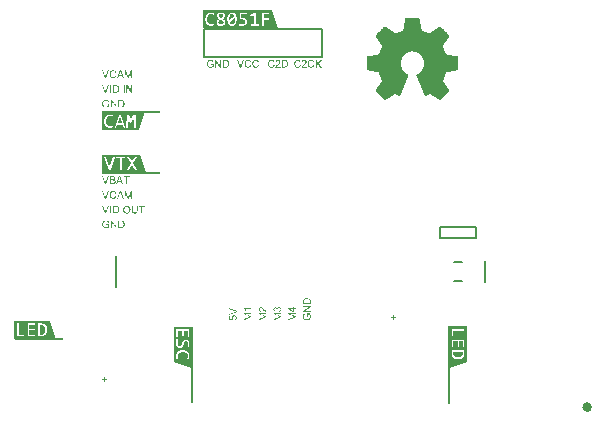
<source format=gto>
%FSLAX23Y23*%
%MOIN*%
G70*
G01*
G75*
G04 Layer_Color=65535*
%ADD10R,0.022X0.039*%
%ADD11R,0.031X0.035*%
%ADD12R,0.118X0.063*%
%ADD13R,0.087X0.059*%
%ADD14R,0.028X0.071*%
%ADD15R,0.071X0.028*%
%ADD16R,0.087X0.039*%
%ADD17R,0.039X0.039*%
%ADD18R,0.051X0.073*%
%ADD19C,0.006*%
%ADD20C,0.012*%
%ADD21R,0.063X0.087*%
%ADD22R,0.087X0.063*%
%ADD23R,0.087X0.063*%
%ADD24C,0.047*%
%ADD25C,0.059*%
%ADD26C,0.051*%
%ADD27R,0.051X0.051*%
%ADD28C,0.024*%
%ADD29R,0.157X0.098*%
%ADD30R,0.035X0.031*%
%ADD31R,0.035X0.024*%
%ADD32R,0.079X0.039*%
%ADD33R,0.150X0.071*%
%ADD34C,0.016*%
%ADD35C,0.008*%
%ADD36C,0.001*%
%ADD37R,0.193X0.006*%
%ADD38R,0.006X0.259*%
%ADD39R,0.006X0.258*%
%ADD40R,0.161X0.006*%
%ADD41R,0.004X0.004*%
G36*
X1322Y1795D02*
X1322Y1795D01*
X1323Y1795D01*
X1323Y1795D01*
X1324Y1795D01*
X1325Y1795D01*
X1326Y1795D01*
X1326Y1794D01*
X1327Y1794D01*
X1327Y1794D01*
X1328Y1794D01*
X1328Y1794D01*
X1328Y1794D01*
X1328Y1793D01*
X1328Y1793D01*
X1328Y1793D01*
X1329Y1793D01*
X1329Y1792D01*
X1329Y1792D01*
X1329Y1792D01*
X1330Y1791D01*
X1330Y1791D01*
X1330Y1790D01*
X1331Y1790D01*
X1331Y1789D01*
X1331Y1789D01*
X1331Y1788D01*
X1328Y1787D01*
Y1787D01*
X1328Y1788D01*
X1328Y1788D01*
X1328Y1788D01*
X1328Y1788D01*
X1328Y1788D01*
X1327Y1789D01*
X1327Y1790D01*
X1327Y1790D01*
X1326Y1791D01*
X1326Y1791D01*
X1325Y1791D01*
X1325Y1792D01*
X1325Y1792D01*
X1324Y1792D01*
X1324Y1792D01*
X1323Y1792D01*
X1322Y1793D01*
X1321Y1793D01*
X1321D01*
X1321Y1793D01*
X1321D01*
X1320Y1793D01*
X1320Y1792D01*
X1319Y1792D01*
X1318Y1792D01*
X1317Y1792D01*
X1316Y1791D01*
X1316D01*
X1316Y1791D01*
X1316Y1791D01*
X1316Y1791D01*
X1315Y1790D01*
X1315Y1790D01*
X1314Y1789D01*
X1314Y1788D01*
X1314Y1788D01*
Y1787D01*
X1314Y1787D01*
X1314Y1787D01*
X1314Y1787D01*
X1314Y1787D01*
X1313Y1787D01*
X1313Y1786D01*
X1313Y1785D01*
X1313Y1784D01*
X1313Y1784D01*
X1313Y1783D01*
Y1783D01*
Y1783D01*
Y1782D01*
Y1782D01*
X1313Y1782D01*
Y1782D01*
X1313Y1781D01*
X1313Y1781D01*
X1313Y1780D01*
X1313Y1779D01*
X1314Y1778D01*
X1314Y1777D01*
Y1777D01*
X1314Y1777D01*
X1314Y1777D01*
X1314Y1777D01*
X1314Y1776D01*
X1315Y1776D01*
X1315Y1775D01*
X1315Y1775D01*
X1316Y1774D01*
X1317Y1773D01*
X1317D01*
X1317Y1773D01*
X1317Y1773D01*
X1317Y1773D01*
X1317Y1773D01*
X1318Y1773D01*
X1318Y1773D01*
X1319Y1773D01*
X1319Y1772D01*
X1320Y1772D01*
X1321Y1772D01*
X1321D01*
X1322Y1772D01*
X1322D01*
X1322Y1772D01*
X1323Y1773D01*
X1323Y1773D01*
X1324Y1773D01*
X1325Y1773D01*
X1325Y1774D01*
X1326Y1774D01*
X1326Y1774D01*
X1326Y1774D01*
X1326Y1774D01*
X1326Y1774D01*
X1326Y1774D01*
X1326Y1775D01*
X1327Y1775D01*
X1327Y1775D01*
X1327Y1775D01*
X1327Y1776D01*
X1328Y1776D01*
X1328Y1777D01*
X1328Y1777D01*
X1328Y1778D01*
X1328Y1778D01*
X1328Y1779D01*
X1332Y1778D01*
Y1778D01*
X1332Y1778D01*
X1332Y1777D01*
X1332Y1777D01*
X1331Y1777D01*
X1331Y1776D01*
X1331Y1776D01*
X1331Y1776D01*
X1330Y1775D01*
X1330Y1773D01*
X1329Y1773D01*
X1329Y1772D01*
X1329Y1772D01*
X1328Y1772D01*
X1328Y1772D01*
X1328Y1771D01*
X1328Y1771D01*
X1328Y1771D01*
X1327Y1771D01*
X1327Y1771D01*
X1327Y1771D01*
X1326Y1771D01*
X1326Y1770D01*
X1325Y1770D01*
X1325Y1770D01*
X1324Y1770D01*
X1323Y1770D01*
X1323Y1770D01*
X1322Y1769D01*
X1321Y1769D01*
X1321D01*
X1321Y1769D01*
X1320D01*
X1320Y1770D01*
X1320Y1770D01*
X1319Y1770D01*
X1318Y1770D01*
X1317Y1770D01*
X1316Y1771D01*
X1315Y1771D01*
X1315Y1771D01*
X1315Y1771D01*
X1315Y1771D01*
X1314Y1771D01*
X1314Y1771D01*
X1314Y1772D01*
X1314Y1772D01*
X1314Y1772D01*
X1313Y1772D01*
X1313Y1773D01*
X1313Y1773D01*
X1312Y1774D01*
X1311Y1775D01*
X1311Y1776D01*
Y1776D01*
X1311Y1776D01*
X1311Y1776D01*
X1311Y1776D01*
X1311Y1777D01*
X1310Y1777D01*
X1310Y1777D01*
X1310Y1778D01*
X1310Y1778D01*
X1310Y1779D01*
X1310Y1780D01*
X1310Y1781D01*
X1310Y1783D01*
Y1783D01*
Y1783D01*
Y1783D01*
X1310Y1783D01*
Y1784D01*
X1310Y1784D01*
X1310Y1785D01*
X1310Y1785D01*
X1310Y1786D01*
X1310Y1787D01*
X1311Y1788D01*
X1311Y1790D01*
X1311Y1790D01*
X1311Y1790D01*
X1311Y1790D01*
X1311Y1790D01*
X1311Y1790D01*
X1312Y1791D01*
X1312Y1791D01*
X1313Y1792D01*
X1313Y1793D01*
X1314Y1793D01*
X1315Y1794D01*
X1315Y1794D01*
X1315Y1794D01*
X1316Y1794D01*
X1316Y1794D01*
X1316Y1794D01*
X1316Y1794D01*
X1317Y1795D01*
X1317Y1795D01*
X1318Y1795D01*
X1318Y1795D01*
X1319Y1795D01*
X1320Y1795D01*
X1321Y1796D01*
X1322D01*
X1322Y1795D01*
D02*
G37*
G36*
X1383Y1770D02*
X1380D01*
Y1791D01*
X1373Y1770D01*
X1370D01*
X1362Y1791D01*
Y1770D01*
X1359D01*
Y1795D01*
X1364D01*
X1370Y1777D01*
Y1777D01*
X1370Y1777D01*
X1370Y1777D01*
X1370Y1777D01*
X1371Y1776D01*
X1371Y1776D01*
X1371Y1775D01*
X1371Y1775D01*
X1371Y1774D01*
X1371Y1773D01*
X1371Y1774D01*
X1372Y1774D01*
X1372Y1774D01*
X1372Y1775D01*
X1372Y1775D01*
X1372Y1776D01*
X1372Y1777D01*
X1373Y1778D01*
X1379Y1795D01*
X1383D01*
Y1770D01*
D02*
G37*
G36*
X1321Y1844D02*
X1321D01*
X1321Y1844D01*
X1322Y1844D01*
X1323Y1844D01*
X1324Y1844D01*
X1324Y1844D01*
X1324D01*
X1324Y1843D01*
X1325Y1843D01*
X1325Y1843D01*
X1325Y1843D01*
X1326Y1843D01*
X1326Y1842D01*
X1327Y1842D01*
X1327Y1841D01*
X1327Y1841D01*
X1327Y1841D01*
X1327Y1841D01*
X1328Y1840D01*
X1328Y1840D01*
X1328Y1839D01*
X1328Y1838D01*
X1328Y1838D01*
Y1838D01*
Y1838D01*
X1328Y1837D01*
X1328Y1837D01*
X1328Y1836D01*
X1328Y1836D01*
X1328Y1835D01*
X1327Y1835D01*
X1327Y1835D01*
X1327Y1835D01*
X1327Y1834D01*
X1327Y1834D01*
X1326Y1834D01*
X1326Y1833D01*
X1325Y1833D01*
X1325Y1833D01*
X1325D01*
X1325Y1832D01*
X1325Y1832D01*
X1325Y1832D01*
X1325Y1832D01*
X1326Y1832D01*
X1326Y1832D01*
X1327Y1831D01*
X1328Y1831D01*
X1328Y1830D01*
X1328Y1830D01*
X1328Y1830D01*
X1329Y1830D01*
X1329Y1829D01*
X1329Y1829D01*
X1329Y1828D01*
X1329Y1827D01*
X1329Y1826D01*
Y1826D01*
Y1826D01*
Y1826D01*
X1329Y1826D01*
X1329Y1825D01*
X1329Y1825D01*
X1329Y1824D01*
X1329Y1824D01*
X1329Y1823D01*
X1329Y1823D01*
X1328Y1823D01*
X1328Y1823D01*
X1328Y1822D01*
X1328Y1822D01*
X1328Y1821D01*
X1327Y1821D01*
X1327Y1821D01*
X1327Y1821D01*
X1327Y1821D01*
X1326Y1820D01*
X1326Y1820D01*
X1326Y1820D01*
X1325Y1820D01*
X1325Y1820D01*
X1324Y1819D01*
X1324D01*
X1324Y1819D01*
X1323Y1819D01*
X1323Y1819D01*
X1322Y1819D01*
X1322Y1819D01*
X1321Y1819D01*
X1320Y1819D01*
X1310D01*
Y1844D01*
X1320D01*
X1321Y1844D01*
D02*
G37*
G36*
X1376Y1841D02*
X1367D01*
Y1819D01*
X1364D01*
Y1841D01*
X1356D01*
Y1844D01*
X1376D01*
Y1841D01*
D02*
G37*
G36*
X1355Y1819D02*
X1351D01*
X1348Y1827D01*
X1337D01*
X1335Y1819D01*
X1331D01*
X1341Y1844D01*
X1344D01*
X1355Y1819D01*
D02*
G37*
G36*
X1298Y1770D02*
X1294D01*
X1284Y1795D01*
X1288D01*
X1295Y1777D01*
Y1777D01*
X1295Y1777D01*
X1295Y1777D01*
X1295Y1776D01*
X1295Y1776D01*
X1295Y1776D01*
X1295Y1775D01*
X1295Y1775D01*
X1295Y1774D01*
X1296Y1773D01*
Y1773D01*
X1296Y1773D01*
X1296Y1773D01*
X1296Y1773D01*
X1296Y1773D01*
X1296Y1774D01*
X1296Y1775D01*
X1297Y1775D01*
X1297Y1776D01*
X1297Y1777D01*
X1304Y1795D01*
X1307D01*
X1298Y1770D01*
D02*
G37*
G36*
X1348Y2099D02*
X1349Y2099D01*
X1350Y2099D01*
X1351Y2099D01*
X1351Y2099D01*
X1351D01*
X1351Y2099D01*
X1351D01*
X1352Y2099D01*
X1352Y2099D01*
X1352Y2098D01*
X1353Y2098D01*
X1354Y2098D01*
X1354Y2097D01*
X1355Y2097D01*
X1355Y2097D01*
X1355Y2097D01*
X1355Y2097D01*
X1355Y2097D01*
X1356Y2096D01*
X1356Y2096D01*
X1356Y2095D01*
X1357Y2094D01*
X1357Y2094D01*
X1358Y2093D01*
Y2093D01*
X1358Y2093D01*
X1358Y2092D01*
X1358Y2092D01*
X1358Y2092D01*
X1358Y2092D01*
X1358Y2091D01*
X1358Y2091D01*
X1358Y2091D01*
X1359Y2090D01*
X1359Y2089D01*
X1359Y2088D01*
X1359Y2087D01*
Y2087D01*
Y2087D01*
Y2086D01*
Y2086D01*
X1359Y2086D01*
Y2086D01*
X1359Y2085D01*
X1359Y2084D01*
X1359Y2083D01*
X1358Y2082D01*
X1358Y2082D01*
Y2082D01*
X1358Y2081D01*
X1358Y2081D01*
X1358Y2081D01*
X1358Y2081D01*
X1358Y2080D01*
X1358Y2080D01*
X1357Y2079D01*
X1357Y2079D01*
X1356Y2078D01*
X1356Y2078D01*
X1356Y2078D01*
X1356Y2077D01*
X1356Y2077D01*
X1355Y2077D01*
X1355Y2076D01*
X1355Y2076D01*
X1354Y2076D01*
X1354Y2076D01*
X1354Y2075D01*
X1354Y2075D01*
X1353Y2075D01*
X1353Y2075D01*
X1352Y2075D01*
X1352Y2075D01*
X1351Y2074D01*
X1351D01*
X1351Y2074D01*
X1351Y2074D01*
X1351Y2074D01*
X1350Y2074D01*
X1349Y2074D01*
X1349Y2074D01*
X1348Y2074D01*
X1347Y2074D01*
X1338D01*
Y2099D01*
X1348D01*
X1348Y2099D01*
D02*
G37*
G36*
X1385Y2123D02*
X1382D01*
X1368Y2143D01*
Y2123D01*
X1365D01*
Y2148D01*
X1369D01*
X1382Y2129D01*
Y2148D01*
X1385D01*
Y2123D01*
D02*
G37*
G36*
X1332Y2074D02*
X1329D01*
X1316Y2094D01*
Y2074D01*
X1313D01*
Y2099D01*
X1316D01*
X1329Y2079D01*
Y2099D01*
X1332D01*
Y2074D01*
D02*
G37*
G36*
X1357Y1770D02*
X1353D01*
X1350Y1778D01*
X1339D01*
X1337Y1770D01*
X1333D01*
X1343Y1795D01*
X1346D01*
X1357Y1770D01*
D02*
G37*
G36*
X1298Y2100D02*
X1298D01*
X1299Y2099D01*
X1299Y2099D01*
X1300Y2099D01*
X1301Y2099D01*
X1302Y2099D01*
X1302D01*
X1302Y2099D01*
X1302Y2099D01*
X1302Y2099D01*
X1303Y2098D01*
X1303Y2098D01*
X1304Y2098D01*
X1304Y2097D01*
X1305Y2097D01*
X1305Y2096D01*
X1305Y2096D01*
X1306Y2096D01*
X1306Y2096D01*
X1306Y2095D01*
X1306Y2095D01*
X1307Y2094D01*
X1307Y2093D01*
X1307Y2092D01*
X1304Y2091D01*
Y2091D01*
X1304Y2091D01*
X1304Y2091D01*
X1304Y2092D01*
X1304Y2092D01*
X1304Y2092D01*
X1304Y2093D01*
X1303Y2093D01*
X1303Y2094D01*
X1303Y2094D01*
X1303Y2094D01*
X1303Y2094D01*
X1303Y2095D01*
X1302Y2095D01*
X1302Y2095D01*
X1302Y2096D01*
X1301Y2096D01*
X1301Y2096D01*
X1300Y2096D01*
X1300Y2096D01*
X1300Y2096D01*
X1299Y2096D01*
X1299Y2097D01*
X1298Y2097D01*
X1298Y2097D01*
X1297Y2097D01*
X1297D01*
X1296Y2097D01*
X1296D01*
X1296Y2097D01*
X1295Y2097D01*
X1294Y2096D01*
X1294Y2096D01*
X1293Y2096D01*
X1293Y2096D01*
X1293Y2096D01*
X1292Y2096D01*
X1292Y2096D01*
X1292Y2095D01*
X1291Y2095D01*
X1291Y2095D01*
X1290Y2094D01*
X1290Y2094D01*
X1290Y2094D01*
X1290Y2094D01*
X1290Y2093D01*
X1290Y2093D01*
X1289Y2093D01*
X1289Y2092D01*
X1289Y2092D01*
Y2092D01*
X1289Y2092D01*
X1289Y2091D01*
X1289Y2091D01*
X1289Y2091D01*
X1288Y2091D01*
X1288Y2091D01*
X1288Y2090D01*
X1288Y2089D01*
X1288Y2089D01*
X1288Y2088D01*
X1288Y2087D01*
Y2087D01*
Y2086D01*
Y2086D01*
X1288Y2086D01*
Y2086D01*
X1288Y2085D01*
X1288Y2085D01*
X1288Y2085D01*
X1288Y2084D01*
X1288Y2083D01*
X1289Y2082D01*
X1289Y2081D01*
Y2081D01*
X1289Y2081D01*
X1289Y2081D01*
X1289Y2081D01*
X1289Y2080D01*
X1290Y2080D01*
X1290Y2079D01*
X1291Y2079D01*
X1292Y2078D01*
X1292Y2078D01*
X1292D01*
X1292Y2078D01*
X1293Y2077D01*
X1293Y2077D01*
X1293Y2077D01*
X1293Y2077D01*
X1294Y2077D01*
X1294Y2077D01*
X1295Y2077D01*
X1296Y2077D01*
X1297Y2077D01*
X1297D01*
X1298Y2077D01*
X1298D01*
X1298Y2077D01*
X1299Y2077D01*
X1300Y2077D01*
X1301Y2077D01*
X1301Y2077D01*
X1301D01*
X1301Y2077D01*
X1301Y2077D01*
X1302Y2077D01*
X1302Y2078D01*
X1302Y2078D01*
X1303Y2078D01*
X1304Y2078D01*
X1304Y2079D01*
X1304Y2079D01*
Y2084D01*
X1297D01*
Y2087D01*
X1308D01*
Y2077D01*
X1308Y2077D01*
X1308Y2077D01*
X1307Y2077D01*
X1307Y2077D01*
X1307Y2077D01*
X1307Y2077D01*
X1307Y2077D01*
X1306Y2076D01*
X1305Y2076D01*
X1305Y2075D01*
X1304Y2075D01*
X1303Y2075D01*
X1303D01*
X1303Y2074D01*
X1302Y2074D01*
X1302Y2074D01*
X1302Y2074D01*
X1302Y2074D01*
X1301Y2074D01*
X1301Y2074D01*
X1300Y2074D01*
X1299Y2074D01*
X1298Y2074D01*
X1297Y2074D01*
X1297D01*
X1297Y2074D01*
X1296D01*
X1296Y2074D01*
X1296Y2074D01*
X1295Y2074D01*
X1294Y2074D01*
X1293Y2074D01*
X1292Y2075D01*
X1291Y2075D01*
X1291Y2075D01*
X1290Y2075D01*
X1290Y2075D01*
X1290Y2075D01*
X1290Y2075D01*
X1290Y2076D01*
X1290Y2076D01*
X1289Y2076D01*
X1288Y2077D01*
X1287Y2078D01*
X1287Y2079D01*
X1286Y2080D01*
Y2080D01*
X1286Y2080D01*
X1286Y2080D01*
X1286Y2080D01*
X1286Y2080D01*
X1285Y2081D01*
X1285Y2081D01*
X1285Y2082D01*
X1285Y2082D01*
X1285Y2083D01*
X1285Y2083D01*
X1285Y2084D01*
X1284Y2085D01*
X1284Y2086D01*
Y2086D01*
Y2087D01*
Y2087D01*
X1284Y2087D01*
Y2087D01*
X1284Y2088D01*
X1285Y2088D01*
X1285Y2089D01*
X1285Y2089D01*
X1285Y2090D01*
X1285Y2091D01*
X1285Y2092D01*
X1286Y2093D01*
X1286Y2093D01*
X1286Y2093D01*
X1286Y2094D01*
X1286Y2094D01*
X1286Y2094D01*
X1287Y2094D01*
X1287Y2095D01*
X1288Y2096D01*
X1288Y2097D01*
X1289Y2097D01*
X1290Y2098D01*
X1290Y2098D01*
X1290Y2098D01*
X1290Y2098D01*
X1291Y2098D01*
X1291Y2098D01*
X1291Y2098D01*
X1291Y2099D01*
X1292Y2099D01*
X1292Y2099D01*
X1293Y2099D01*
X1293Y2099D01*
X1294Y2099D01*
X1294Y2099D01*
X1296Y2100D01*
X1296Y2100D01*
X1297D01*
X1298Y2100D01*
D02*
G37*
G36*
X1348Y1697D02*
X1349Y1697D01*
X1350Y1697D01*
X1351Y1696D01*
X1351Y1696D01*
X1351D01*
X1351Y1696D01*
X1351D01*
X1352Y1696D01*
X1352Y1696D01*
X1353Y1696D01*
X1353Y1696D01*
X1354Y1695D01*
X1354Y1695D01*
X1355Y1694D01*
X1355Y1694D01*
X1355Y1694D01*
X1355Y1694D01*
X1355Y1694D01*
X1356Y1694D01*
X1356Y1693D01*
X1357Y1693D01*
X1357Y1692D01*
X1358Y1691D01*
X1358Y1690D01*
Y1690D01*
X1358Y1690D01*
X1358Y1690D01*
X1358Y1690D01*
X1358Y1689D01*
X1358Y1689D01*
X1358Y1689D01*
X1358Y1688D01*
X1359Y1688D01*
X1359Y1688D01*
X1359Y1687D01*
X1359Y1685D01*
X1359Y1684D01*
Y1684D01*
Y1684D01*
Y1684D01*
Y1684D01*
X1359Y1683D01*
Y1683D01*
X1359Y1682D01*
X1359Y1682D01*
X1359Y1681D01*
X1358Y1680D01*
X1358Y1679D01*
Y1679D01*
X1358Y1679D01*
X1358Y1679D01*
X1358Y1679D01*
X1358Y1678D01*
X1358Y1678D01*
X1358Y1677D01*
X1357Y1677D01*
X1357Y1676D01*
X1357Y1675D01*
X1356Y1675D01*
X1356Y1675D01*
X1356Y1675D01*
X1356Y1675D01*
X1356Y1674D01*
X1355Y1674D01*
X1355Y1673D01*
X1354Y1673D01*
X1354Y1673D01*
X1354Y1673D01*
X1354Y1673D01*
X1353Y1673D01*
X1353Y1672D01*
X1352Y1672D01*
X1352Y1672D01*
X1351Y1672D01*
X1351D01*
X1351Y1672D01*
X1351Y1672D01*
X1351Y1672D01*
X1350Y1672D01*
X1349Y1672D01*
X1349Y1672D01*
X1348Y1671D01*
X1347Y1671D01*
X1338D01*
Y1697D01*
X1348D01*
X1348Y1697D01*
D02*
G37*
G36*
X1298Y1721D02*
X1294D01*
X1284Y1746D01*
X1288D01*
X1295Y1728D01*
Y1728D01*
X1295Y1727D01*
X1295Y1727D01*
X1295Y1727D01*
X1295Y1727D01*
X1295Y1727D01*
X1295Y1726D01*
X1295Y1726D01*
X1295Y1725D01*
X1296Y1723D01*
Y1723D01*
X1296Y1724D01*
X1296Y1724D01*
X1296Y1724D01*
X1296Y1724D01*
X1296Y1725D01*
X1296Y1725D01*
X1297Y1726D01*
X1297Y1727D01*
X1297Y1728D01*
X1304Y1746D01*
X1307D01*
X1298Y1721D01*
D02*
G37*
G36*
X1332Y1671D02*
X1329D01*
X1316Y1691D01*
Y1671D01*
X1313D01*
Y1697D01*
X1316D01*
X1329Y1677D01*
Y1697D01*
X1332D01*
Y1671D01*
D02*
G37*
G36*
X1409Y1858D02*
X1283D01*
Y1917D01*
X1409D01*
Y1858D01*
D02*
G37*
G36*
X1298Y1697D02*
X1298D01*
X1299Y1697D01*
X1299Y1697D01*
X1300Y1697D01*
X1301Y1696D01*
X1302Y1696D01*
X1302D01*
X1302Y1696D01*
X1302Y1696D01*
X1302Y1696D01*
X1303Y1696D01*
X1303Y1696D01*
X1304Y1695D01*
X1304Y1695D01*
X1305Y1694D01*
X1305Y1694D01*
X1306Y1694D01*
X1306Y1693D01*
X1306Y1693D01*
X1306Y1693D01*
X1306Y1692D01*
X1307Y1691D01*
X1307Y1690D01*
X1307Y1690D01*
X1304Y1689D01*
Y1689D01*
X1304Y1689D01*
X1304Y1689D01*
X1304Y1689D01*
X1304Y1689D01*
X1304Y1690D01*
X1304Y1690D01*
X1304Y1691D01*
X1303Y1691D01*
X1303Y1692D01*
X1303Y1692D01*
X1303Y1692D01*
X1303Y1692D01*
X1302Y1692D01*
X1302Y1693D01*
X1302Y1693D01*
X1301Y1693D01*
X1301Y1694D01*
X1300Y1694D01*
X1300Y1694D01*
X1300Y1694D01*
X1300Y1694D01*
X1299Y1694D01*
X1298Y1694D01*
X1298Y1694D01*
X1297Y1694D01*
X1297D01*
X1296Y1694D01*
X1296D01*
X1296Y1694D01*
X1295Y1694D01*
X1294Y1694D01*
X1294Y1694D01*
X1293Y1694D01*
X1293Y1693D01*
X1293Y1693D01*
X1293Y1693D01*
X1292Y1693D01*
X1292Y1693D01*
X1291Y1692D01*
X1291Y1692D01*
X1290Y1692D01*
X1290Y1692D01*
X1290Y1692D01*
X1290Y1691D01*
X1290Y1691D01*
X1290Y1691D01*
X1289Y1690D01*
X1289Y1690D01*
X1289Y1689D01*
Y1689D01*
X1289Y1689D01*
X1289Y1689D01*
X1289Y1689D01*
X1289Y1689D01*
X1289Y1688D01*
X1288Y1688D01*
X1288Y1688D01*
X1288Y1687D01*
X1288Y1686D01*
X1288Y1685D01*
X1288Y1684D01*
Y1684D01*
Y1684D01*
Y1684D01*
X1288Y1684D01*
Y1683D01*
X1288Y1683D01*
X1288Y1683D01*
X1288Y1682D01*
X1288Y1681D01*
X1288Y1680D01*
X1289Y1679D01*
X1289Y1678D01*
Y1678D01*
X1289Y1678D01*
X1289Y1678D01*
X1289Y1678D01*
X1289Y1678D01*
X1290Y1677D01*
X1290Y1677D01*
X1291Y1676D01*
X1292Y1676D01*
X1292Y1675D01*
X1292D01*
X1292Y1675D01*
X1293Y1675D01*
X1293Y1675D01*
X1293Y1675D01*
X1293Y1675D01*
X1294Y1675D01*
X1295Y1674D01*
X1295Y1674D01*
X1296Y1674D01*
X1297Y1674D01*
X1297D01*
X1298Y1674D01*
X1298D01*
X1298Y1674D01*
X1299Y1674D01*
X1300Y1674D01*
X1301Y1675D01*
X1301Y1675D01*
X1301D01*
X1301Y1675D01*
X1302Y1675D01*
X1302Y1675D01*
X1302Y1675D01*
X1303Y1675D01*
X1303Y1676D01*
X1304Y1676D01*
X1304Y1676D01*
X1305Y1677D01*
Y1681D01*
X1297D01*
Y1684D01*
X1308D01*
Y1675D01*
X1308Y1675D01*
X1308Y1675D01*
X1308Y1675D01*
X1307Y1675D01*
X1307Y1674D01*
X1307Y1674D01*
X1307Y1674D01*
X1306Y1674D01*
X1305Y1673D01*
X1305Y1673D01*
X1304Y1672D01*
X1303Y1672D01*
X1303D01*
X1303Y1672D01*
X1302Y1672D01*
X1302Y1672D01*
X1302Y1672D01*
X1302Y1672D01*
X1301Y1672D01*
X1301Y1672D01*
X1300Y1671D01*
X1299Y1671D01*
X1298Y1671D01*
X1297Y1671D01*
X1297D01*
X1297Y1671D01*
X1296D01*
X1296Y1671D01*
X1296Y1671D01*
X1295Y1671D01*
X1294Y1671D01*
X1293Y1672D01*
X1292Y1672D01*
X1291Y1672D01*
X1291Y1673D01*
X1291Y1673D01*
X1290Y1673D01*
X1290Y1673D01*
X1290Y1673D01*
X1290Y1673D01*
X1290Y1673D01*
X1289Y1674D01*
X1288Y1674D01*
X1287Y1675D01*
X1287Y1676D01*
X1286Y1677D01*
Y1677D01*
X1286Y1677D01*
X1286Y1677D01*
X1286Y1678D01*
X1286Y1678D01*
X1286Y1678D01*
X1285Y1679D01*
X1285Y1679D01*
X1285Y1680D01*
X1285Y1680D01*
X1285Y1681D01*
X1285Y1681D01*
X1285Y1683D01*
X1284Y1684D01*
Y1684D01*
Y1684D01*
Y1684D01*
X1284Y1685D01*
Y1685D01*
X1285Y1685D01*
X1285Y1686D01*
X1285Y1686D01*
X1285Y1687D01*
X1285Y1687D01*
X1285Y1688D01*
X1285Y1690D01*
X1286Y1691D01*
X1286Y1691D01*
X1286Y1691D01*
X1286Y1691D01*
X1286Y1691D01*
X1286Y1692D01*
X1287Y1692D01*
X1287Y1693D01*
X1288Y1693D01*
X1288Y1694D01*
X1289Y1695D01*
X1290Y1695D01*
X1290Y1696D01*
X1290Y1696D01*
X1291Y1696D01*
X1291Y1696D01*
X1291Y1696D01*
X1291Y1696D01*
X1292Y1696D01*
X1292Y1696D01*
X1292Y1696D01*
X1293Y1696D01*
X1293Y1697D01*
X1294Y1697D01*
X1294Y1697D01*
X1296Y1697D01*
X1296Y1697D01*
X1298D01*
X1298Y1697D01*
D02*
G37*
G36*
X1403Y1731D02*
Y1731D01*
Y1731D01*
Y1731D01*
Y1731D01*
X1403Y1730D01*
Y1730D01*
X1403Y1730D01*
X1403Y1729D01*
X1402Y1728D01*
X1402Y1727D01*
X1402Y1726D01*
X1402Y1726D01*
X1402Y1725D01*
Y1725D01*
X1402Y1725D01*
X1402Y1725D01*
X1402Y1725D01*
X1401Y1724D01*
X1401Y1724D01*
X1401Y1723D01*
X1400Y1723D01*
X1400Y1722D01*
X1399Y1722D01*
X1399D01*
X1399Y1722D01*
X1398Y1722D01*
X1398Y1721D01*
X1398Y1721D01*
X1398Y1721D01*
X1398Y1721D01*
X1397Y1721D01*
X1397Y1721D01*
X1396Y1721D01*
X1396Y1721D01*
X1395Y1720D01*
X1395Y1720D01*
X1394Y1720D01*
X1393Y1720D01*
X1393D01*
X1392Y1720D01*
X1392D01*
X1392Y1720D01*
X1391Y1720D01*
X1391Y1720D01*
X1390Y1721D01*
X1389Y1721D01*
X1388Y1721D01*
X1387Y1721D01*
X1387D01*
X1387Y1722D01*
X1387Y1722D01*
X1387Y1722D01*
X1386Y1722D01*
X1386Y1722D01*
X1385Y1723D01*
X1385Y1723D01*
X1384Y1724D01*
X1384Y1725D01*
Y1725D01*
X1384Y1725D01*
X1384Y1725D01*
X1384Y1725D01*
X1384Y1726D01*
X1384Y1726D01*
X1383Y1726D01*
X1383Y1727D01*
X1383Y1727D01*
X1383Y1728D01*
X1383Y1728D01*
X1383Y1729D01*
X1383Y1729D01*
X1383Y1730D01*
X1383Y1731D01*
Y1731D01*
Y1746D01*
X1386D01*
Y1731D01*
Y1731D01*
Y1731D01*
Y1731D01*
Y1731D01*
X1386Y1731D01*
Y1730D01*
X1386Y1729D01*
X1386Y1729D01*
X1387Y1728D01*
X1387Y1727D01*
X1387Y1727D01*
X1387Y1726D01*
X1387Y1726D01*
X1387Y1726D01*
X1387Y1726D01*
X1387Y1726D01*
X1388Y1725D01*
X1388Y1725D01*
X1388Y1724D01*
X1389Y1724D01*
X1389Y1724D01*
X1389Y1724D01*
X1389Y1724D01*
X1390Y1724D01*
X1390Y1724D01*
X1391Y1723D01*
X1392Y1723D01*
X1393Y1723D01*
X1393D01*
X1393Y1723D01*
X1393D01*
X1394Y1723D01*
X1395Y1723D01*
X1395Y1724D01*
X1396Y1724D01*
X1397Y1724D01*
X1397Y1725D01*
X1398Y1725D01*
X1398Y1725D01*
X1398Y1725D01*
X1398Y1725D01*
X1398Y1725D01*
X1398Y1725D01*
X1398Y1726D01*
X1398Y1726D01*
X1399Y1726D01*
X1399Y1727D01*
X1399Y1727D01*
X1399Y1728D01*
X1399Y1728D01*
X1399Y1729D01*
X1399Y1730D01*
X1399Y1730D01*
Y1731D01*
Y1746D01*
X1403D01*
Y1731D01*
D02*
G37*
G36*
X1367Y1746D02*
X1367D01*
X1368Y1746D01*
X1368Y1746D01*
X1369Y1746D01*
X1370Y1746D01*
X1371Y1746D01*
X1372Y1745D01*
X1372Y1745D01*
X1373Y1745D01*
X1373Y1745D01*
X1373Y1745D01*
X1373Y1744D01*
X1373Y1744D01*
X1374Y1744D01*
X1374Y1744D01*
X1374Y1743D01*
X1375Y1743D01*
X1376Y1742D01*
X1377Y1741D01*
X1377Y1740D01*
Y1740D01*
X1377Y1740D01*
X1377Y1740D01*
X1377Y1739D01*
X1377Y1739D01*
X1378Y1739D01*
X1378Y1738D01*
X1378Y1738D01*
X1378Y1738D01*
X1378Y1737D01*
X1378Y1736D01*
X1378Y1736D01*
X1379Y1735D01*
X1379Y1733D01*
Y1733D01*
Y1733D01*
Y1733D01*
X1379Y1733D01*
Y1732D01*
X1379Y1732D01*
X1378Y1731D01*
X1378Y1731D01*
X1378Y1730D01*
X1378Y1729D01*
X1378Y1728D01*
X1377Y1727D01*
X1377Y1726D01*
Y1726D01*
X1377Y1726D01*
X1377Y1726D01*
X1377Y1726D01*
X1377Y1726D01*
X1376Y1725D01*
X1376Y1725D01*
X1375Y1724D01*
X1375Y1723D01*
X1374Y1722D01*
X1373Y1722D01*
X1373D01*
X1373Y1722D01*
X1372Y1722D01*
X1372Y1722D01*
X1372Y1721D01*
X1372Y1721D01*
X1371Y1721D01*
X1371Y1721D01*
X1370Y1721D01*
X1370Y1721D01*
X1369Y1720D01*
X1368Y1720D01*
X1367Y1720D01*
X1366D01*
X1366Y1720D01*
X1366D01*
X1365Y1720D01*
X1365Y1720D01*
X1364Y1720D01*
X1363Y1721D01*
X1362Y1721D01*
X1361Y1721D01*
X1361Y1722D01*
X1360Y1722D01*
X1360Y1722D01*
X1360Y1722D01*
X1360Y1722D01*
X1360Y1722D01*
X1359Y1722D01*
X1359Y1723D01*
X1359Y1723D01*
X1358Y1724D01*
X1357Y1725D01*
X1357Y1726D01*
X1356Y1727D01*
Y1727D01*
X1356Y1727D01*
X1356Y1727D01*
X1356Y1727D01*
X1356Y1727D01*
X1355Y1728D01*
X1355Y1728D01*
X1355Y1728D01*
X1355Y1729D01*
X1355Y1729D01*
X1355Y1731D01*
X1355Y1732D01*
X1354Y1733D01*
Y1733D01*
Y1733D01*
Y1733D01*
X1355Y1734D01*
Y1734D01*
X1355Y1734D01*
X1355Y1735D01*
X1355Y1736D01*
X1355Y1737D01*
X1355Y1737D01*
X1355Y1738D01*
X1356Y1739D01*
X1356Y1740D01*
X1356Y1741D01*
X1357Y1741D01*
X1357Y1742D01*
X1358Y1743D01*
X1358Y1743D01*
X1358Y1743D01*
X1358Y1743D01*
X1358Y1743D01*
X1359Y1744D01*
X1359Y1744D01*
X1360Y1744D01*
X1360Y1745D01*
X1361Y1745D01*
X1361Y1745D01*
X1362Y1745D01*
X1363Y1746D01*
X1364Y1746D01*
X1365Y1746D01*
X1366Y1746D01*
X1367Y1746D01*
X1367D01*
X1367Y1746D01*
D02*
G37*
G36*
X1298Y1819D02*
X1294D01*
X1284Y1844D01*
X1288D01*
X1295Y1826D01*
Y1826D01*
X1295Y1826D01*
X1295Y1826D01*
X1295Y1826D01*
X1295Y1825D01*
X1295Y1825D01*
X1295Y1825D01*
X1295Y1824D01*
X1295Y1823D01*
X1296Y1822D01*
Y1822D01*
X1296Y1822D01*
X1296Y1822D01*
X1296Y1822D01*
X1296Y1823D01*
X1296Y1823D01*
X1296Y1824D01*
X1297Y1824D01*
X1297Y1825D01*
X1297Y1826D01*
X1304Y1844D01*
X1307D01*
X1298Y1819D01*
D02*
G37*
G36*
X1314Y1721D02*
X1311D01*
Y1746D01*
X1314D01*
Y1721D01*
D02*
G37*
G36*
X1426Y1743D02*
X1418D01*
Y1721D01*
X1415D01*
Y1743D01*
X1406D01*
Y1746D01*
X1426D01*
Y1743D01*
D02*
G37*
G36*
X1331Y1746D02*
X1331Y1746D01*
X1332Y1746D01*
X1333Y1746D01*
X1333Y1745D01*
X1333D01*
X1334Y1745D01*
X1334D01*
X1334Y1745D01*
X1334Y1745D01*
X1335Y1745D01*
X1335Y1745D01*
X1336Y1745D01*
X1337Y1744D01*
X1337Y1744D01*
X1337Y1744D01*
X1337Y1744D01*
X1337Y1743D01*
X1337Y1743D01*
X1338Y1743D01*
X1338Y1743D01*
X1339Y1742D01*
X1339Y1741D01*
X1340Y1740D01*
X1340Y1739D01*
Y1739D01*
X1340Y1739D01*
X1340Y1739D01*
X1340Y1739D01*
X1340Y1739D01*
X1340Y1738D01*
X1341Y1738D01*
X1341Y1738D01*
X1341Y1737D01*
X1341Y1737D01*
X1341Y1736D01*
X1341Y1735D01*
X1341Y1733D01*
Y1733D01*
Y1733D01*
Y1733D01*
Y1733D01*
X1341Y1733D01*
Y1732D01*
X1341Y1732D01*
X1341Y1731D01*
X1341Y1730D01*
X1341Y1729D01*
X1340Y1728D01*
Y1728D01*
X1340Y1728D01*
X1340Y1728D01*
X1340Y1728D01*
X1340Y1728D01*
X1340Y1727D01*
X1340Y1726D01*
X1339Y1726D01*
X1339Y1725D01*
X1339Y1725D01*
X1339Y1725D01*
X1339Y1724D01*
X1338Y1724D01*
X1338Y1724D01*
X1338Y1723D01*
X1337Y1723D01*
X1337Y1723D01*
X1336Y1722D01*
X1336Y1722D01*
X1336Y1722D01*
X1336Y1722D01*
X1336Y1722D01*
X1335Y1722D01*
X1335Y1721D01*
X1334Y1721D01*
X1333Y1721D01*
X1333D01*
X1333Y1721D01*
X1333Y1721D01*
X1333Y1721D01*
X1332Y1721D01*
X1332Y1721D01*
X1331Y1721D01*
X1330Y1721D01*
X1329Y1721D01*
X1320D01*
Y1746D01*
X1330D01*
X1331Y1746D01*
D02*
G37*
G36*
X1681Y2207D02*
X1678D01*
X1665Y2227D01*
Y2207D01*
X1662D01*
Y2232D01*
X1665D01*
X1678Y2213D01*
Y2232D01*
X1681D01*
Y2207D01*
D02*
G37*
G36*
X1697Y2232D02*
X1698Y2232D01*
X1699Y2232D01*
X1700Y2232D01*
X1700Y2232D01*
X1700D01*
X1700Y2232D01*
X1700D01*
X1701Y2232D01*
X1701Y2232D01*
X1701Y2232D01*
X1702Y2231D01*
X1703Y2231D01*
X1703Y2231D01*
X1704Y2230D01*
X1704Y2230D01*
X1704Y2230D01*
X1704Y2230D01*
X1704Y2230D01*
X1705Y2230D01*
X1705Y2229D01*
X1705Y2229D01*
X1706Y2228D01*
X1706Y2227D01*
X1707Y2226D01*
Y2226D01*
X1707Y2226D01*
X1707Y2226D01*
X1707Y2226D01*
X1707Y2225D01*
X1707Y2225D01*
X1707Y2225D01*
X1707Y2224D01*
X1707Y2224D01*
X1708Y2223D01*
X1708Y2222D01*
X1708Y2221D01*
X1708Y2220D01*
Y2220D01*
Y2220D01*
Y2220D01*
Y2220D01*
X1708Y2219D01*
Y2219D01*
X1708Y2218D01*
X1708Y2217D01*
X1708Y2217D01*
X1707Y2216D01*
X1707Y2215D01*
Y2215D01*
X1707Y2215D01*
X1707Y2215D01*
X1707Y2215D01*
X1707Y2214D01*
X1707Y2214D01*
X1706Y2213D01*
X1706Y2212D01*
X1706Y2212D01*
X1705Y2211D01*
X1705Y2211D01*
X1705Y2211D01*
X1705Y2211D01*
X1705Y2210D01*
X1704Y2210D01*
X1704Y2210D01*
X1704Y2209D01*
X1703Y2209D01*
X1703Y2209D01*
X1703Y2209D01*
X1703Y2209D01*
X1702Y2208D01*
X1702Y2208D01*
X1701Y2208D01*
X1701Y2208D01*
X1700Y2208D01*
X1700D01*
X1700Y2208D01*
X1700Y2208D01*
X1699Y2208D01*
X1699Y2208D01*
X1698Y2207D01*
X1698Y2207D01*
X1697Y2207D01*
X1696Y2207D01*
X1687D01*
Y2232D01*
X1697D01*
X1697Y2232D01*
D02*
G37*
G36*
X1647Y2233D02*
X1647D01*
X1648Y2233D01*
X1648Y2233D01*
X1649Y2233D01*
X1650Y2232D01*
X1651Y2232D01*
X1651D01*
X1651Y2232D01*
X1651Y2232D01*
X1651Y2232D01*
X1652Y2232D01*
X1652Y2231D01*
X1653Y2231D01*
X1653Y2231D01*
X1654Y2230D01*
X1654Y2230D01*
X1654Y2229D01*
X1655Y2229D01*
X1655Y2229D01*
X1655Y2228D01*
X1655Y2228D01*
X1656Y2227D01*
X1656Y2226D01*
X1656Y2225D01*
X1653Y2225D01*
Y2225D01*
X1653Y2225D01*
X1653Y2225D01*
X1653Y2225D01*
X1653Y2225D01*
X1653Y2226D01*
X1653Y2226D01*
X1652Y2227D01*
X1652Y2227D01*
X1652Y2228D01*
X1652Y2228D01*
X1652Y2228D01*
X1651Y2228D01*
X1651Y2228D01*
X1651Y2229D01*
X1650Y2229D01*
X1650Y2229D01*
X1649Y2229D01*
X1649Y2229D01*
X1649Y2229D01*
X1649Y2230D01*
X1648Y2230D01*
X1648Y2230D01*
X1647Y2230D01*
X1647Y2230D01*
X1646Y2230D01*
X1646D01*
X1645Y2230D01*
X1645D01*
X1645Y2230D01*
X1644Y2230D01*
X1643Y2230D01*
X1643Y2230D01*
X1642Y2229D01*
X1642Y2229D01*
X1642Y2229D01*
X1641Y2229D01*
X1641Y2229D01*
X1641Y2229D01*
X1640Y2228D01*
X1640Y2228D01*
X1639Y2228D01*
X1639Y2227D01*
X1639Y2227D01*
X1639Y2227D01*
X1639Y2227D01*
X1638Y2226D01*
X1638Y2226D01*
X1638Y2226D01*
X1638Y2225D01*
Y2225D01*
X1638Y2225D01*
X1638Y2225D01*
X1638Y2225D01*
X1638Y2224D01*
X1637Y2224D01*
X1637Y2224D01*
X1637Y2224D01*
X1637Y2223D01*
X1637Y2222D01*
X1637Y2221D01*
X1637Y2220D01*
Y2220D01*
Y2220D01*
Y2220D01*
X1637Y2219D01*
Y2219D01*
X1637Y2219D01*
X1637Y2218D01*
X1637Y2218D01*
X1637Y2217D01*
X1637Y2216D01*
X1638Y2215D01*
X1638Y2214D01*
Y2214D01*
X1638Y2214D01*
X1638Y2214D01*
X1638Y2214D01*
X1638Y2214D01*
X1639Y2213D01*
X1639Y2212D01*
X1640Y2212D01*
X1641Y2211D01*
X1641Y2211D01*
X1641D01*
X1641Y2211D01*
X1642Y2211D01*
X1642Y2211D01*
X1642Y2211D01*
X1642Y2211D01*
X1643Y2210D01*
X1643Y2210D01*
X1644Y2210D01*
X1645Y2210D01*
X1646Y2210D01*
X1646D01*
X1647Y2210D01*
X1647D01*
X1647Y2210D01*
X1648Y2210D01*
X1649Y2210D01*
X1649Y2210D01*
X1650Y2211D01*
X1650D01*
X1650Y2211D01*
X1650Y2211D01*
X1651Y2211D01*
X1651Y2211D01*
X1651Y2211D01*
X1652Y2211D01*
X1652Y2212D01*
X1653Y2212D01*
X1653Y2212D01*
Y2217D01*
X1646D01*
Y2220D01*
X1657D01*
Y2211D01*
X1657Y2211D01*
X1657Y2211D01*
X1656Y2211D01*
X1656Y2210D01*
X1656Y2210D01*
X1656Y2210D01*
X1655Y2210D01*
X1655Y2210D01*
X1654Y2209D01*
X1653Y2209D01*
X1653Y2208D01*
X1652Y2208D01*
X1652D01*
X1651Y2208D01*
X1651Y2208D01*
X1651Y2208D01*
X1651Y2208D01*
X1651Y2208D01*
X1650Y2207D01*
X1650Y2207D01*
X1649Y2207D01*
X1648Y2207D01*
X1647Y2207D01*
X1646Y2207D01*
X1646D01*
X1646Y2207D01*
X1645D01*
X1645Y2207D01*
X1644Y2207D01*
X1644Y2207D01*
X1643Y2207D01*
X1642Y2208D01*
X1641Y2208D01*
X1640Y2208D01*
X1639Y2208D01*
X1639Y2208D01*
X1639Y2208D01*
X1639Y2209D01*
X1639Y2209D01*
X1639Y2209D01*
X1638Y2209D01*
X1638Y2210D01*
X1637Y2210D01*
X1636Y2211D01*
X1636Y2212D01*
X1635Y2213D01*
Y2213D01*
X1635Y2213D01*
X1635Y2213D01*
X1635Y2214D01*
X1635Y2214D01*
X1634Y2214D01*
X1634Y2215D01*
X1634Y2215D01*
X1634Y2215D01*
X1634Y2216D01*
X1634Y2217D01*
X1634Y2217D01*
X1633Y2218D01*
X1633Y2220D01*
Y2220D01*
Y2220D01*
Y2220D01*
X1633Y2220D01*
Y2221D01*
X1633Y2221D01*
X1634Y2221D01*
X1634Y2222D01*
X1634Y2222D01*
X1634Y2223D01*
X1634Y2224D01*
X1634Y2225D01*
X1635Y2227D01*
X1635Y2227D01*
X1635Y2227D01*
X1635Y2227D01*
X1635Y2227D01*
X1635Y2227D01*
X1636Y2228D01*
X1636Y2228D01*
X1637Y2229D01*
X1637Y2230D01*
X1638Y2231D01*
X1639Y2231D01*
X1639Y2231D01*
X1639Y2231D01*
X1639Y2231D01*
X1640Y2231D01*
X1640Y2232D01*
X1640Y2232D01*
X1640Y2232D01*
X1641Y2232D01*
X1641Y2232D01*
X1642Y2232D01*
X1642Y2232D01*
X1643Y2233D01*
X1643Y2233D01*
X1645Y2233D01*
X1645Y2233D01*
X1646D01*
X1647Y2233D01*
D02*
G37*
G36*
X2006Y2222D02*
X2017Y2207D01*
X2012D01*
X2003Y2220D01*
X1999Y2216D01*
Y2207D01*
X1996D01*
Y2232D01*
X1999D01*
Y2220D01*
X2012Y2232D01*
X2016D01*
X2006Y2222D01*
D02*
G37*
G36*
X1959Y2233D02*
X1959Y2233D01*
X1959Y2232D01*
X1960Y2232D01*
X1960Y2232D01*
X1961Y2232D01*
X1962Y2232D01*
X1962Y2231D01*
X1963Y2231D01*
X1963Y2231D01*
X1964Y2231D01*
X1964Y2231D01*
X1964Y2230D01*
X1964Y2230D01*
X1964Y2230D01*
X1964Y2230D01*
X1964Y2230D01*
X1965Y2229D01*
X1965Y2229D01*
X1965Y2228D01*
X1966Y2228D01*
X1966Y2227D01*
X1966Y2227D01*
X1966Y2226D01*
X1966Y2226D01*
Y2226D01*
Y2225D01*
X1966Y2225D01*
X1966Y2225D01*
X1966Y2224D01*
X1966Y2224D01*
X1965Y2223D01*
X1965Y2223D01*
X1965Y2223D01*
X1965Y2222D01*
X1965Y2222D01*
X1965Y2222D01*
X1965Y2221D01*
X1964Y2221D01*
X1964Y2220D01*
X1963Y2220D01*
X1963Y2219D01*
X1963Y2219D01*
X1963Y2219D01*
X1963Y2219D01*
X1962Y2219D01*
X1962Y2218D01*
X1962Y2218D01*
X1961Y2218D01*
X1961Y2217D01*
X1961Y2217D01*
X1960Y2217D01*
X1960Y2216D01*
X1959Y2216D01*
X1958Y2215D01*
X1958Y2215D01*
X1958Y2215D01*
X1958Y2215D01*
X1958Y2215D01*
X1958Y2215D01*
X1958Y2214D01*
X1957Y2214D01*
X1956Y2213D01*
X1956Y2213D01*
X1955Y2212D01*
X1955Y2212D01*
X1955Y2212D01*
X1955Y2212D01*
X1955Y2212D01*
X1955Y2212D01*
X1954Y2211D01*
X1954Y2211D01*
X1954Y2211D01*
X1954Y2210D01*
X1966D01*
Y2207D01*
X1949D01*
Y2207D01*
Y2207D01*
Y2208D01*
X1949Y2208D01*
X1949Y2208D01*
X1949Y2209D01*
X1949Y2209D01*
X1950Y2209D01*
Y2209D01*
X1950Y2210D01*
X1950Y2210D01*
X1950Y2210D01*
X1950Y2210D01*
X1950Y2211D01*
X1951Y2212D01*
X1951Y2212D01*
X1952Y2213D01*
Y2213D01*
X1952Y2213D01*
X1952Y2213D01*
X1952Y2213D01*
X1953Y2214D01*
X1953Y2214D01*
X1954Y2215D01*
X1955Y2216D01*
X1956Y2217D01*
X1956Y2217D01*
X1956Y2217D01*
X1956Y2217D01*
X1956Y2217D01*
X1957Y2217D01*
X1957Y2218D01*
X1957Y2218D01*
X1958Y2218D01*
X1959Y2219D01*
X1960Y2220D01*
X1960Y2221D01*
X1961Y2221D01*
X1961Y2222D01*
X1961Y2222D01*
Y2222D01*
X1961Y2222D01*
X1961Y2222D01*
X1961Y2222D01*
X1962Y2223D01*
X1962Y2223D01*
X1962Y2224D01*
X1963Y2224D01*
X1963Y2225D01*
X1963Y2226D01*
Y2226D01*
Y2226D01*
X1963Y2226D01*
X1963Y2226D01*
X1963Y2227D01*
X1962Y2227D01*
X1962Y2228D01*
X1962Y2228D01*
X1961Y2229D01*
X1961Y2229D01*
X1961Y2229D01*
X1961Y2229D01*
X1960Y2229D01*
X1960Y2230D01*
X1959Y2230D01*
X1959Y2230D01*
X1958Y2230D01*
X1958D01*
X1958Y2230D01*
X1957Y2230D01*
X1957Y2230D01*
X1956Y2230D01*
X1955Y2229D01*
X1955Y2229D01*
X1954Y2229D01*
X1954Y2229D01*
X1954Y2228D01*
X1954Y2228D01*
X1954Y2228D01*
X1953Y2227D01*
X1953Y2227D01*
X1953Y2226D01*
X1953Y2225D01*
X1950Y2225D01*
Y2225D01*
X1950Y2225D01*
Y2226D01*
X1950Y2226D01*
X1950Y2226D01*
X1950Y2227D01*
X1950Y2227D01*
X1950Y2227D01*
X1951Y2228D01*
X1951Y2229D01*
X1951Y2229D01*
X1952Y2230D01*
X1952Y2230D01*
X1952Y2231D01*
X1952Y2231D01*
X1952Y2231D01*
X1952Y2231D01*
X1953Y2231D01*
X1953Y2231D01*
X1953Y2231D01*
X1953Y2231D01*
X1954Y2232D01*
X1954Y2232D01*
X1955Y2232D01*
X1955Y2232D01*
X1956Y2232D01*
X1956Y2232D01*
X1957Y2233D01*
X1957Y2233D01*
X1958Y2233D01*
X1958D01*
X1959Y2233D01*
D02*
G37*
G36*
X1850Y2233D02*
X1850Y2233D01*
X1850Y2233D01*
X1851Y2233D01*
X1851Y2233D01*
X1852Y2232D01*
X1853Y2232D01*
X1854Y2232D01*
X1854Y2232D01*
X1855Y2231D01*
X1855Y2231D01*
X1855Y2231D01*
X1856Y2231D01*
X1856Y2231D01*
X1856Y2231D01*
X1856Y2230D01*
X1856Y2230D01*
X1857Y2230D01*
X1857Y2230D01*
X1857Y2229D01*
X1857Y2229D01*
X1858Y2228D01*
X1858Y2228D01*
X1858Y2227D01*
X1859Y2227D01*
X1859Y2226D01*
X1859Y2226D01*
X1856Y2225D01*
Y2225D01*
X1856Y2225D01*
X1856Y2225D01*
X1856Y2225D01*
X1856Y2225D01*
X1855Y2226D01*
X1855Y2226D01*
X1855Y2227D01*
X1854Y2228D01*
X1854Y2228D01*
X1853Y2229D01*
X1853Y2229D01*
X1853Y2229D01*
X1853Y2229D01*
X1852Y2229D01*
X1851Y2230D01*
X1851Y2230D01*
X1850Y2230D01*
X1849Y2230D01*
X1849D01*
X1849Y2230D01*
X1848D01*
X1848Y2230D01*
X1847Y2230D01*
X1847Y2230D01*
X1846Y2229D01*
X1845Y2229D01*
X1844Y2229D01*
X1844D01*
X1844Y2229D01*
X1844Y2228D01*
X1843Y2228D01*
X1843Y2228D01*
X1843Y2227D01*
X1842Y2227D01*
X1842Y2226D01*
X1841Y2225D01*
Y2225D01*
X1841Y2225D01*
X1841Y2225D01*
X1841Y2225D01*
X1841Y2224D01*
X1841Y2224D01*
X1841Y2223D01*
X1841Y2223D01*
X1841Y2222D01*
X1841Y2221D01*
X1841Y2220D01*
Y2220D01*
Y2220D01*
Y2220D01*
Y2220D01*
X1841Y2219D01*
Y2219D01*
X1841Y2219D01*
X1841Y2218D01*
X1841Y2217D01*
X1841Y2216D01*
X1841Y2215D01*
X1842Y2214D01*
Y2214D01*
X1842Y2214D01*
X1842Y2214D01*
X1842Y2214D01*
X1842Y2214D01*
X1842Y2213D01*
X1843Y2213D01*
X1843Y2212D01*
X1844Y2211D01*
X1844Y2211D01*
X1844D01*
X1845Y2211D01*
X1845Y2211D01*
X1845Y2211D01*
X1845Y2211D01*
X1845Y2210D01*
X1846Y2210D01*
X1846Y2210D01*
X1847Y2210D01*
X1848Y2210D01*
X1849Y2210D01*
X1849D01*
X1849Y2210D01*
X1849D01*
X1850Y2210D01*
X1850Y2210D01*
X1851Y2210D01*
X1852Y2210D01*
X1853Y2211D01*
X1853Y2211D01*
X1853Y2211D01*
X1854Y2211D01*
X1854Y2211D01*
X1854Y2211D01*
X1854Y2212D01*
X1854Y2212D01*
X1854Y2212D01*
X1854Y2212D01*
X1855Y2212D01*
X1855Y2213D01*
X1855Y2213D01*
X1855Y2214D01*
X1855Y2214D01*
X1856Y2214D01*
X1856Y2215D01*
X1856Y2216D01*
X1856Y2216D01*
X1859Y2215D01*
Y2215D01*
X1859Y2215D01*
X1859Y2215D01*
X1859Y2215D01*
X1859Y2214D01*
X1859Y2214D01*
X1859Y2213D01*
X1859Y2213D01*
X1858Y2212D01*
X1857Y2211D01*
X1857Y2210D01*
X1857Y2210D01*
X1856Y2209D01*
X1856Y2209D01*
X1856Y2209D01*
X1856Y2209D01*
X1855Y2209D01*
X1855Y2209D01*
X1855Y2208D01*
X1855Y2208D01*
X1854Y2208D01*
X1854Y2208D01*
X1853Y2208D01*
X1853Y2208D01*
X1852Y2207D01*
X1852Y2207D01*
X1851Y2207D01*
X1850Y2207D01*
X1850Y2207D01*
X1849Y2207D01*
X1849D01*
X1848Y2207D01*
X1848D01*
X1848Y2207D01*
X1847Y2207D01*
X1847Y2207D01*
X1846Y2207D01*
X1845Y2208D01*
X1843Y2208D01*
X1843Y2208D01*
X1842Y2208D01*
X1842Y2209D01*
X1842Y2209D01*
X1842Y2209D01*
X1842Y2209D01*
X1842Y2209D01*
X1842Y2209D01*
X1841Y2209D01*
X1841Y2210D01*
X1841Y2210D01*
X1840Y2210D01*
X1840Y2211D01*
X1839Y2212D01*
X1839Y2213D01*
Y2213D01*
X1838Y2213D01*
X1838Y2214D01*
X1838Y2214D01*
X1838Y2214D01*
X1838Y2214D01*
X1838Y2215D01*
X1838Y2215D01*
X1838Y2216D01*
X1838Y2216D01*
X1837Y2217D01*
X1837Y2219D01*
X1837Y2220D01*
Y2220D01*
Y2220D01*
Y2220D01*
X1837Y2221D01*
Y2221D01*
X1837Y2221D01*
X1837Y2222D01*
X1837Y2222D01*
X1838Y2223D01*
X1838Y2225D01*
X1838Y2226D01*
X1839Y2227D01*
X1839Y2227D01*
X1839Y2227D01*
X1839Y2227D01*
X1839Y2227D01*
X1839Y2228D01*
X1839Y2228D01*
X1840Y2229D01*
X1840Y2229D01*
X1841Y2230D01*
X1842Y2231D01*
X1843Y2231D01*
X1843Y2231D01*
X1843Y2231D01*
X1843Y2232D01*
X1843Y2232D01*
X1844Y2232D01*
X1844Y2232D01*
X1844Y2232D01*
X1845Y2232D01*
X1845Y2232D01*
X1846Y2232D01*
X1847Y2233D01*
X1848Y2233D01*
X1849Y2233D01*
X1849D01*
X1850Y2233D01*
D02*
G37*
G36*
X1772D02*
X1772Y2233D01*
X1773Y2233D01*
X1773Y2233D01*
X1773Y2233D01*
X1774Y2232D01*
X1775Y2232D01*
X1776Y2232D01*
X1777Y2232D01*
X1777Y2231D01*
X1778Y2231D01*
X1778Y2231D01*
X1778Y2231D01*
X1778Y2231D01*
X1778Y2231D01*
X1778Y2230D01*
X1778Y2230D01*
X1779Y2230D01*
X1779Y2230D01*
X1779Y2229D01*
X1780Y2229D01*
X1780Y2228D01*
X1780Y2228D01*
X1780Y2227D01*
X1781Y2227D01*
X1781Y2226D01*
X1781Y2226D01*
X1778Y2225D01*
Y2225D01*
X1778Y2225D01*
X1778Y2225D01*
X1778Y2225D01*
X1778Y2225D01*
X1778Y2226D01*
X1777Y2226D01*
X1777Y2227D01*
X1776Y2228D01*
X1776Y2228D01*
X1775Y2229D01*
X1775Y2229D01*
X1775Y2229D01*
X1775Y2229D01*
X1774Y2229D01*
X1774Y2230D01*
X1773Y2230D01*
X1772Y2230D01*
X1771Y2230D01*
X1771D01*
X1771Y2230D01*
X1770D01*
X1770Y2230D01*
X1769Y2230D01*
X1769Y2230D01*
X1768Y2229D01*
X1767Y2229D01*
X1766Y2229D01*
X1766D01*
X1766Y2229D01*
X1766Y2228D01*
X1766Y2228D01*
X1765Y2228D01*
X1765Y2227D01*
X1764Y2227D01*
X1764Y2226D01*
X1764Y2225D01*
Y2225D01*
X1763Y2225D01*
X1763Y2225D01*
X1763Y2225D01*
X1763Y2224D01*
X1763Y2224D01*
X1763Y2223D01*
X1763Y2223D01*
X1763Y2222D01*
X1763Y2221D01*
X1763Y2220D01*
Y2220D01*
Y2220D01*
Y2220D01*
Y2220D01*
X1763Y2219D01*
Y2219D01*
X1763Y2219D01*
X1763Y2218D01*
X1763Y2217D01*
X1763Y2216D01*
X1763Y2215D01*
X1764Y2214D01*
Y2214D01*
X1764Y2214D01*
X1764Y2214D01*
X1764Y2214D01*
X1764Y2214D01*
X1764Y2213D01*
X1765Y2213D01*
X1765Y2212D01*
X1766Y2211D01*
X1767Y2211D01*
X1767D01*
X1767Y2211D01*
X1767Y2211D01*
X1767Y2211D01*
X1767Y2211D01*
X1767Y2210D01*
X1768Y2210D01*
X1768Y2210D01*
X1769Y2210D01*
X1770Y2210D01*
X1771Y2210D01*
X1771D01*
X1771Y2210D01*
X1772D01*
X1772Y2210D01*
X1772Y2210D01*
X1773Y2210D01*
X1774Y2210D01*
X1775Y2211D01*
X1775Y2211D01*
X1776Y2211D01*
X1776Y2211D01*
X1776Y2211D01*
X1776Y2211D01*
X1776Y2212D01*
X1776Y2212D01*
X1776Y2212D01*
X1776Y2212D01*
X1777Y2212D01*
X1777Y2213D01*
X1777Y2213D01*
X1777Y2214D01*
X1778Y2214D01*
X1778Y2214D01*
X1778Y2215D01*
X1778Y2216D01*
X1778Y2216D01*
X1782Y2215D01*
Y2215D01*
X1782Y2215D01*
X1781Y2215D01*
X1781Y2215D01*
X1781Y2214D01*
X1781Y2214D01*
X1781Y2213D01*
X1781Y2213D01*
X1780Y2212D01*
X1780Y2211D01*
X1779Y2210D01*
X1779Y2210D01*
X1778Y2209D01*
X1778Y2209D01*
X1778Y2209D01*
X1778Y2209D01*
X1778Y2209D01*
X1777Y2209D01*
X1777Y2208D01*
X1777Y2208D01*
X1776Y2208D01*
X1776Y2208D01*
X1775Y2208D01*
X1775Y2208D01*
X1774Y2207D01*
X1774Y2207D01*
X1773Y2207D01*
X1773Y2207D01*
X1772Y2207D01*
X1771Y2207D01*
X1771D01*
X1770Y2207D01*
X1770D01*
X1770Y2207D01*
X1769Y2207D01*
X1769Y2207D01*
X1768Y2207D01*
X1767Y2208D01*
X1766Y2208D01*
X1765Y2208D01*
X1765Y2208D01*
X1764Y2209D01*
X1764Y2209D01*
X1764Y2209D01*
X1764Y2209D01*
X1764Y2209D01*
X1764Y2209D01*
X1763Y2209D01*
X1763Y2210D01*
X1763Y2210D01*
X1762Y2210D01*
X1762Y2211D01*
X1761Y2212D01*
X1761Y2213D01*
Y2213D01*
X1761Y2213D01*
X1761Y2214D01*
X1760Y2214D01*
X1760Y2214D01*
X1760Y2214D01*
X1760Y2215D01*
X1760Y2215D01*
X1760Y2216D01*
X1760Y2216D01*
X1760Y2217D01*
X1759Y2219D01*
X1759Y2220D01*
Y2220D01*
Y2220D01*
Y2220D01*
X1759Y2221D01*
Y2221D01*
X1759Y2221D01*
X1759Y2222D01*
X1759Y2222D01*
X1760Y2223D01*
X1760Y2225D01*
X1760Y2226D01*
X1761Y2227D01*
X1761Y2227D01*
X1761Y2227D01*
X1761Y2227D01*
X1761Y2227D01*
X1761Y2228D01*
X1761Y2228D01*
X1762Y2229D01*
X1763Y2229D01*
X1763Y2230D01*
X1764Y2231D01*
X1765Y2231D01*
X1765Y2231D01*
X1765Y2231D01*
X1765Y2232D01*
X1766Y2232D01*
X1766Y2232D01*
X1766Y2232D01*
X1766Y2232D01*
X1767Y2232D01*
X1767Y2232D01*
X1768Y2232D01*
X1769Y2233D01*
X1770Y2233D01*
X1771Y2233D01*
X1772D01*
X1772Y2233D01*
D02*
G37*
G36*
X1747Y2207D02*
X1744D01*
X1734Y2232D01*
X1738D01*
X1744Y2214D01*
Y2214D01*
X1744Y2214D01*
X1744Y2214D01*
X1745Y2214D01*
X1745Y2214D01*
X1745Y2213D01*
X1745Y2213D01*
X1745Y2212D01*
X1745Y2212D01*
X1746Y2210D01*
Y2210D01*
X1746Y2210D01*
X1746Y2210D01*
X1746Y2210D01*
X1746Y2211D01*
X1746Y2211D01*
X1746Y2212D01*
X1747Y2213D01*
X1747Y2213D01*
X1747Y2214D01*
X1754Y2232D01*
X1757D01*
X1747Y2207D01*
D02*
G37*
G36*
X1797Y2233D02*
X1798Y2233D01*
X1798Y2233D01*
X1798Y2233D01*
X1799Y2233D01*
X1800Y2232D01*
X1801Y2232D01*
X1801Y2232D01*
X1802Y2232D01*
X1802Y2231D01*
X1803Y2231D01*
X1803Y2231D01*
X1803Y2231D01*
X1803Y2231D01*
X1803Y2231D01*
X1804Y2230D01*
X1804Y2230D01*
X1804Y2230D01*
X1804Y2230D01*
X1805Y2229D01*
X1805Y2229D01*
X1805Y2228D01*
X1806Y2228D01*
X1806Y2227D01*
X1806Y2227D01*
X1806Y2226D01*
X1807Y2226D01*
X1803Y2225D01*
Y2225D01*
X1803Y2225D01*
X1803Y2225D01*
X1803Y2225D01*
X1803Y2225D01*
X1803Y2226D01*
X1803Y2226D01*
X1802Y2227D01*
X1802Y2228D01*
X1801Y2228D01*
X1801Y2229D01*
X1801Y2229D01*
X1800Y2229D01*
X1800Y2229D01*
X1800Y2229D01*
X1799Y2230D01*
X1798Y2230D01*
X1797Y2230D01*
X1797Y2230D01*
X1796D01*
X1796Y2230D01*
X1796D01*
X1795Y2230D01*
X1795Y2230D01*
X1794Y2230D01*
X1793Y2229D01*
X1792Y2229D01*
X1792Y2229D01*
X1792D01*
X1792Y2229D01*
X1791Y2228D01*
X1791Y2228D01*
X1791Y2228D01*
X1790Y2227D01*
X1790Y2227D01*
X1789Y2226D01*
X1789Y2225D01*
Y2225D01*
X1789Y2225D01*
X1789Y2225D01*
X1789Y2225D01*
X1789Y2224D01*
X1789Y2224D01*
X1789Y2223D01*
X1788Y2223D01*
X1788Y2222D01*
X1788Y2221D01*
X1788Y2220D01*
Y2220D01*
Y2220D01*
Y2220D01*
Y2220D01*
X1788Y2219D01*
Y2219D01*
X1788Y2219D01*
X1788Y2218D01*
X1788Y2217D01*
X1789Y2216D01*
X1789Y2215D01*
X1789Y2214D01*
Y2214D01*
X1789Y2214D01*
X1789Y2214D01*
X1789Y2214D01*
X1789Y2214D01*
X1790Y2213D01*
X1790Y2213D01*
X1791Y2212D01*
X1791Y2211D01*
X1792Y2211D01*
X1792D01*
X1792Y2211D01*
X1792Y2211D01*
X1792Y2211D01*
X1793Y2211D01*
X1793Y2210D01*
X1793Y2210D01*
X1794Y2210D01*
X1795Y2210D01*
X1795Y2210D01*
X1796Y2210D01*
X1797D01*
X1797Y2210D01*
X1797D01*
X1797Y2210D01*
X1798Y2210D01*
X1799Y2210D01*
X1799Y2210D01*
X1800Y2211D01*
X1801Y2211D01*
X1801Y2211D01*
X1801Y2211D01*
X1801Y2211D01*
X1801Y2211D01*
X1801Y2212D01*
X1801Y2212D01*
X1802Y2212D01*
X1802Y2212D01*
X1802Y2212D01*
X1802Y2213D01*
X1803Y2213D01*
X1803Y2214D01*
X1803Y2214D01*
X1803Y2214D01*
X1803Y2215D01*
X1804Y2216D01*
X1804Y2216D01*
X1807Y2215D01*
Y2215D01*
X1807Y2215D01*
X1807Y2215D01*
X1807Y2215D01*
X1807Y2214D01*
X1807Y2214D01*
X1806Y2213D01*
X1806Y2213D01*
X1806Y2212D01*
X1805Y2211D01*
X1805Y2210D01*
X1804Y2210D01*
X1804Y2209D01*
X1803Y2209D01*
X1803Y2209D01*
X1803Y2209D01*
X1803Y2209D01*
X1803Y2209D01*
X1802Y2208D01*
X1802Y2208D01*
X1802Y2208D01*
X1801Y2208D01*
X1801Y2208D01*
X1800Y2208D01*
X1800Y2207D01*
X1799Y2207D01*
X1799Y2207D01*
X1798Y2207D01*
X1797Y2207D01*
X1797Y2207D01*
X1796D01*
X1796Y2207D01*
X1796D01*
X1795Y2207D01*
X1795Y2207D01*
X1794Y2207D01*
X1793Y2207D01*
X1792Y2208D01*
X1791Y2208D01*
X1790Y2208D01*
X1790Y2208D01*
X1790Y2209D01*
X1790Y2209D01*
X1790Y2209D01*
X1790Y2209D01*
X1789Y2209D01*
X1789Y2209D01*
X1789Y2209D01*
X1788Y2210D01*
X1788Y2210D01*
X1788Y2210D01*
X1787Y2211D01*
X1787Y2212D01*
X1786Y2213D01*
Y2213D01*
X1786Y2213D01*
X1786Y2214D01*
X1786Y2214D01*
X1786Y2214D01*
X1786Y2214D01*
X1785Y2215D01*
X1785Y2215D01*
X1785Y2216D01*
X1785Y2216D01*
X1785Y2217D01*
X1785Y2219D01*
X1785Y2220D01*
Y2220D01*
Y2220D01*
Y2220D01*
X1785Y2221D01*
Y2221D01*
X1785Y2221D01*
X1785Y2222D01*
X1785Y2222D01*
X1785Y2223D01*
X1785Y2225D01*
X1786Y2226D01*
X1786Y2227D01*
X1786Y2227D01*
X1786Y2227D01*
X1786Y2227D01*
X1787Y2227D01*
X1787Y2228D01*
X1787Y2228D01*
X1787Y2229D01*
X1788Y2229D01*
X1789Y2230D01*
X1789Y2231D01*
X1790Y2231D01*
X1791Y2231D01*
X1791Y2231D01*
X1791Y2232D01*
X1791Y2232D01*
X1791Y2232D01*
X1792Y2232D01*
X1792Y2232D01*
X1792Y2232D01*
X1793Y2232D01*
X1793Y2232D01*
X1794Y2233D01*
X1795Y2233D01*
X1797Y2233D01*
X1797D01*
X1797Y2233D01*
D02*
G37*
G36*
X1894Y2232D02*
X1894Y2232D01*
X1895Y2232D01*
X1896Y2232D01*
X1896Y2232D01*
X1896D01*
X1896Y2232D01*
X1897D01*
X1897Y2232D01*
X1897Y2232D01*
X1898Y2232D01*
X1898Y2231D01*
X1899Y2231D01*
X1899Y2231D01*
X1900Y2230D01*
X1900Y2230D01*
X1900Y2230D01*
X1900Y2230D01*
X1900Y2230D01*
X1901Y2230D01*
X1901Y2229D01*
X1902Y2229D01*
X1902Y2228D01*
X1903Y2227D01*
X1903Y2226D01*
Y2226D01*
X1903Y2226D01*
X1903Y2226D01*
X1903Y2226D01*
X1903Y2225D01*
X1903Y2225D01*
X1903Y2225D01*
X1903Y2224D01*
X1904Y2224D01*
X1904Y2223D01*
X1904Y2222D01*
X1904Y2221D01*
X1904Y2220D01*
Y2220D01*
Y2220D01*
Y2220D01*
Y2220D01*
X1904Y2219D01*
Y2219D01*
X1904Y2218D01*
X1904Y2217D01*
X1904Y2217D01*
X1904Y2216D01*
X1903Y2215D01*
Y2215D01*
X1903Y2215D01*
X1903Y2215D01*
X1903Y2215D01*
X1903Y2214D01*
X1903Y2214D01*
X1903Y2213D01*
X1902Y2212D01*
X1902Y2212D01*
X1902Y2211D01*
X1902Y2211D01*
X1901Y2211D01*
X1901Y2211D01*
X1901Y2210D01*
X1901Y2210D01*
X1900Y2210D01*
X1900Y2209D01*
X1899Y2209D01*
X1899Y2209D01*
X1899Y2209D01*
X1899Y2209D01*
X1898Y2208D01*
X1898Y2208D01*
X1898Y2208D01*
X1897Y2208D01*
X1896Y2208D01*
X1896D01*
X1896Y2208D01*
X1896Y2208D01*
X1896Y2208D01*
X1895Y2208D01*
X1895Y2207D01*
X1894Y2207D01*
X1893Y2207D01*
X1892Y2207D01*
X1883D01*
Y2232D01*
X1893D01*
X1894Y2232D01*
D02*
G37*
G36*
X1871Y2233D02*
X1872Y2233D01*
X1872Y2232D01*
X1872Y2232D01*
X1873Y2232D01*
X1874Y2232D01*
X1875Y2232D01*
X1875Y2231D01*
X1876Y2231D01*
X1876Y2231D01*
X1876Y2231D01*
X1876Y2231D01*
X1877Y2230D01*
X1877Y2230D01*
X1877Y2230D01*
X1877Y2230D01*
X1877Y2230D01*
X1877Y2229D01*
X1877Y2229D01*
X1878Y2228D01*
X1878Y2228D01*
X1878Y2227D01*
X1878Y2227D01*
X1879Y2226D01*
X1879Y2226D01*
Y2226D01*
Y2225D01*
X1879Y2225D01*
X1878Y2225D01*
X1878Y2224D01*
X1878Y2224D01*
X1878Y2223D01*
X1878Y2223D01*
X1878Y2223D01*
X1878Y2222D01*
X1878Y2222D01*
X1877Y2222D01*
X1877Y2221D01*
X1877Y2221D01*
X1876Y2220D01*
X1876Y2220D01*
X1876Y2219D01*
X1876Y2219D01*
X1875Y2219D01*
X1875Y2219D01*
X1875Y2219D01*
X1875Y2218D01*
X1874Y2218D01*
X1874Y2218D01*
X1874Y2217D01*
X1873Y2217D01*
X1873Y2217D01*
X1872Y2216D01*
X1872Y2216D01*
X1871Y2215D01*
X1871Y2215D01*
X1871Y2215D01*
X1871Y2215D01*
X1871Y2215D01*
X1870Y2215D01*
X1870Y2214D01*
X1870Y2214D01*
X1869Y2213D01*
X1868Y2213D01*
X1868Y2212D01*
X1868Y2212D01*
X1867Y2212D01*
X1867Y2212D01*
X1867Y2212D01*
X1867Y2212D01*
X1867Y2211D01*
X1867Y2211D01*
X1867Y2211D01*
X1866Y2210D01*
X1879D01*
Y2207D01*
X1862D01*
Y2207D01*
Y2207D01*
Y2208D01*
X1862Y2208D01*
X1862Y2208D01*
X1862Y2209D01*
X1862Y2209D01*
X1862Y2209D01*
Y2209D01*
X1862Y2210D01*
X1862Y2210D01*
X1862Y2210D01*
X1863Y2210D01*
X1863Y2211D01*
X1863Y2212D01*
X1864Y2212D01*
X1864Y2213D01*
Y2213D01*
X1864Y2213D01*
X1865Y2213D01*
X1865Y2213D01*
X1865Y2214D01*
X1866Y2214D01*
X1867Y2215D01*
X1867Y2216D01*
X1868Y2217D01*
X1868Y2217D01*
X1869Y2217D01*
X1869Y2217D01*
X1869Y2217D01*
X1869Y2217D01*
X1870Y2218D01*
X1870Y2218D01*
X1871Y2218D01*
X1871Y2219D01*
X1872Y2220D01*
X1873Y2221D01*
X1873Y2221D01*
X1874Y2222D01*
X1874Y2222D01*
Y2222D01*
X1874Y2222D01*
X1874Y2222D01*
X1874Y2222D01*
X1874Y2223D01*
X1875Y2223D01*
X1875Y2224D01*
X1875Y2224D01*
X1875Y2225D01*
X1875Y2226D01*
Y2226D01*
Y2226D01*
X1875Y2226D01*
X1875Y2226D01*
X1875Y2227D01*
X1875Y2227D01*
X1875Y2228D01*
X1874Y2228D01*
X1874Y2229D01*
X1874Y2229D01*
X1874Y2229D01*
X1874Y2229D01*
X1873Y2229D01*
X1873Y2230D01*
X1872Y2230D01*
X1871Y2230D01*
X1871Y2230D01*
X1870D01*
X1870Y2230D01*
X1870Y2230D01*
X1869Y2230D01*
X1869Y2230D01*
X1868Y2229D01*
X1868Y2229D01*
X1867Y2229D01*
X1867Y2229D01*
X1867Y2228D01*
X1867Y2228D01*
X1866Y2228D01*
X1866Y2227D01*
X1866Y2227D01*
X1866Y2226D01*
X1866Y2225D01*
X1862Y2225D01*
Y2225D01*
X1862Y2225D01*
Y2226D01*
X1863Y2226D01*
X1863Y2226D01*
X1863Y2227D01*
X1863Y2227D01*
X1863Y2227D01*
X1863Y2228D01*
X1864Y2229D01*
X1864Y2229D01*
X1864Y2230D01*
X1865Y2230D01*
X1865Y2231D01*
X1865Y2231D01*
X1865Y2231D01*
X1865Y2231D01*
X1865Y2231D01*
X1866Y2231D01*
X1866Y2231D01*
X1866Y2231D01*
X1866Y2232D01*
X1867Y2232D01*
X1867Y2232D01*
X1868Y2232D01*
X1868Y2232D01*
X1869Y2232D01*
X1869Y2233D01*
X1870Y2233D01*
X1871Y2233D01*
X1871D01*
X1871Y2233D01*
D02*
G37*
G36*
X1314Y2123D02*
X1311D01*
Y2148D01*
X1314D01*
Y2123D01*
D02*
G37*
G36*
X1322Y2198D02*
X1322Y2198D01*
X1323Y2198D01*
X1323Y2198D01*
X1324Y2198D01*
X1325Y2198D01*
X1326Y2197D01*
X1326Y2197D01*
X1327Y2197D01*
X1327Y2196D01*
X1328Y2196D01*
X1328Y2196D01*
X1328Y2196D01*
X1328Y2196D01*
X1328Y2196D01*
X1328Y2196D01*
X1329Y2195D01*
X1329Y2195D01*
X1329Y2195D01*
X1329Y2194D01*
X1330Y2194D01*
X1330Y2193D01*
X1330Y2193D01*
X1331Y2192D01*
X1331Y2192D01*
X1331Y2191D01*
X1331Y2191D01*
X1328Y2190D01*
Y2190D01*
X1328Y2190D01*
X1328Y2190D01*
X1328Y2190D01*
X1328Y2191D01*
X1328Y2191D01*
X1327Y2191D01*
X1327Y2192D01*
X1327Y2193D01*
X1326Y2193D01*
X1326Y2194D01*
X1325Y2194D01*
X1325Y2194D01*
X1325Y2194D01*
X1324Y2195D01*
X1324Y2195D01*
X1323Y2195D01*
X1322Y2195D01*
X1321Y2195D01*
X1321D01*
X1321Y2195D01*
X1321D01*
X1320Y2195D01*
X1320Y2195D01*
X1319Y2195D01*
X1318Y2195D01*
X1317Y2194D01*
X1316Y2194D01*
X1316D01*
X1316Y2194D01*
X1316Y2193D01*
X1316Y2193D01*
X1315Y2193D01*
X1315Y2192D01*
X1314Y2192D01*
X1314Y2191D01*
X1314Y2190D01*
Y2190D01*
X1314Y2190D01*
X1314Y2190D01*
X1314Y2190D01*
X1314Y2189D01*
X1313Y2189D01*
X1313Y2189D01*
X1313Y2188D01*
X1313Y2187D01*
X1313Y2186D01*
X1313Y2185D01*
Y2185D01*
Y2185D01*
Y2185D01*
Y2185D01*
X1313Y2184D01*
Y2184D01*
X1313Y2184D01*
X1313Y2183D01*
X1313Y2182D01*
X1313Y2181D01*
X1314Y2181D01*
X1314Y2180D01*
Y2180D01*
X1314Y2179D01*
X1314Y2179D01*
X1314Y2179D01*
X1314Y2179D01*
X1315Y2178D01*
X1315Y2178D01*
X1315Y2177D01*
X1316Y2176D01*
X1317Y2176D01*
X1317D01*
X1317Y2176D01*
X1317Y2176D01*
X1317Y2176D01*
X1317Y2176D01*
X1318Y2176D01*
X1318Y2175D01*
X1319Y2175D01*
X1319Y2175D01*
X1320Y2175D01*
X1321Y2175D01*
X1321D01*
X1322Y2175D01*
X1322D01*
X1322Y2175D01*
X1323Y2175D01*
X1323Y2175D01*
X1324Y2175D01*
X1325Y2176D01*
X1325Y2176D01*
X1326Y2176D01*
X1326Y2176D01*
X1326Y2176D01*
X1326Y2177D01*
X1326Y2177D01*
X1326Y2177D01*
X1326Y2177D01*
X1327Y2177D01*
X1327Y2178D01*
X1327Y2178D01*
X1327Y2178D01*
X1328Y2179D01*
X1328Y2179D01*
X1328Y2180D01*
X1328Y2180D01*
X1328Y2181D01*
X1328Y2181D01*
X1332Y2180D01*
Y2180D01*
X1332Y2180D01*
X1332Y2180D01*
X1332Y2180D01*
X1331Y2179D01*
X1331Y2179D01*
X1331Y2178D01*
X1331Y2178D01*
X1330Y2177D01*
X1330Y2176D01*
X1329Y2175D01*
X1329Y2175D01*
X1329Y2175D01*
X1328Y2174D01*
X1328Y2174D01*
X1328Y2174D01*
X1328Y2174D01*
X1328Y2174D01*
X1327Y2174D01*
X1327Y2173D01*
X1327Y2173D01*
X1326Y2173D01*
X1326Y2173D01*
X1325Y2173D01*
X1325Y2172D01*
X1324Y2172D01*
X1323Y2172D01*
X1323Y2172D01*
X1322Y2172D01*
X1321Y2172D01*
X1321D01*
X1321Y2172D01*
X1320D01*
X1320Y2172D01*
X1320Y2172D01*
X1319Y2172D01*
X1318Y2172D01*
X1317Y2173D01*
X1316Y2173D01*
X1315Y2173D01*
X1315Y2174D01*
X1315Y2174D01*
X1315Y2174D01*
X1314Y2174D01*
X1314Y2174D01*
X1314Y2174D01*
X1314Y2174D01*
X1314Y2175D01*
X1313Y2175D01*
X1313Y2175D01*
X1313Y2175D01*
X1312Y2176D01*
X1311Y2177D01*
X1311Y2178D01*
Y2178D01*
X1311Y2179D01*
X1311Y2179D01*
X1311Y2179D01*
X1311Y2179D01*
X1310Y2180D01*
X1310Y2180D01*
X1310Y2180D01*
X1310Y2181D01*
X1310Y2181D01*
X1310Y2183D01*
X1310Y2184D01*
X1310Y2185D01*
Y2185D01*
Y2185D01*
Y2186D01*
X1310Y2186D01*
Y2186D01*
X1310Y2187D01*
X1310Y2187D01*
X1310Y2187D01*
X1310Y2189D01*
X1310Y2190D01*
X1311Y2191D01*
X1311Y2192D01*
X1311Y2192D01*
X1311Y2192D01*
X1311Y2192D01*
X1311Y2192D01*
X1311Y2193D01*
X1312Y2193D01*
X1312Y2194D01*
X1313Y2194D01*
X1313Y2195D01*
X1314Y2196D01*
X1315Y2196D01*
X1315Y2197D01*
X1315Y2197D01*
X1316Y2197D01*
X1316Y2197D01*
X1316Y2197D01*
X1316Y2197D01*
X1317Y2197D01*
X1317Y2197D01*
X1318Y2197D01*
X1318Y2198D01*
X1319Y2198D01*
X1320Y2198D01*
X1321Y2198D01*
X1322D01*
X1322Y2198D01*
D02*
G37*
G36*
X1331Y2148D02*
X1331Y2148D01*
X1332Y2148D01*
X1333Y2148D01*
X1333Y2148D01*
X1333D01*
X1334Y2148D01*
X1334D01*
X1334Y2148D01*
X1334Y2148D01*
X1335Y2148D01*
X1335Y2147D01*
X1336Y2147D01*
X1337Y2147D01*
X1337Y2146D01*
X1337Y2146D01*
X1337Y2146D01*
X1337Y2146D01*
X1337Y2146D01*
X1338Y2146D01*
X1338Y2145D01*
X1339Y2144D01*
X1339Y2144D01*
X1340Y2143D01*
X1340Y2142D01*
Y2142D01*
X1340Y2142D01*
X1340Y2142D01*
X1340Y2141D01*
X1340Y2141D01*
X1340Y2141D01*
X1341Y2141D01*
X1341Y2140D01*
X1341Y2140D01*
X1341Y2139D01*
X1341Y2138D01*
X1341Y2137D01*
X1341Y2136D01*
Y2136D01*
Y2136D01*
Y2136D01*
Y2135D01*
X1341Y2135D01*
Y2135D01*
X1341Y2134D01*
X1341Y2133D01*
X1341Y2133D01*
X1341Y2132D01*
X1340Y2131D01*
Y2131D01*
X1340Y2131D01*
X1340Y2131D01*
X1340Y2130D01*
X1340Y2130D01*
X1340Y2130D01*
X1340Y2129D01*
X1339Y2128D01*
X1339Y2128D01*
X1339Y2127D01*
X1339Y2127D01*
X1339Y2127D01*
X1338Y2127D01*
X1338Y2126D01*
X1338Y2126D01*
X1337Y2126D01*
X1337Y2125D01*
X1336Y2125D01*
X1336Y2125D01*
X1336Y2125D01*
X1336Y2125D01*
X1336Y2124D01*
X1335Y2124D01*
X1335Y2124D01*
X1334Y2124D01*
X1333Y2124D01*
X1333D01*
X1333Y2124D01*
X1333Y2123D01*
X1333Y2123D01*
X1332Y2123D01*
X1332Y2123D01*
X1331Y2123D01*
X1330Y2123D01*
X1329Y2123D01*
X1320D01*
Y2148D01*
X1330D01*
X1331Y2148D01*
D02*
G37*
G36*
X1298Y2123D02*
X1294D01*
X1284Y2148D01*
X1288D01*
X1295Y2130D01*
Y2130D01*
X1295Y2130D01*
X1295Y2130D01*
X1295Y2130D01*
X1295Y2129D01*
X1295Y2129D01*
X1295Y2129D01*
X1295Y2128D01*
X1295Y2127D01*
X1296Y2126D01*
Y2126D01*
X1296Y2126D01*
X1296Y2126D01*
X1296Y2126D01*
X1296Y2127D01*
X1296Y2127D01*
X1296Y2128D01*
X1297Y2129D01*
X1297Y2129D01*
X1297Y2130D01*
X1304Y2148D01*
X1307D01*
X1298Y2123D01*
D02*
G37*
G36*
X1359D02*
X1356D01*
Y2148D01*
X1359D01*
Y2123D01*
D02*
G37*
G36*
X1383Y2172D02*
X1380D01*
Y2193D01*
X1373Y2172D01*
X1370D01*
X1362Y2194D01*
Y2172D01*
X1359D01*
Y2198D01*
X1364D01*
X1370Y2180D01*
Y2180D01*
X1370Y2180D01*
X1370Y2179D01*
X1370Y2179D01*
X1371Y2179D01*
X1371Y2178D01*
X1371Y2178D01*
X1371Y2177D01*
X1371Y2176D01*
X1371Y2176D01*
X1371Y2176D01*
X1372Y2176D01*
X1372Y2177D01*
X1372Y2177D01*
X1372Y2178D01*
X1372Y2178D01*
X1372Y2179D01*
X1373Y2180D01*
X1379Y2198D01*
X1383D01*
Y2172D01*
D02*
G37*
G36*
X1982Y2233D02*
X1982Y2233D01*
X1983Y2233D01*
X1983Y2233D01*
X1984Y2233D01*
X1985Y2232D01*
X1986Y2232D01*
X1986Y2232D01*
X1987Y2232D01*
X1987Y2231D01*
X1988Y2231D01*
X1988Y2231D01*
X1988Y2231D01*
X1988Y2231D01*
X1988Y2231D01*
X1988Y2230D01*
X1989Y2230D01*
X1989Y2230D01*
X1989Y2230D01*
X1990Y2229D01*
X1990Y2229D01*
X1990Y2228D01*
X1990Y2228D01*
X1991Y2227D01*
X1991Y2227D01*
X1991Y2226D01*
X1991Y2226D01*
X1988Y2225D01*
Y2225D01*
X1988Y2225D01*
X1988Y2225D01*
X1988Y2225D01*
X1988Y2225D01*
X1988Y2226D01*
X1987Y2226D01*
X1987Y2227D01*
X1987Y2228D01*
X1986Y2228D01*
X1986Y2229D01*
X1985Y2229D01*
X1985Y2229D01*
X1985Y2229D01*
X1984Y2229D01*
X1984Y2230D01*
X1983Y2230D01*
X1982Y2230D01*
X1981Y2230D01*
X1981D01*
X1981Y2230D01*
X1981D01*
X1980Y2230D01*
X1980Y2230D01*
X1979Y2230D01*
X1978Y2229D01*
X1977Y2229D01*
X1976Y2229D01*
X1976D01*
X1976Y2229D01*
X1976Y2228D01*
X1976Y2228D01*
X1975Y2228D01*
X1975Y2227D01*
X1975Y2227D01*
X1974Y2226D01*
X1974Y2225D01*
Y2225D01*
X1974Y2225D01*
X1974Y2225D01*
X1974Y2225D01*
X1974Y2224D01*
X1973Y2224D01*
X1973Y2223D01*
X1973Y2223D01*
X1973Y2222D01*
X1973Y2221D01*
X1973Y2220D01*
Y2220D01*
Y2220D01*
Y2220D01*
Y2220D01*
X1973Y2219D01*
Y2219D01*
X1973Y2219D01*
X1973Y2218D01*
X1973Y2217D01*
X1973Y2216D01*
X1974Y2215D01*
X1974Y2214D01*
Y2214D01*
X1974Y2214D01*
X1974Y2214D01*
X1974Y2214D01*
X1974Y2214D01*
X1975Y2213D01*
X1975Y2213D01*
X1976Y2212D01*
X1976Y2211D01*
X1977Y2211D01*
X1977D01*
X1977Y2211D01*
X1977Y2211D01*
X1977Y2211D01*
X1977Y2211D01*
X1978Y2210D01*
X1978Y2210D01*
X1979Y2210D01*
X1979Y2210D01*
X1980Y2210D01*
X1981Y2210D01*
X1981D01*
X1982Y2210D01*
X1982D01*
X1982Y2210D01*
X1983Y2210D01*
X1984Y2210D01*
X1984Y2210D01*
X1985Y2211D01*
X1985Y2211D01*
X1986Y2211D01*
X1986Y2211D01*
X1986Y2211D01*
X1986Y2211D01*
X1986Y2212D01*
X1986Y2212D01*
X1986Y2212D01*
X1987Y2212D01*
X1987Y2212D01*
X1987Y2213D01*
X1987Y2213D01*
X1988Y2214D01*
X1988Y2214D01*
X1988Y2214D01*
X1988Y2215D01*
X1988Y2216D01*
X1988Y2216D01*
X1992Y2215D01*
Y2215D01*
X1992Y2215D01*
X1992Y2215D01*
X1992Y2215D01*
X1992Y2214D01*
X1991Y2214D01*
X1991Y2213D01*
X1991Y2213D01*
X1990Y2212D01*
X1990Y2211D01*
X1989Y2210D01*
X1989Y2210D01*
X1989Y2209D01*
X1988Y2209D01*
X1988Y2209D01*
X1988Y2209D01*
X1988Y2209D01*
X1988Y2209D01*
X1987Y2208D01*
X1987Y2208D01*
X1987Y2208D01*
X1986Y2208D01*
X1986Y2208D01*
X1985Y2208D01*
X1985Y2207D01*
X1984Y2207D01*
X1983Y2207D01*
X1983Y2207D01*
X1982Y2207D01*
X1981Y2207D01*
X1981D01*
X1981Y2207D01*
X1980D01*
X1980Y2207D01*
X1980Y2207D01*
X1979Y2207D01*
X1978Y2207D01*
X1977Y2208D01*
X1976Y2208D01*
X1975Y2208D01*
X1975Y2208D01*
X1975Y2209D01*
X1975Y2209D01*
X1975Y2209D01*
X1974Y2209D01*
X1974Y2209D01*
X1974Y2209D01*
X1974Y2209D01*
X1973Y2210D01*
X1973Y2210D01*
X1973Y2210D01*
X1972Y2211D01*
X1971Y2212D01*
X1971Y2213D01*
Y2213D01*
X1971Y2213D01*
X1971Y2214D01*
X1971Y2214D01*
X1971Y2214D01*
X1970Y2214D01*
X1970Y2215D01*
X1970Y2215D01*
X1970Y2216D01*
X1970Y2216D01*
X1970Y2217D01*
X1970Y2219D01*
X1970Y2220D01*
Y2220D01*
Y2220D01*
Y2220D01*
X1970Y2221D01*
Y2221D01*
X1970Y2221D01*
X1970Y2222D01*
X1970Y2222D01*
X1970Y2223D01*
X1970Y2225D01*
X1971Y2226D01*
X1971Y2227D01*
X1971Y2227D01*
X1971Y2227D01*
X1971Y2227D01*
X1971Y2227D01*
X1971Y2228D01*
X1972Y2228D01*
X1972Y2229D01*
X1973Y2229D01*
X1973Y2230D01*
X1974Y2231D01*
X1975Y2231D01*
X1975Y2231D01*
X1975Y2231D01*
X1976Y2232D01*
X1976Y2232D01*
X1976Y2232D01*
X1976Y2232D01*
X1977Y2232D01*
X1977Y2232D01*
X1978Y2232D01*
X1978Y2232D01*
X1979Y2233D01*
X1980Y2233D01*
X1981Y2233D01*
X1982D01*
X1982Y2233D01*
D02*
G37*
G36*
X1937D02*
X1937Y2233D01*
X1938Y2233D01*
X1938Y2233D01*
X1939Y2233D01*
X1940Y2232D01*
X1941Y2232D01*
X1941Y2232D01*
X1942Y2232D01*
X1942Y2231D01*
X1943Y2231D01*
X1943Y2231D01*
X1943Y2231D01*
X1943Y2231D01*
X1943Y2231D01*
X1943Y2230D01*
X1944Y2230D01*
X1944Y2230D01*
X1944Y2230D01*
X1945Y2229D01*
X1945Y2229D01*
X1945Y2228D01*
X1945Y2228D01*
X1946Y2227D01*
X1946Y2227D01*
X1946Y2226D01*
X1946Y2226D01*
X1943Y2225D01*
Y2225D01*
X1943Y2225D01*
X1943Y2225D01*
X1943Y2225D01*
X1943Y2225D01*
X1943Y2226D01*
X1942Y2226D01*
X1942Y2227D01*
X1942Y2228D01*
X1941Y2228D01*
X1941Y2229D01*
X1940Y2229D01*
X1940Y2229D01*
X1940Y2229D01*
X1939Y2229D01*
X1939Y2230D01*
X1938Y2230D01*
X1937Y2230D01*
X1936Y2230D01*
X1936D01*
X1936Y2230D01*
X1936D01*
X1935Y2230D01*
X1935Y2230D01*
X1934Y2230D01*
X1933Y2229D01*
X1932Y2229D01*
X1931Y2229D01*
X1931D01*
X1931Y2229D01*
X1931Y2228D01*
X1931Y2228D01*
X1930Y2228D01*
X1930Y2227D01*
X1930Y2227D01*
X1929Y2226D01*
X1929Y2225D01*
Y2225D01*
X1929Y2225D01*
X1929Y2225D01*
X1929Y2225D01*
X1929Y2224D01*
X1929Y2224D01*
X1928Y2223D01*
X1928Y2223D01*
X1928Y2222D01*
X1928Y2221D01*
X1928Y2220D01*
Y2220D01*
Y2220D01*
Y2220D01*
Y2220D01*
X1928Y2219D01*
Y2219D01*
X1928Y2219D01*
X1928Y2218D01*
X1928Y2217D01*
X1928Y2216D01*
X1929Y2215D01*
X1929Y2214D01*
Y2214D01*
X1929Y2214D01*
X1929Y2214D01*
X1929Y2214D01*
X1929Y2214D01*
X1930Y2213D01*
X1930Y2213D01*
X1931Y2212D01*
X1931Y2211D01*
X1932Y2211D01*
X1932D01*
X1932Y2211D01*
X1932Y2211D01*
X1932Y2211D01*
X1932Y2211D01*
X1933Y2210D01*
X1933Y2210D01*
X1934Y2210D01*
X1934Y2210D01*
X1935Y2210D01*
X1936Y2210D01*
X1936D01*
X1937Y2210D01*
X1937D01*
X1937Y2210D01*
X1938Y2210D01*
X1939Y2210D01*
X1939Y2210D01*
X1940Y2211D01*
X1940Y2211D01*
X1941Y2211D01*
X1941Y2211D01*
X1941Y2211D01*
X1941Y2211D01*
X1941Y2212D01*
X1941Y2212D01*
X1941Y2212D01*
X1942Y2212D01*
X1942Y2212D01*
X1942Y2213D01*
X1942Y2213D01*
X1943Y2214D01*
X1943Y2214D01*
X1943Y2214D01*
X1943Y2215D01*
X1943Y2216D01*
X1943Y2216D01*
X1947Y2215D01*
Y2215D01*
X1947Y2215D01*
X1947Y2215D01*
X1947Y2215D01*
X1947Y2214D01*
X1946Y2214D01*
X1946Y2213D01*
X1946Y2213D01*
X1945Y2212D01*
X1945Y2211D01*
X1944Y2210D01*
X1944Y2210D01*
X1944Y2209D01*
X1943Y2209D01*
X1943Y2209D01*
X1943Y2209D01*
X1943Y2209D01*
X1943Y2209D01*
X1942Y2208D01*
X1942Y2208D01*
X1942Y2208D01*
X1941Y2208D01*
X1941Y2208D01*
X1940Y2208D01*
X1940Y2207D01*
X1939Y2207D01*
X1938Y2207D01*
X1938Y2207D01*
X1937Y2207D01*
X1936Y2207D01*
X1936D01*
X1936Y2207D01*
X1935D01*
X1935Y2207D01*
X1935Y2207D01*
X1934Y2207D01*
X1933Y2207D01*
X1932Y2208D01*
X1931Y2208D01*
X1930Y2208D01*
X1930Y2208D01*
X1930Y2209D01*
X1930Y2209D01*
X1930Y2209D01*
X1929Y2209D01*
X1929Y2209D01*
X1929Y2209D01*
X1929Y2209D01*
X1928Y2210D01*
X1928Y2210D01*
X1928Y2210D01*
X1927Y2211D01*
X1926Y2212D01*
X1926Y2213D01*
Y2213D01*
X1926Y2213D01*
X1926Y2214D01*
X1926Y2214D01*
X1926Y2214D01*
X1925Y2214D01*
X1925Y2215D01*
X1925Y2215D01*
X1925Y2216D01*
X1925Y2216D01*
X1925Y2217D01*
X1925Y2219D01*
X1925Y2220D01*
Y2220D01*
Y2220D01*
Y2220D01*
X1925Y2221D01*
Y2221D01*
X1925Y2221D01*
X1925Y2222D01*
X1925Y2222D01*
X1925Y2223D01*
X1925Y2225D01*
X1926Y2226D01*
X1926Y2227D01*
X1926Y2227D01*
X1926Y2227D01*
X1926Y2227D01*
X1926Y2227D01*
X1926Y2228D01*
X1927Y2228D01*
X1927Y2229D01*
X1928Y2229D01*
X1929Y2230D01*
X1929Y2231D01*
X1930Y2231D01*
X1930Y2231D01*
X1930Y2231D01*
X1931Y2232D01*
X1931Y2232D01*
X1931Y2232D01*
X1931Y2232D01*
X1932Y2232D01*
X1932Y2232D01*
X1933Y2232D01*
X1933Y2232D01*
X1934Y2233D01*
X1935Y2233D01*
X1936Y2233D01*
X1937D01*
X1937Y2233D01*
D02*
G37*
G36*
X1849Y2338D02*
X1620D01*
Y2398D01*
X1849D01*
Y2338D01*
D02*
G37*
G36*
X1298Y2172D02*
X1294D01*
X1284Y2198D01*
X1288D01*
X1295Y2179D01*
Y2179D01*
X1295Y2179D01*
X1295Y2179D01*
X1295Y2179D01*
X1295Y2179D01*
X1295Y2178D01*
X1295Y2178D01*
X1295Y2177D01*
X1295Y2177D01*
X1296Y2175D01*
Y2175D01*
X1296Y2175D01*
X1296Y2175D01*
X1296Y2176D01*
X1296Y2176D01*
X1296Y2176D01*
X1296Y2177D01*
X1297Y2178D01*
X1297Y2178D01*
X1297Y2179D01*
X1304Y2198D01*
X1307D01*
X1298Y2172D01*
D02*
G37*
G36*
X1357D02*
X1353D01*
X1350Y2180D01*
X1339D01*
X1337Y2172D01*
X1333D01*
X1343Y2198D01*
X1346D01*
X1357Y2172D01*
D02*
G37*
G36*
X1881Y1385D02*
X1860D01*
X1881Y1378D01*
Y1375D01*
X1859Y1367D01*
X1881D01*
Y1364D01*
X1856D01*
Y1369D01*
X1873Y1375D01*
X1873D01*
X1873Y1375D01*
X1874Y1375D01*
X1874Y1375D01*
X1874Y1375D01*
X1875Y1376D01*
X1875Y1376D01*
X1876Y1376D01*
X1877Y1376D01*
X1877Y1376D01*
X1877Y1376D01*
X1877Y1376D01*
X1877Y1377D01*
X1876Y1377D01*
X1875Y1377D01*
X1875Y1377D01*
X1874Y1377D01*
X1873Y1378D01*
X1856Y1384D01*
Y1388D01*
X1881D01*
Y1385D01*
D02*
G37*
G36*
X1874Y1409D02*
X1874Y1409D01*
X1874Y1409D01*
X1875Y1409D01*
X1875Y1409D01*
X1876Y1408D01*
X1877Y1408D01*
X1877Y1408D01*
X1877Y1408D01*
X1878Y1407D01*
X1878Y1407D01*
X1879Y1406D01*
X1879Y1406D01*
X1879Y1406D01*
X1879Y1406D01*
X1879Y1406D01*
X1879Y1406D01*
X1880Y1405D01*
X1880Y1405D01*
X1880Y1405D01*
X1880Y1404D01*
X1880Y1404D01*
X1881Y1403D01*
X1881Y1403D01*
X1881Y1402D01*
X1881Y1402D01*
X1881Y1401D01*
X1881Y1400D01*
Y1400D01*
Y1400D01*
Y1400D01*
X1881Y1400D01*
X1881Y1400D01*
X1881Y1399D01*
X1881Y1399D01*
X1881Y1398D01*
X1881Y1398D01*
X1880Y1397D01*
X1880Y1396D01*
X1880Y1396D01*
X1880Y1395D01*
X1879Y1395D01*
X1879Y1395D01*
X1879Y1395D01*
X1879Y1395D01*
X1879Y1395D01*
X1879Y1394D01*
X1878Y1394D01*
X1878Y1394D01*
X1878Y1394D01*
X1877Y1394D01*
X1877Y1393D01*
X1876Y1393D01*
X1875Y1393D01*
X1875Y1392D01*
X1874Y1392D01*
X1874Y1395D01*
X1874D01*
X1874Y1396D01*
X1874Y1396D01*
X1874Y1396D01*
X1874Y1396D01*
X1875Y1396D01*
X1875Y1396D01*
X1876Y1396D01*
X1876Y1396D01*
X1877Y1397D01*
X1877Y1397D01*
X1878Y1397D01*
X1878Y1397D01*
X1878Y1398D01*
X1878Y1398D01*
X1878Y1399D01*
X1878Y1399D01*
X1879Y1400D01*
X1879Y1400D01*
Y1400D01*
Y1400D01*
Y1401D01*
X1879Y1401D01*
X1879Y1401D01*
X1878Y1402D01*
X1878Y1402D01*
X1878Y1403D01*
X1878Y1403D01*
X1877Y1404D01*
X1877Y1404D01*
X1877Y1404D01*
X1876Y1405D01*
X1876Y1405D01*
X1875Y1405D01*
X1875Y1405D01*
X1874Y1406D01*
X1873Y1406D01*
X1873D01*
X1873Y1406D01*
X1873Y1406D01*
X1872Y1405D01*
X1872Y1405D01*
X1871Y1405D01*
X1870Y1405D01*
X1870Y1404D01*
X1870Y1404D01*
X1870Y1404D01*
X1869Y1404D01*
X1869Y1403D01*
X1869Y1403D01*
X1869Y1402D01*
X1869Y1401D01*
X1868Y1401D01*
Y1401D01*
Y1400D01*
Y1400D01*
X1868Y1400D01*
X1869Y1400D01*
X1869Y1399D01*
X1869Y1399D01*
X1869Y1398D01*
X1866Y1399D01*
Y1399D01*
Y1399D01*
X1866Y1399D01*
Y1399D01*
Y1399D01*
Y1399D01*
Y1399D01*
Y1400D01*
X1866Y1400D01*
X1866Y1400D01*
X1866Y1401D01*
X1866Y1402D01*
X1865Y1402D01*
X1865Y1403D01*
Y1403D01*
X1865Y1403D01*
X1865Y1403D01*
X1865Y1403D01*
X1864Y1404D01*
X1864Y1404D01*
X1863Y1404D01*
X1863Y1404D01*
X1862Y1404D01*
X1862D01*
X1861Y1404D01*
X1861Y1404D01*
X1860Y1404D01*
X1860Y1404D01*
X1860Y1404D01*
X1859Y1403D01*
X1859Y1403D01*
X1859Y1403D01*
X1859Y1403D01*
X1859Y1402D01*
X1858Y1402D01*
X1858Y1402D01*
X1858Y1401D01*
X1858Y1400D01*
Y1400D01*
Y1400D01*
Y1400D01*
X1858Y1400D01*
X1858Y1399D01*
X1858Y1399D01*
X1858Y1398D01*
X1859Y1398D01*
X1859Y1397D01*
X1859Y1397D01*
X1859Y1397D01*
X1860Y1397D01*
X1860Y1397D01*
X1860Y1396D01*
X1861Y1396D01*
X1862Y1396D01*
X1862Y1396D01*
X1862Y1393D01*
X1862D01*
X1862Y1393D01*
X1862Y1393D01*
X1861Y1393D01*
X1861Y1393D01*
X1861Y1393D01*
X1860Y1393D01*
X1859Y1394D01*
X1859Y1394D01*
X1858Y1395D01*
X1857Y1395D01*
X1857Y1395D01*
X1857Y1395D01*
X1857Y1395D01*
X1857Y1396D01*
X1857Y1396D01*
X1857Y1396D01*
X1856Y1396D01*
X1856Y1397D01*
X1856Y1397D01*
X1856Y1398D01*
X1855Y1399D01*
X1855Y1400D01*
Y1400D01*
Y1400D01*
Y1400D01*
Y1400D01*
Y1401D01*
X1855Y1401D01*
X1856Y1401D01*
X1856Y1402D01*
X1856Y1403D01*
X1856Y1403D01*
X1856Y1404D01*
Y1404D01*
X1856Y1404D01*
X1856Y1404D01*
X1857Y1405D01*
X1857Y1405D01*
X1857Y1405D01*
X1858Y1406D01*
X1858Y1406D01*
X1859Y1407D01*
X1859Y1407D01*
X1859Y1407D01*
X1859Y1407D01*
X1860Y1407D01*
X1860Y1407D01*
X1861Y1407D01*
X1861Y1408D01*
X1862Y1408D01*
X1862D01*
X1863Y1408D01*
X1863Y1408D01*
X1863Y1407D01*
X1864Y1407D01*
X1864Y1407D01*
X1865Y1407D01*
X1865Y1407D01*
X1865Y1407D01*
X1865Y1406D01*
X1866Y1406D01*
X1866Y1406D01*
X1866Y1405D01*
X1867Y1405D01*
X1867Y1404D01*
Y1404D01*
X1867Y1404D01*
X1867Y1404D01*
X1867Y1405D01*
X1867Y1405D01*
X1868Y1405D01*
X1868Y1406D01*
X1868Y1407D01*
X1869Y1407D01*
X1869Y1408D01*
X1869Y1408D01*
X1869Y1408D01*
X1870Y1408D01*
X1870Y1408D01*
X1871Y1408D01*
X1872Y1409D01*
X1872Y1409D01*
X1873Y1409D01*
X1874D01*
X1874Y1409D01*
D02*
G37*
G36*
X1406Y1999D02*
X1283D01*
Y2058D01*
X1406D01*
Y1999D01*
D02*
G37*
G36*
X1782Y1401D02*
X1763D01*
X1763Y1401D01*
X1763Y1401D01*
X1763Y1400D01*
X1763Y1400D01*
X1764Y1400D01*
X1764Y1399D01*
X1764Y1399D01*
X1765Y1398D01*
Y1398D01*
X1765Y1398D01*
X1765Y1398D01*
X1765Y1397D01*
X1765Y1397D01*
X1766Y1396D01*
X1766Y1396D01*
X1766Y1395D01*
X1766Y1395D01*
X1763D01*
Y1395D01*
X1763Y1395D01*
X1763Y1395D01*
X1763Y1395D01*
X1763Y1395D01*
X1763Y1396D01*
X1762Y1396D01*
X1762Y1397D01*
X1762Y1398D01*
X1761Y1398D01*
X1760Y1399D01*
X1760Y1399D01*
X1760Y1399D01*
X1760Y1399D01*
X1760Y1400D01*
X1760Y1400D01*
X1759Y1400D01*
X1759Y1401D01*
X1758Y1401D01*
X1758Y1402D01*
X1757Y1402D01*
Y1404D01*
X1782D01*
Y1401D01*
D02*
G37*
G36*
X1831Y1385D02*
X1810D01*
X1831Y1378D01*
Y1375D01*
X1810Y1367D01*
X1831D01*
Y1364D01*
X1806D01*
Y1369D01*
X1824Y1375D01*
X1824D01*
X1824Y1375D01*
X1824Y1375D01*
X1825Y1375D01*
X1825Y1375D01*
X1826Y1376D01*
X1826Y1376D01*
X1827Y1376D01*
X1827Y1376D01*
X1828Y1376D01*
X1828Y1376D01*
X1828Y1376D01*
X1827Y1377D01*
X1827Y1377D01*
X1826Y1377D01*
X1826Y1377D01*
X1825Y1377D01*
X1824Y1378D01*
X1806Y1384D01*
Y1388D01*
X1831D01*
Y1385D01*
D02*
G37*
G36*
Y1392D02*
X1831D01*
X1831Y1392D01*
X1830Y1392D01*
X1830Y1392D01*
X1830Y1392D01*
X1829Y1392D01*
X1829D01*
X1829Y1392D01*
X1829Y1392D01*
X1829Y1393D01*
X1828Y1393D01*
X1828Y1393D01*
X1827Y1393D01*
X1827Y1394D01*
X1826Y1394D01*
X1826D01*
X1826Y1394D01*
X1826Y1395D01*
X1825Y1395D01*
X1825Y1395D01*
X1824Y1396D01*
X1824Y1397D01*
X1823Y1397D01*
X1822Y1398D01*
X1822Y1398D01*
X1822Y1399D01*
X1822Y1399D01*
X1822Y1399D01*
X1821Y1399D01*
X1821Y1400D01*
X1821Y1400D01*
X1820Y1401D01*
X1819Y1402D01*
X1819Y1402D01*
X1818Y1403D01*
X1818Y1403D01*
X1817Y1404D01*
X1817Y1404D01*
X1817D01*
X1817Y1404D01*
X1817Y1404D01*
X1817Y1404D01*
X1816Y1404D01*
X1816Y1405D01*
X1815Y1405D01*
X1814Y1405D01*
X1814Y1405D01*
X1813Y1405D01*
X1813D01*
X1813Y1405D01*
X1812Y1405D01*
X1812Y1405D01*
X1812Y1405D01*
X1811Y1405D01*
X1811Y1405D01*
X1810Y1404D01*
X1810Y1404D01*
X1810Y1404D01*
X1810Y1404D01*
X1809Y1403D01*
X1809Y1403D01*
X1809Y1402D01*
X1809Y1401D01*
X1809Y1401D01*
Y1401D01*
Y1400D01*
Y1400D01*
X1809Y1400D01*
X1809Y1400D01*
X1809Y1399D01*
X1809Y1399D01*
X1809Y1398D01*
X1810Y1398D01*
X1810Y1397D01*
X1810Y1397D01*
X1810Y1397D01*
X1811Y1397D01*
X1811Y1396D01*
X1812Y1396D01*
X1812Y1396D01*
X1813Y1396D01*
X1814Y1396D01*
X1813Y1392D01*
X1813D01*
X1813Y1393D01*
X1813D01*
X1813Y1393D01*
X1813Y1393D01*
X1812Y1393D01*
X1812Y1393D01*
X1811Y1393D01*
X1811Y1393D01*
X1810Y1394D01*
X1809Y1394D01*
X1809Y1394D01*
X1808Y1395D01*
X1808Y1395D01*
X1808Y1395D01*
X1808Y1395D01*
X1808Y1395D01*
X1808Y1395D01*
X1808Y1396D01*
X1808Y1396D01*
X1807Y1396D01*
X1807Y1396D01*
X1807Y1397D01*
X1807Y1397D01*
X1807Y1398D01*
X1806Y1398D01*
X1806Y1399D01*
X1806Y1399D01*
X1806Y1400D01*
X1806Y1401D01*
Y1401D01*
Y1401D01*
Y1401D01*
X1806Y1401D01*
X1806Y1402D01*
X1806Y1402D01*
X1806Y1402D01*
X1806Y1403D01*
X1807Y1404D01*
X1807Y1405D01*
X1807Y1405D01*
X1808Y1406D01*
X1808Y1406D01*
X1808Y1406D01*
X1808Y1406D01*
X1808Y1407D01*
X1808Y1407D01*
X1809Y1407D01*
X1809Y1407D01*
X1809Y1407D01*
X1809Y1407D01*
X1810Y1408D01*
X1810Y1408D01*
X1811Y1408D01*
X1812Y1408D01*
X1812Y1408D01*
X1813Y1409D01*
X1813Y1409D01*
X1813D01*
X1814Y1409D01*
X1814Y1409D01*
X1815Y1408D01*
X1815Y1408D01*
X1816Y1408D01*
X1816Y1408D01*
X1816Y1408D01*
X1816Y1408D01*
X1817Y1408D01*
X1817Y1407D01*
X1818Y1407D01*
X1818Y1407D01*
X1819Y1406D01*
X1819Y1406D01*
X1819Y1406D01*
X1820Y1406D01*
X1820Y1405D01*
X1820Y1405D01*
X1820Y1405D01*
X1820Y1405D01*
X1821Y1404D01*
X1821Y1404D01*
X1821Y1404D01*
X1822Y1403D01*
X1822Y1403D01*
X1823Y1402D01*
X1823Y1402D01*
X1824Y1401D01*
X1824Y1401D01*
X1824Y1401D01*
X1824Y1401D01*
X1824Y1401D01*
X1824Y1400D01*
X1824Y1400D01*
X1825Y1400D01*
X1825Y1399D01*
X1826Y1398D01*
X1827Y1398D01*
X1827Y1398D01*
X1827Y1398D01*
X1827Y1397D01*
X1827Y1397D01*
X1827Y1397D01*
X1827Y1397D01*
X1828Y1397D01*
X1828Y1397D01*
X1829Y1396D01*
Y1409D01*
X1831D01*
Y1392D01*
D02*
G37*
G36*
X1930Y1385D02*
X1909D01*
X1930Y1378D01*
Y1375D01*
X1908Y1367D01*
X1930D01*
Y1364D01*
X1905D01*
Y1369D01*
X1923Y1375D01*
X1923D01*
X1923Y1375D01*
X1923Y1375D01*
X1923Y1375D01*
X1923Y1375D01*
X1924Y1376D01*
X1925Y1376D01*
X1925Y1376D01*
X1926Y1376D01*
X1926Y1376D01*
X1926Y1376D01*
X1926Y1376D01*
X1926Y1377D01*
X1925Y1377D01*
X1925Y1377D01*
X1924Y1377D01*
X1923Y1377D01*
X1922Y1378D01*
X1905Y1384D01*
Y1388D01*
X1930D01*
Y1385D01*
D02*
G37*
G36*
X1967Y1439D02*
X1967D01*
X1968Y1439D01*
X1969Y1438D01*
X1970Y1438D01*
X1971Y1438D01*
X1972Y1438D01*
X1972D01*
X1972Y1438D01*
X1972Y1438D01*
X1972Y1438D01*
X1972Y1438D01*
X1973Y1437D01*
X1973Y1437D01*
X1974Y1437D01*
X1975Y1437D01*
X1975Y1436D01*
X1975Y1436D01*
X1975Y1436D01*
X1976Y1436D01*
X1976Y1436D01*
X1976Y1435D01*
X1977Y1435D01*
X1977Y1434D01*
X1977Y1434D01*
X1977Y1434D01*
X1978Y1434D01*
X1978Y1433D01*
X1978Y1433D01*
X1978Y1433D01*
X1978Y1432D01*
X1979Y1432D01*
X1979Y1431D01*
Y1431D01*
Y1431D01*
X1979Y1431D01*
X1979Y1431D01*
X1979Y1430D01*
X1979Y1430D01*
X1979Y1429D01*
X1979Y1428D01*
X1979Y1428D01*
X1979Y1427D01*
Y1418D01*
X1954D01*
Y1426D01*
Y1427D01*
Y1427D01*
Y1427D01*
Y1427D01*
Y1427D01*
Y1428D01*
X1954Y1428D01*
X1954Y1429D01*
X1954Y1430D01*
X1954Y1430D01*
X1954Y1431D01*
Y1431D01*
X1954Y1431D01*
Y1431D01*
X1954Y1431D01*
X1955Y1432D01*
X1955Y1432D01*
X1955Y1433D01*
X1955Y1433D01*
X1956Y1434D01*
X1956Y1435D01*
X1956Y1435D01*
X1956Y1435D01*
X1956Y1435D01*
X1956Y1435D01*
X1957Y1435D01*
X1957Y1436D01*
X1958Y1436D01*
X1959Y1437D01*
X1959Y1437D01*
X1960Y1438D01*
X1960D01*
X1961Y1438D01*
X1961Y1438D01*
X1961Y1438D01*
X1961Y1438D01*
X1961Y1438D01*
X1962Y1438D01*
X1962Y1438D01*
X1963Y1438D01*
X1963Y1438D01*
X1964Y1438D01*
X1965Y1439D01*
X1966Y1439D01*
X1967D01*
X1967Y1439D01*
D02*
G37*
G36*
X1583Y1227D02*
X1523D01*
Y1343D01*
X1583D01*
Y1227D01*
D02*
G37*
G36*
X2500Y1227D02*
X2441D01*
Y1344D01*
X2500D01*
Y1227D01*
D02*
G37*
G36*
X1924Y1405D02*
X1930D01*
Y1402D01*
X1924D01*
Y1391D01*
X1921D01*
X1905Y1403D01*
Y1405D01*
X1921D01*
Y1409D01*
X1924D01*
Y1405D01*
D02*
G37*
G36*
X1976Y1387D02*
X1976Y1387D01*
X1976Y1387D01*
X1976Y1387D01*
X1976Y1387D01*
X1976Y1387D01*
X1977Y1386D01*
X1977Y1386D01*
X1977Y1385D01*
X1978Y1384D01*
X1978Y1383D01*
X1979Y1382D01*
Y1382D01*
X1979Y1382D01*
X1979Y1382D01*
X1979Y1382D01*
X1979Y1382D01*
X1979Y1381D01*
X1979Y1381D01*
X1979Y1381D01*
X1979Y1380D01*
X1979Y1379D01*
X1980Y1378D01*
X1980Y1377D01*
Y1377D01*
Y1377D01*
Y1377D01*
X1980Y1376D01*
Y1376D01*
X1979Y1376D01*
X1979Y1375D01*
X1979Y1375D01*
X1979Y1374D01*
X1979Y1373D01*
X1979Y1371D01*
X1978Y1371D01*
X1978Y1370D01*
X1978Y1370D01*
X1978Y1370D01*
X1978Y1370D01*
X1978Y1370D01*
X1978Y1370D01*
X1977Y1369D01*
X1977Y1369D01*
X1976Y1368D01*
X1975Y1367D01*
X1974Y1366D01*
X1973Y1366D01*
X1973D01*
X1973Y1366D01*
X1973Y1366D01*
X1973Y1365D01*
X1973Y1365D01*
X1972Y1365D01*
X1972Y1365D01*
X1971Y1365D01*
X1971Y1365D01*
X1970Y1365D01*
X1970Y1365D01*
X1969Y1364D01*
X1968Y1364D01*
X1967Y1364D01*
X1966D01*
X1966Y1364D01*
X1966D01*
X1965Y1364D01*
X1965Y1364D01*
X1964Y1364D01*
X1964Y1364D01*
X1963Y1365D01*
X1962Y1365D01*
X1961Y1365D01*
X1960Y1366D01*
X1960Y1366D01*
X1960Y1366D01*
X1960Y1366D01*
X1959Y1366D01*
X1959Y1366D01*
X1959Y1366D01*
X1958Y1367D01*
X1957Y1367D01*
X1956Y1368D01*
X1956Y1369D01*
X1955Y1370D01*
X1955Y1370D01*
X1955Y1370D01*
X1955Y1370D01*
X1955Y1370D01*
X1955Y1371D01*
X1955Y1371D01*
X1955Y1371D01*
X1954Y1372D01*
X1954Y1372D01*
X1954Y1373D01*
X1954Y1373D01*
X1954Y1374D01*
X1954Y1374D01*
X1954Y1375D01*
X1954Y1376D01*
Y1377D01*
Y1377D01*
Y1377D01*
Y1377D01*
Y1377D01*
X1954Y1377D01*
Y1378D01*
X1954Y1378D01*
X1954Y1379D01*
X1954Y1380D01*
X1954Y1381D01*
X1954Y1382D01*
Y1382D01*
X1954Y1382D01*
X1954Y1382D01*
X1955Y1382D01*
X1955Y1382D01*
X1955Y1383D01*
X1955Y1384D01*
X1956Y1384D01*
X1956Y1385D01*
X1957Y1385D01*
X1957Y1385D01*
X1957Y1385D01*
X1958Y1386D01*
X1958Y1386D01*
X1959Y1386D01*
X1959Y1387D01*
X1960Y1387D01*
X1961Y1387D01*
X1962Y1384D01*
X1962D01*
X1962Y1384D01*
X1962Y1384D01*
X1961Y1384D01*
X1961Y1384D01*
X1961Y1384D01*
X1960Y1383D01*
X1960Y1383D01*
X1959Y1383D01*
X1959Y1383D01*
X1959Y1383D01*
X1959Y1383D01*
X1958Y1382D01*
X1958Y1382D01*
X1958Y1382D01*
X1958Y1381D01*
X1957Y1381D01*
X1957Y1380D01*
X1957Y1380D01*
X1957Y1380D01*
X1957Y1380D01*
X1957Y1379D01*
X1957Y1379D01*
X1956Y1378D01*
X1956Y1377D01*
X1956Y1377D01*
Y1377D01*
Y1377D01*
Y1377D01*
Y1376D01*
X1956Y1376D01*
Y1376D01*
X1956Y1375D01*
X1957Y1375D01*
X1957Y1374D01*
X1957Y1373D01*
X1957Y1373D01*
X1957Y1373D01*
X1957Y1373D01*
X1957Y1372D01*
X1958Y1372D01*
X1958Y1371D01*
X1958Y1371D01*
X1958Y1371D01*
X1959Y1370D01*
X1959Y1370D01*
X1959Y1370D01*
X1959Y1370D01*
X1960Y1370D01*
X1960Y1369D01*
X1960Y1369D01*
X1961Y1369D01*
X1961Y1369D01*
X1961D01*
X1962Y1369D01*
X1962Y1368D01*
X1962Y1368D01*
X1962Y1368D01*
X1962Y1368D01*
X1963Y1368D01*
X1963Y1368D01*
X1964Y1368D01*
X1965Y1368D01*
X1965Y1368D01*
X1966Y1368D01*
X1967D01*
X1967Y1368D01*
X1967D01*
X1968Y1368D01*
X1968Y1368D01*
X1968Y1368D01*
X1969Y1368D01*
X1970Y1368D01*
X1971Y1368D01*
X1972Y1369D01*
X1972D01*
X1972Y1369D01*
X1972Y1369D01*
X1973Y1369D01*
X1973Y1369D01*
X1973Y1370D01*
X1974Y1370D01*
X1975Y1371D01*
X1975Y1371D01*
X1975Y1372D01*
Y1372D01*
X1976Y1372D01*
X1976Y1372D01*
X1976Y1373D01*
X1976Y1373D01*
X1976Y1373D01*
X1976Y1374D01*
X1976Y1374D01*
X1976Y1375D01*
X1977Y1376D01*
X1977Y1377D01*
Y1377D01*
Y1377D01*
Y1377D01*
Y1377D01*
X1977Y1377D01*
Y1378D01*
X1976Y1378D01*
X1976Y1379D01*
X1976Y1380D01*
X1976Y1380D01*
X1976Y1381D01*
Y1381D01*
X1976Y1381D01*
X1976Y1381D01*
X1976Y1381D01*
X1975Y1382D01*
X1975Y1382D01*
X1975Y1383D01*
X1975Y1383D01*
X1974Y1384D01*
X1974Y1384D01*
X1969D01*
Y1377D01*
X1966D01*
Y1388D01*
X1976D01*
X1976Y1387D01*
D02*
G37*
G36*
X1979Y1409D02*
X1959Y1396D01*
X1979D01*
Y1392D01*
X1954D01*
Y1396D01*
X1974Y1409D01*
X1954D01*
Y1412D01*
X1979D01*
Y1409D01*
D02*
G37*
G36*
X1782Y1385D02*
X1761D01*
X1782Y1378D01*
Y1375D01*
X1761Y1367D01*
X1782D01*
Y1364D01*
X1757D01*
Y1369D01*
X1775Y1375D01*
X1775D01*
X1775Y1375D01*
X1775Y1375D01*
X1775Y1375D01*
X1776Y1375D01*
X1776Y1376D01*
X1777Y1376D01*
X1778Y1376D01*
X1778Y1376D01*
X1779Y1376D01*
X1779Y1376D01*
X1778Y1376D01*
X1778Y1377D01*
X1778Y1377D01*
X1777Y1377D01*
X1776Y1377D01*
X1776Y1377D01*
X1775Y1378D01*
X1757Y1384D01*
Y1388D01*
X1782D01*
Y1385D01*
D02*
G37*
G36*
X2500Y1227D02*
X2441Y1206D01*
X2441Y1227D01*
X2500Y1227D01*
D02*
G37*
G36*
X1583Y1206D02*
X1524Y1227D01*
X1583Y1227D01*
X1583Y1206D01*
D02*
G37*
G36*
X1294Y1168D02*
X1301D01*
Y1165D01*
X1294D01*
Y1158D01*
X1291D01*
Y1165D01*
X1284D01*
Y1168D01*
X1291D01*
Y1174D01*
X1294D01*
Y1168D01*
D02*
G37*
G36*
X1426Y2058D02*
X1406Y2000D01*
X1406Y2058D01*
X1426Y2058D01*
D02*
G37*
G36*
X1430Y1858D02*
X1409Y1858D01*
X1409Y1917D01*
X1430Y1858D01*
D02*
G37*
G36*
X1109Y1303D02*
X992D01*
Y1362D01*
X1109D01*
Y1303D01*
D02*
G37*
G36*
X1129Y1303D02*
X1109Y1303D01*
X1109Y1362D01*
X1129Y1303D01*
D02*
G37*
G36*
X1725Y1381D02*
X1725Y1381D01*
X1726Y1381D01*
X1726Y1381D01*
X1727Y1381D01*
X1727Y1380D01*
X1728Y1380D01*
X1729Y1380D01*
X1729Y1380D01*
X1730Y1379D01*
X1730Y1379D01*
X1730Y1379D01*
X1731Y1379D01*
X1731Y1379D01*
X1731Y1378D01*
X1731Y1378D01*
X1731Y1378D01*
X1732Y1378D01*
X1732Y1377D01*
X1732Y1377D01*
X1733Y1376D01*
X1733Y1376D01*
X1733Y1375D01*
X1733Y1374D01*
X1733Y1374D01*
X1733Y1373D01*
X1734Y1372D01*
Y1372D01*
Y1372D01*
Y1372D01*
X1733Y1372D01*
X1733Y1371D01*
X1733Y1371D01*
X1733Y1371D01*
X1733Y1370D01*
X1733Y1369D01*
X1733Y1368D01*
X1732Y1368D01*
X1732Y1367D01*
X1732Y1367D01*
X1732Y1367D01*
X1732Y1367D01*
X1732Y1366D01*
X1731Y1366D01*
X1731Y1366D01*
X1731Y1366D01*
X1731Y1366D01*
X1731Y1366D01*
X1730Y1366D01*
X1730Y1365D01*
X1730Y1365D01*
X1729Y1365D01*
X1728Y1364D01*
X1727Y1364D01*
X1726Y1364D01*
X1726Y1367D01*
X1726D01*
X1726Y1367D01*
X1727Y1367D01*
X1727Y1368D01*
X1728Y1368D01*
X1728Y1368D01*
X1729Y1368D01*
X1729Y1369D01*
X1730Y1369D01*
X1730Y1369D01*
X1730Y1369D01*
X1730Y1370D01*
X1730Y1370D01*
X1731Y1370D01*
X1731Y1371D01*
X1731Y1372D01*
X1731Y1372D01*
Y1372D01*
Y1372D01*
Y1372D01*
X1731Y1373D01*
X1731Y1373D01*
X1731Y1374D01*
X1731Y1374D01*
X1730Y1375D01*
X1730Y1375D01*
X1730Y1376D01*
X1729Y1376D01*
X1729Y1376D01*
X1729Y1376D01*
X1729Y1376D01*
X1729Y1376D01*
X1729Y1377D01*
X1728Y1377D01*
X1727Y1377D01*
X1727Y1377D01*
X1726Y1378D01*
X1725Y1378D01*
X1725D01*
X1724Y1378D01*
X1724D01*
X1724Y1378D01*
X1723Y1377D01*
X1723Y1377D01*
X1722Y1377D01*
X1721Y1377D01*
X1721Y1376D01*
X1721D01*
X1721Y1376D01*
X1720Y1376D01*
X1720Y1376D01*
X1720Y1375D01*
X1720Y1375D01*
X1719Y1374D01*
X1719Y1373D01*
X1719Y1373D01*
Y1372D01*
Y1372D01*
Y1372D01*
X1719Y1372D01*
X1719Y1371D01*
X1719Y1371D01*
X1719Y1370D01*
X1720Y1370D01*
X1720Y1369D01*
X1720Y1369D01*
X1720Y1369D01*
X1720Y1369D01*
X1720Y1369D01*
X1721Y1369D01*
X1721Y1368D01*
X1721Y1368D01*
X1722Y1368D01*
X1721Y1365D01*
X1708Y1367D01*
Y1380D01*
X1711D01*
Y1370D01*
X1718Y1368D01*
X1718Y1368D01*
X1718Y1368D01*
X1718Y1368D01*
X1718Y1369D01*
X1718Y1369D01*
X1717Y1369D01*
X1717Y1370D01*
X1717Y1370D01*
X1717Y1371D01*
X1716Y1372D01*
X1716Y1373D01*
Y1373D01*
Y1373D01*
Y1373D01*
Y1373D01*
X1716Y1374D01*
X1716Y1374D01*
X1716Y1374D01*
X1717Y1375D01*
X1717Y1375D01*
X1717Y1376D01*
X1717Y1376D01*
X1717Y1377D01*
X1718Y1377D01*
X1718Y1378D01*
X1718Y1378D01*
X1719Y1379D01*
X1719Y1379D01*
X1719Y1379D01*
X1719Y1379D01*
X1719Y1379D01*
X1719Y1379D01*
X1720Y1379D01*
X1720Y1380D01*
X1720Y1380D01*
X1721Y1380D01*
X1721Y1380D01*
X1722Y1380D01*
X1722Y1381D01*
X1723Y1381D01*
X1723Y1381D01*
X1724Y1381D01*
X1725Y1381D01*
X1725D01*
X1725Y1381D01*
D02*
G37*
G36*
X1733Y1396D02*
Y1392D01*
X1708Y1382D01*
Y1386D01*
X1726Y1393D01*
X1726D01*
X1726Y1393D01*
X1726Y1393D01*
X1727Y1393D01*
X1727Y1393D01*
X1727Y1393D01*
X1728Y1393D01*
X1728Y1393D01*
X1729Y1393D01*
X1730Y1394D01*
X1730D01*
X1730Y1394D01*
X1730Y1394D01*
X1730Y1394D01*
X1730Y1394D01*
X1729Y1394D01*
X1728Y1394D01*
X1728Y1395D01*
X1727Y1395D01*
X1726Y1395D01*
X1708Y1402D01*
Y1405D01*
X1733Y1396D01*
D02*
G37*
G36*
X1870Y2338D02*
X1849Y2338D01*
Y2398D01*
X1870Y2338D01*
D02*
G37*
G36*
X2257Y1374D02*
X2263D01*
Y1371D01*
X2257D01*
Y1364D01*
X2254D01*
Y1371D01*
X2247D01*
Y1374D01*
X2254D01*
Y1381D01*
X2257D01*
Y1374D01*
D02*
G37*
%LPC*%
G36*
X1796Y2390D02*
X1791D01*
X1777Y2383D01*
X1779Y2378D01*
X1790Y2383D01*
Y2352D01*
X1779D01*
Y2347D01*
X1806D01*
Y2352D01*
X1796D01*
Y2390D01*
D02*
G37*
G36*
X2492Y1300D02*
X2449D01*
Y1275D01*
X2454D01*
Y1294D01*
X2469D01*
Y1276D01*
X2474D01*
Y1294D01*
X2487D01*
Y1275D01*
X2492D01*
Y1300D01*
D02*
G37*
G36*
X1766Y2390D02*
X1743D01*
Y2368D01*
X1751D01*
X1753Y2368D01*
X1754Y2368D01*
X1756Y2367D01*
X1757Y2367D01*
X1758Y2367D01*
X1758Y2366D01*
X1759Y2366D01*
X1759Y2366D01*
X1760Y2365D01*
X1761Y2364D01*
X1761Y2363D01*
X1761Y2362D01*
X1762Y2362D01*
X1762Y2361D01*
X1762Y2361D01*
Y2360D01*
Y2360D01*
Y2360D01*
Y2359D01*
X1762Y2359D01*
X1762Y2358D01*
X1761Y2358D01*
X1761Y2357D01*
X1761Y2357D01*
X1761Y2357D01*
X1761Y2356D01*
X1760Y2355D01*
X1760Y2355D01*
X1760Y2354D01*
X1759Y2354D01*
X1759Y2354D01*
X1759Y2354D01*
X1759Y2354D01*
X1758Y2353D01*
X1756Y2352D01*
X1756Y2352D01*
X1756Y2352D01*
X1755Y2352D01*
X1755D01*
X1754Y2351D01*
X1753Y2351D01*
X1752Y2351D01*
X1751Y2351D01*
X1749D01*
X1748Y2351D01*
X1747D01*
X1746Y2351D01*
X1746D01*
X1745Y2351D01*
X1744Y2352D01*
X1744Y2352D01*
X1743Y2352D01*
X1742Y2352D01*
X1742Y2352D01*
X1742Y2352D01*
X1742D01*
Y2347D01*
X1742Y2347D01*
X1743D01*
X1743Y2347D01*
X1744D01*
X1744Y2347D01*
X1745Y2347D01*
X1745Y2347D01*
X1746D01*
X1747Y2346D01*
X1747D01*
X1747Y2346D01*
X1748D01*
X1749Y2346D01*
X1750D01*
X1751Y2346D01*
X1753Y2346D01*
X1754Y2347D01*
X1755Y2347D01*
X1756Y2347D01*
X1756Y2347D01*
X1757Y2347D01*
X1757Y2347D01*
X1758Y2348D01*
X1759Y2348D01*
X1760Y2349D01*
X1761Y2349D01*
X1762Y2350D01*
X1762Y2350D01*
X1763Y2350D01*
X1763Y2350D01*
X1764Y2351D01*
X1764Y2352D01*
X1765Y2353D01*
X1766Y2353D01*
X1766Y2354D01*
X1766Y2354D01*
X1767Y2355D01*
X1767Y2355D01*
X1767Y2356D01*
X1767Y2357D01*
X1768Y2358D01*
X1768Y2359D01*
X1768Y2359D01*
X1768Y2360D01*
Y2360D01*
Y2361D01*
X1768Y2362D01*
X1768Y2363D01*
X1768Y2364D01*
X1767Y2365D01*
X1767Y2366D01*
X1767Y2366D01*
X1767Y2366D01*
X1767Y2367D01*
X1766Y2367D01*
X1765Y2368D01*
X1765Y2369D01*
X1764Y2369D01*
X1764Y2370D01*
X1763Y2370D01*
X1763Y2370D01*
X1763Y2370D01*
X1762Y2371D01*
X1761Y2371D01*
X1760Y2371D01*
X1759Y2372D01*
X1759Y2372D01*
X1758Y2372D01*
X1758Y2372D01*
X1758D01*
X1755Y2373D01*
X1754Y2373D01*
X1754Y2373D01*
X1753Y2373D01*
X1748D01*
Y2385D01*
X1766D01*
Y2390D01*
D02*
G37*
G36*
X1841D02*
X1817D01*
Y2347D01*
X1823D01*
Y2366D01*
X1840D01*
Y2371D01*
X1823D01*
Y2385D01*
X1841D01*
Y2390D01*
D02*
G37*
G36*
X1648Y2390D02*
X1647D01*
X1646Y2390D01*
X1644Y2390D01*
X1643Y2390D01*
X1642Y2390D01*
X1641Y2389D01*
X1640Y2389D01*
X1640Y2389D01*
X1639Y2389D01*
X1639Y2389D01*
X1639D01*
X1638Y2388D01*
X1637Y2387D01*
X1636Y2387D01*
X1635Y2386D01*
X1634Y2385D01*
X1634Y2385D01*
X1633Y2384D01*
X1633Y2384D01*
X1632Y2383D01*
X1632Y2382D01*
X1631Y2381D01*
X1630Y2380D01*
X1630Y2379D01*
X1630Y2378D01*
X1630Y2378D01*
X1629Y2377D01*
X1629Y2377D01*
Y2377D01*
X1629Y2376D01*
X1629Y2374D01*
X1628Y2372D01*
X1628Y2371D01*
X1628Y2370D01*
Y2369D01*
X1628Y2369D01*
Y2368D01*
Y2368D01*
Y2368D01*
Y2368D01*
X1628Y2366D01*
X1628Y2364D01*
X1629Y2362D01*
X1629Y2361D01*
X1629Y2359D01*
X1630Y2358D01*
X1630Y2357D01*
X1630Y2356D01*
X1631Y2355D01*
X1631Y2354D01*
X1632Y2353D01*
X1632Y2353D01*
X1632Y2352D01*
X1633Y2352D01*
X1633Y2352D01*
X1633Y2352D01*
X1634Y2351D01*
X1635Y2350D01*
X1636Y2349D01*
X1637Y2349D01*
X1638Y2348D01*
X1639Y2348D01*
X1641Y2347D01*
X1642Y2347D01*
X1643Y2347D01*
X1644Y2347D01*
X1645Y2347D01*
X1645Y2346D01*
X1646D01*
X1647Y2346D01*
X1647D01*
X1649Y2346D01*
X1651Y2347D01*
X1653Y2347D01*
X1654Y2347D01*
X1655Y2348D01*
X1656Y2348D01*
X1656Y2348D01*
X1657Y2348D01*
X1657Y2348D01*
X1658Y2348D01*
X1658Y2348D01*
X1658D01*
Y2354D01*
X1656Y2353D01*
X1655Y2353D01*
X1654Y2353D01*
X1654Y2353D01*
X1653Y2352D01*
X1653Y2352D01*
X1653D01*
X1651Y2352D01*
X1650Y2352D01*
X1649Y2352D01*
X1649Y2352D01*
X1648D01*
X1646Y2352D01*
X1645Y2352D01*
X1644Y2352D01*
X1643Y2352D01*
X1642Y2353D01*
X1641Y2353D01*
X1641Y2353D01*
X1640Y2354D01*
X1640Y2354D01*
X1639Y2355D01*
X1639Y2355D01*
X1638Y2355D01*
X1638Y2355D01*
X1638Y2356D01*
X1638Y2356D01*
X1638Y2356D01*
X1637Y2357D01*
X1637Y2358D01*
X1636Y2360D01*
X1635Y2362D01*
X1635Y2364D01*
X1635Y2365D01*
X1634Y2366D01*
X1634Y2366D01*
Y2367D01*
X1634Y2368D01*
Y2368D01*
Y2368D01*
Y2368D01*
X1634Y2370D01*
X1634Y2371D01*
X1635Y2372D01*
X1635Y2373D01*
X1635Y2374D01*
X1635Y2375D01*
X1635Y2375D01*
Y2375D01*
X1636Y2376D01*
X1636Y2378D01*
X1636Y2378D01*
X1637Y2379D01*
X1637Y2380D01*
X1637Y2380D01*
X1638Y2381D01*
X1638Y2381D01*
X1638Y2381D01*
X1639Y2382D01*
X1640Y2383D01*
X1641Y2383D01*
X1641Y2383D01*
X1642Y2384D01*
X1642Y2384D01*
X1642Y2384D01*
X1643Y2384D01*
X1644Y2385D01*
X1645Y2385D01*
X1646Y2385D01*
X1646Y2385D01*
X1647Y2385D01*
X1648D01*
X1650Y2385D01*
X1650Y2385D01*
X1651Y2385D01*
X1652Y2385D01*
X1652Y2385D01*
X1653Y2384D01*
X1653D01*
X1655Y2384D01*
X1655Y2384D01*
X1656Y2383D01*
X1657Y2383D01*
X1657Y2383D01*
X1658Y2383D01*
X1658Y2383D01*
Y2388D01*
X1656Y2389D01*
X1655Y2389D01*
X1654Y2389D01*
X1654Y2390D01*
X1653Y2390D01*
X1653Y2390D01*
X1653D01*
X1651Y2390D01*
X1650Y2390D01*
X1649Y2390D01*
X1648Y2390D01*
D02*
G37*
G36*
X1718Y2390D02*
X1718D01*
X1716Y2390D01*
X1715Y2390D01*
X1714Y2390D01*
X1713Y2390D01*
X1712Y2389D01*
X1711Y2389D01*
X1711Y2389D01*
X1711Y2389D01*
X1710Y2388D01*
X1709Y2387D01*
X1708Y2387D01*
X1707Y2386D01*
X1707Y2385D01*
X1706Y2385D01*
X1706Y2384D01*
X1706Y2384D01*
X1705Y2383D01*
X1705Y2382D01*
X1704Y2381D01*
X1704Y2380D01*
X1703Y2379D01*
X1703Y2378D01*
X1703Y2378D01*
X1703Y2378D01*
X1703Y2377D01*
Y2377D01*
X1703Y2376D01*
X1702Y2374D01*
X1702Y2373D01*
X1702Y2371D01*
X1702Y2370D01*
X1702Y2370D01*
Y2369D01*
Y2369D01*
Y2369D01*
Y2368D01*
Y2368D01*
X1702Y2366D01*
X1702Y2364D01*
X1702Y2363D01*
X1702Y2361D01*
X1703Y2361D01*
X1703Y2360D01*
X1703Y2360D01*
X1703Y2359D01*
X1703Y2359D01*
Y2359D01*
X1703Y2358D01*
Y2358D01*
X1703Y2357D01*
X1704Y2356D01*
X1704Y2354D01*
X1705Y2353D01*
X1705Y2353D01*
X1706Y2352D01*
X1706Y2352D01*
X1706Y2352D01*
X1707Y2351D01*
X1708Y2350D01*
X1708Y2349D01*
X1709Y2349D01*
X1710Y2348D01*
X1710Y2348D01*
X1711Y2348D01*
X1711Y2348D01*
X1712Y2347D01*
X1713Y2347D01*
X1714Y2347D01*
X1715Y2346D01*
X1716Y2346D01*
X1717Y2346D01*
X1717D01*
X1719Y2346D01*
X1720Y2347D01*
X1721Y2347D01*
X1722Y2347D01*
X1723Y2347D01*
X1724Y2348D01*
X1724Y2348D01*
X1724Y2348D01*
X1725Y2348D01*
X1726Y2349D01*
X1727Y2350D01*
X1728Y2351D01*
X1728Y2351D01*
X1729Y2352D01*
X1729Y2352D01*
X1729Y2352D01*
X1730Y2354D01*
X1730Y2355D01*
X1731Y2356D01*
X1731Y2357D01*
X1732Y2358D01*
X1732Y2359D01*
X1732Y2359D01*
Y2359D01*
X1732Y2359D01*
Y2359D01*
X1732Y2361D01*
X1733Y2362D01*
X1733Y2364D01*
X1733Y2365D01*
X1733Y2367D01*
X1733Y2367D01*
Y2368D01*
Y2368D01*
Y2368D01*
Y2368D01*
Y2368D01*
X1733Y2370D01*
X1733Y2372D01*
X1733Y2374D01*
X1733Y2375D01*
X1732Y2376D01*
X1732Y2377D01*
X1732Y2377D01*
X1732Y2377D01*
X1732Y2378D01*
Y2378D01*
X1732Y2378D01*
Y2378D01*
X1732Y2380D01*
X1731Y2381D01*
X1731Y2382D01*
X1730Y2383D01*
X1730Y2384D01*
X1729Y2385D01*
X1729Y2385D01*
X1729Y2385D01*
X1728Y2386D01*
X1727Y2387D01*
X1726Y2388D01*
X1726Y2388D01*
X1725Y2389D01*
X1725Y2389D01*
X1724Y2389D01*
X1724Y2389D01*
X1723Y2390D01*
X1722Y2390D01*
X1721Y2390D01*
X1720Y2390D01*
X1719Y2390D01*
X1718Y2390D01*
D02*
G37*
G36*
X1348Y2050D02*
X1340D01*
X1326Y2007D01*
X1332D01*
X1335Y2016D01*
X1353D01*
X1356Y2007D01*
X1362D01*
X1348Y2050D01*
D02*
G37*
G36*
X1396D02*
X1388D01*
X1382Y2034D01*
X1381Y2028D01*
X1379Y2034D01*
X1373Y2050D01*
X1366D01*
X1364Y2007D01*
X1369D01*
X1370Y2033D01*
X1370Y2044D01*
X1372Y2037D01*
X1378Y2021D01*
X1382D01*
X1389Y2038D01*
X1391Y2044D01*
X1391Y2034D01*
X1392Y2007D01*
X1398D01*
X1396Y2050D01*
D02*
G37*
G36*
X1312Y2050D02*
X1311D01*
X1309Y2050D01*
X1307Y2050D01*
X1306Y2050D01*
X1305Y2050D01*
X1304Y2049D01*
X1303Y2049D01*
X1303Y2049D01*
X1303Y2049D01*
X1303Y2049D01*
X1302D01*
X1301Y2048D01*
X1300Y2047D01*
X1299Y2047D01*
X1298Y2046D01*
X1297Y2045D01*
X1297Y2045D01*
X1297Y2044D01*
X1296Y2044D01*
X1296Y2043D01*
X1295Y2042D01*
X1294Y2041D01*
X1294Y2040D01*
X1293Y2039D01*
X1293Y2038D01*
X1293Y2038D01*
X1293Y2037D01*
X1293Y2037D01*
Y2037D01*
X1292Y2036D01*
X1292Y2034D01*
X1292Y2032D01*
X1291Y2031D01*
X1291Y2030D01*
Y2029D01*
X1291Y2029D01*
Y2028D01*
Y2028D01*
Y2028D01*
Y2028D01*
X1291Y2026D01*
X1292Y2024D01*
X1292Y2022D01*
X1292Y2021D01*
X1292Y2019D01*
X1293Y2018D01*
X1293Y2017D01*
X1294Y2016D01*
X1294Y2015D01*
X1295Y2014D01*
X1295Y2013D01*
X1295Y2013D01*
X1296Y2012D01*
X1296Y2012D01*
X1296Y2012D01*
X1296Y2012D01*
X1297Y2011D01*
X1298Y2010D01*
X1299Y2009D01*
X1300Y2009D01*
X1302Y2008D01*
X1303Y2008D01*
X1304Y2007D01*
X1305Y2007D01*
X1306Y2007D01*
X1307Y2007D01*
X1308Y2007D01*
X1309Y2006D01*
X1309D01*
X1310Y2006D01*
X1310D01*
X1312Y2006D01*
X1314Y2007D01*
X1316Y2007D01*
X1318Y2007D01*
X1318Y2008D01*
X1319Y2008D01*
X1320Y2008D01*
X1320Y2008D01*
X1320Y2008D01*
X1321Y2008D01*
X1321Y2008D01*
X1321D01*
Y2014D01*
X1319Y2013D01*
X1318Y2013D01*
X1318Y2013D01*
X1317Y2013D01*
X1316Y2012D01*
X1316Y2012D01*
X1316D01*
X1314Y2012D01*
X1313Y2012D01*
X1312Y2012D01*
X1312Y2012D01*
X1311D01*
X1310Y2012D01*
X1308Y2012D01*
X1307Y2012D01*
X1307Y2012D01*
X1306Y2013D01*
X1305Y2013D01*
X1304Y2013D01*
X1303Y2014D01*
X1303Y2014D01*
X1302Y2015D01*
X1302Y2015D01*
X1302Y2015D01*
X1301Y2015D01*
X1301Y2016D01*
X1301Y2016D01*
X1301Y2016D01*
X1300Y2017D01*
X1300Y2018D01*
X1299Y2020D01*
X1298Y2022D01*
X1298Y2024D01*
X1298Y2025D01*
X1298Y2026D01*
X1298Y2026D01*
Y2027D01*
X1298Y2028D01*
Y2028D01*
Y2028D01*
Y2028D01*
X1298Y2030D01*
X1298Y2031D01*
X1298Y2032D01*
X1298Y2033D01*
X1298Y2034D01*
X1298Y2035D01*
X1298Y2035D01*
Y2035D01*
X1299Y2036D01*
X1299Y2038D01*
X1300Y2038D01*
X1300Y2039D01*
X1300Y2040D01*
X1301Y2040D01*
X1301Y2041D01*
X1301Y2041D01*
X1302Y2041D01*
X1302Y2042D01*
X1303Y2043D01*
X1304Y2043D01*
X1304Y2043D01*
X1305Y2044D01*
X1305Y2044D01*
X1305Y2044D01*
X1306Y2044D01*
X1307Y2045D01*
X1308Y2045D01*
X1309Y2045D01*
X1310Y2045D01*
X1310Y2045D01*
X1312D01*
X1313Y2045D01*
X1314Y2045D01*
X1315Y2045D01*
X1315Y2045D01*
X1316Y2045D01*
X1316Y2044D01*
X1316D01*
X1318Y2044D01*
X1319Y2044D01*
X1319Y2043D01*
X1320Y2043D01*
X1321Y2043D01*
X1321Y2043D01*
X1321Y2043D01*
Y2048D01*
X1319Y2049D01*
X1318Y2049D01*
X1318Y2049D01*
X1317Y2050D01*
X1316Y2050D01*
X1316Y2050D01*
X1316D01*
X1314Y2050D01*
X1313Y2050D01*
X1312Y2050D01*
X1312Y2050D01*
D02*
G37*
G36*
X1696Y2229D02*
X1690D01*
Y2210D01*
X1696D01*
X1697Y2210D01*
X1697Y2210D01*
X1698Y2210D01*
X1698Y2210D01*
X1699Y2211D01*
X1700Y2211D01*
X1700Y2211D01*
X1700Y2211D01*
X1700Y2211D01*
X1700Y2211D01*
X1701Y2211D01*
X1701Y2211D01*
X1702Y2212D01*
X1702Y2212D01*
X1702Y2212D01*
X1702Y2212D01*
X1702Y2212D01*
X1703Y2213D01*
X1703Y2213D01*
X1703Y2214D01*
X1703Y2214D01*
X1704Y2215D01*
Y2215D01*
X1704Y2215D01*
X1704Y2215D01*
X1704Y2216D01*
X1704Y2216D01*
X1704Y2216D01*
X1704Y2216D01*
X1704Y2217D01*
X1704Y2217D01*
X1704Y2218D01*
X1704Y2219D01*
X1704Y2220D01*
Y2220D01*
Y2220D01*
Y2220D01*
X1704Y2221D01*
Y2221D01*
X1704Y2221D01*
X1704Y2222D01*
X1704Y2222D01*
X1704Y2223D01*
X1704Y2224D01*
X1704Y2225D01*
X1703Y2226D01*
X1703Y2226D01*
Y2226D01*
X1703Y2226D01*
X1703Y2226D01*
X1703Y2226D01*
X1703Y2227D01*
X1702Y2227D01*
X1702Y2228D01*
X1701Y2228D01*
X1701Y2229D01*
X1700Y2229D01*
X1700Y2229D01*
X1700Y2229D01*
X1699Y2229D01*
X1699Y2229D01*
X1698Y2229D01*
X1698Y2229D01*
X1697Y2229D01*
X1697D01*
X1696Y2229D01*
D02*
G37*
G36*
X1682Y2390D02*
X1681D01*
X1679Y2390D01*
X1678Y2390D01*
X1677Y2390D01*
X1676Y2390D01*
X1676Y2390D01*
X1675Y2390D01*
X1675Y2390D01*
X1675Y2389D01*
X1674Y2389D01*
X1673Y2389D01*
X1672Y2388D01*
X1671Y2388D01*
X1671Y2388D01*
X1671Y2387D01*
X1670Y2387D01*
X1670Y2387D01*
X1670Y2386D01*
X1669Y2386D01*
X1669Y2385D01*
X1668Y2385D01*
X1668Y2384D01*
X1668Y2384D01*
X1668Y2384D01*
X1668Y2384D01*
X1667Y2383D01*
X1667Y2382D01*
X1667Y2382D01*
X1667Y2381D01*
Y2380D01*
X1667Y2380D01*
Y2380D01*
Y2380D01*
X1667Y2378D01*
X1667Y2377D01*
X1668Y2376D01*
X1668Y2375D01*
X1668Y2375D01*
X1669Y2374D01*
X1669Y2374D01*
X1669Y2374D01*
X1670Y2373D01*
X1671Y2372D01*
X1672Y2371D01*
X1673Y2370D01*
X1674Y2370D01*
X1674Y2369D01*
X1675Y2369D01*
X1675Y2369D01*
X1675Y2369D01*
X1675D01*
X1673Y2368D01*
X1672Y2367D01*
X1671Y2366D01*
X1670Y2365D01*
X1669Y2365D01*
X1669Y2364D01*
X1668Y2364D01*
X1668Y2364D01*
X1667Y2363D01*
X1667Y2361D01*
X1666Y2360D01*
X1666Y2359D01*
X1666Y2358D01*
X1666Y2358D01*
X1666Y2357D01*
Y2357D01*
Y2357D01*
Y2357D01*
X1666Y2356D01*
X1666Y2355D01*
X1666Y2354D01*
X1666Y2354D01*
X1667Y2353D01*
X1667Y2353D01*
X1667Y2353D01*
Y2353D01*
X1667Y2352D01*
X1668Y2351D01*
X1668Y2351D01*
X1669Y2350D01*
X1669Y2350D01*
X1669Y2350D01*
X1669Y2349D01*
X1670Y2349D01*
X1670Y2349D01*
X1671Y2348D01*
X1672Y2348D01*
X1672Y2348D01*
X1673Y2347D01*
X1674Y2347D01*
X1674Y2347D01*
X1674Y2347D01*
X1675Y2347D01*
X1676Y2347D01*
X1677Y2346D01*
X1678Y2346D01*
X1679D01*
X1680Y2346D01*
X1681D01*
X1683Y2346D01*
X1683Y2347D01*
X1684Y2347D01*
X1685Y2347D01*
X1686Y2347D01*
X1686Y2347D01*
X1686D01*
X1687Y2347D01*
X1688Y2348D01*
X1689Y2348D01*
X1690Y2348D01*
X1690Y2349D01*
X1690Y2349D01*
X1691Y2349D01*
X1691Y2349D01*
X1692Y2350D01*
X1692Y2350D01*
X1693Y2351D01*
X1693Y2352D01*
X1694Y2352D01*
X1694Y2352D01*
X1694Y2353D01*
X1694Y2353D01*
X1694Y2354D01*
X1695Y2354D01*
X1695Y2355D01*
X1695Y2356D01*
X1695Y2357D01*
X1695Y2357D01*
Y2358D01*
Y2358D01*
X1695Y2359D01*
X1695Y2360D01*
X1695Y2360D01*
X1695Y2361D01*
X1695Y2361D01*
X1694Y2361D01*
Y2362D01*
X1694Y2363D01*
X1694Y2363D01*
X1693Y2364D01*
X1693Y2364D01*
X1693Y2364D01*
X1693Y2365D01*
X1693Y2365D01*
X1692Y2366D01*
X1691Y2367D01*
X1690Y2367D01*
X1690Y2367D01*
X1690Y2367D01*
X1690Y2367D01*
X1688Y2368D01*
X1688Y2368D01*
X1687Y2369D01*
X1687Y2369D01*
X1686Y2369D01*
X1686Y2369D01*
X1686Y2369D01*
X1687Y2370D01*
X1689Y2371D01*
X1690Y2372D01*
X1691Y2372D01*
X1691Y2373D01*
X1692Y2374D01*
X1692Y2374D01*
X1692Y2374D01*
X1693Y2375D01*
X1693Y2376D01*
X1694Y2377D01*
X1694Y2378D01*
X1694Y2379D01*
X1694Y2380D01*
Y2380D01*
Y2380D01*
Y2380D01*
Y2380D01*
Y2381D01*
X1694Y2382D01*
X1694Y2383D01*
X1694Y2383D01*
X1694Y2384D01*
X1693Y2384D01*
X1693Y2384D01*
X1693Y2384D01*
X1693Y2385D01*
X1693Y2386D01*
X1692Y2386D01*
X1692Y2387D01*
X1691Y2387D01*
X1691Y2387D01*
X1691Y2388D01*
X1691Y2388D01*
X1690Y2388D01*
X1689Y2389D01*
X1689Y2389D01*
X1688Y2389D01*
X1687Y2389D01*
X1687Y2390D01*
X1687Y2390D01*
X1687D01*
X1686Y2390D01*
X1685Y2390D01*
X1684Y2390D01*
X1683Y2390D01*
X1682Y2390D01*
D02*
G37*
G36*
X2492Y1336D02*
X2449D01*
Y1311D01*
X2454D01*
Y1330D01*
X2492D01*
Y1336D01*
D02*
G37*
G36*
X1892Y2229D02*
X1887D01*
Y2210D01*
X1892D01*
X1893Y2210D01*
X1893Y2210D01*
X1894Y2210D01*
X1895Y2210D01*
X1895Y2211D01*
X1896Y2211D01*
X1896Y2211D01*
X1896Y2211D01*
X1896Y2211D01*
X1897Y2211D01*
X1897Y2211D01*
X1897Y2211D01*
X1898Y2212D01*
X1898Y2212D01*
X1898Y2212D01*
X1898Y2212D01*
X1898Y2212D01*
X1899Y2213D01*
X1899Y2213D01*
X1899Y2214D01*
X1900Y2214D01*
X1900Y2215D01*
Y2215D01*
X1900Y2215D01*
X1900Y2215D01*
X1900Y2216D01*
X1900Y2216D01*
X1900Y2216D01*
X1900Y2216D01*
X1900Y2217D01*
X1900Y2217D01*
X1900Y2218D01*
X1901Y2219D01*
X1901Y2220D01*
Y2220D01*
Y2220D01*
Y2220D01*
X1901Y2221D01*
Y2221D01*
X1901Y2221D01*
X1900Y2222D01*
X1900Y2222D01*
X1900Y2223D01*
X1900Y2224D01*
X1900Y2225D01*
X1899Y2226D01*
X1899Y2226D01*
Y2226D01*
X1899Y2226D01*
X1899Y2226D01*
X1899Y2226D01*
X1899Y2227D01*
X1898Y2227D01*
X1898Y2228D01*
X1897Y2228D01*
X1897Y2229D01*
X1896Y2229D01*
X1896Y2229D01*
X1896Y2229D01*
X1896Y2229D01*
X1895Y2229D01*
X1894Y2229D01*
X1894Y2229D01*
X1893Y2229D01*
X1893D01*
X1892Y2229D01*
D02*
G37*
G36*
X2492Y1266D02*
X2449D01*
Y1257D01*
Y1255D01*
X2449Y1254D01*
X2449Y1253D01*
X2449Y1251D01*
X2449Y1251D01*
X2449Y1250D01*
X2450Y1249D01*
Y1249D01*
X2450Y1248D01*
X2450Y1247D01*
X2451Y1246D01*
X2451Y1245D01*
X2451Y1245D01*
X2452Y1244D01*
X2452Y1244D01*
X2452Y1244D01*
X2452Y1243D01*
X2453Y1242D01*
X2453Y1241D01*
X2454Y1241D01*
X2454Y1240D01*
X2455Y1240D01*
X2455Y1240D01*
X2455Y1240D01*
X2457Y1238D01*
X2457Y1238D01*
X2458Y1238D01*
X2459Y1237D01*
X2459Y1237D01*
X2459Y1237D01*
X2460Y1237D01*
X2461Y1236D01*
X2462Y1236D01*
X2463Y1236D01*
X2464Y1236D01*
X2464Y1235D01*
X2465Y1235D01*
X2465D01*
X2467Y1235D01*
X2468Y1235D01*
X2469Y1235D01*
X2470Y1235D01*
X2471D01*
X2473Y1235D01*
X2474Y1235D01*
X2476Y1235D01*
X2478Y1236D01*
X2479Y1236D01*
X2480Y1236D01*
X2482Y1237D01*
X2483Y1237D01*
X2484Y1238D01*
X2484Y1238D01*
X2485Y1239D01*
X2486Y1239D01*
X2486Y1239D01*
X2486Y1240D01*
X2486Y1240D01*
X2487Y1240D01*
X2487Y1241D01*
X2488Y1242D01*
X2489Y1243D01*
X2489Y1244D01*
X2490Y1245D01*
X2490Y1247D01*
X2491Y1248D01*
X2491Y1249D01*
X2491Y1250D01*
X2491Y1251D01*
X2492Y1252D01*
X2492Y1253D01*
X2492Y1254D01*
Y1254D01*
Y1255D01*
Y1255D01*
Y1266D01*
D02*
G37*
G36*
X1320Y1841D02*
X1314D01*
Y1834D01*
X1320D01*
X1320Y1834D01*
X1321Y1834D01*
X1321Y1834D01*
X1322Y1834D01*
X1322Y1834D01*
X1322Y1834D01*
X1323Y1834D01*
X1323Y1834D01*
X1323Y1834D01*
X1323Y1834D01*
X1324Y1835D01*
X1324Y1835D01*
X1324Y1835D01*
X1324Y1835D01*
X1324Y1835D01*
X1324Y1836D01*
X1325Y1836D01*
X1325Y1836D01*
X1325Y1837D01*
X1325Y1837D01*
X1325Y1837D01*
Y1838D01*
Y1838D01*
X1325Y1838D01*
X1325Y1838D01*
X1325Y1839D01*
X1325Y1839D01*
X1324Y1839D01*
X1324Y1840D01*
X1324Y1840D01*
X1324Y1840D01*
X1324Y1840D01*
X1324Y1840D01*
X1324Y1840D01*
X1323Y1841D01*
X1323Y1841D01*
X1323Y1841D01*
X1322D01*
X1322Y1841D01*
X1322Y1841D01*
X1322Y1841D01*
X1321Y1841D01*
X1320Y1841D01*
X1320Y1841D01*
D02*
G37*
G36*
X1367Y1743D02*
X1366D01*
X1366Y1743D01*
X1366Y1743D01*
X1365Y1743D01*
X1365Y1743D01*
X1364Y1743D01*
X1364Y1743D01*
X1363Y1743D01*
X1362Y1742D01*
X1362Y1742D01*
X1361Y1742D01*
X1361Y1741D01*
X1360Y1741D01*
X1360Y1741D01*
X1360Y1741D01*
X1360Y1741D01*
X1360Y1741D01*
X1360Y1740D01*
X1360Y1740D01*
X1359Y1740D01*
X1359Y1739D01*
X1359Y1739D01*
X1359Y1738D01*
X1358Y1737D01*
X1358Y1737D01*
X1358Y1736D01*
X1358Y1735D01*
X1358Y1734D01*
X1358Y1733D01*
Y1733D01*
Y1733D01*
Y1732D01*
X1358Y1732D01*
X1358Y1732D01*
X1358Y1731D01*
X1358Y1731D01*
X1358Y1730D01*
X1358Y1729D01*
X1359Y1729D01*
X1359Y1728D01*
X1359Y1727D01*
X1360Y1727D01*
X1360Y1726D01*
X1360Y1726D01*
X1360Y1726D01*
X1360Y1726D01*
X1361Y1725D01*
X1361Y1725D01*
X1361Y1725D01*
X1361Y1725D01*
X1362Y1725D01*
X1362Y1724D01*
X1362Y1724D01*
X1363Y1724D01*
X1363Y1724D01*
X1364Y1723D01*
X1365Y1723D01*
X1365Y1723D01*
X1366Y1723D01*
X1366Y1723D01*
X1367D01*
X1367Y1723D01*
X1367D01*
X1367Y1723D01*
X1368Y1723D01*
X1368Y1723D01*
X1369Y1723D01*
X1369Y1724D01*
X1370Y1724D01*
X1370Y1724D01*
X1371Y1724D01*
X1371Y1724D01*
X1372Y1725D01*
X1372Y1725D01*
X1373Y1726D01*
X1373Y1726D01*
X1373Y1726D01*
X1373Y1726D01*
X1373Y1726D01*
X1373Y1726D01*
X1373Y1727D01*
X1374Y1727D01*
X1374Y1728D01*
X1374Y1728D01*
X1374Y1729D01*
X1375Y1729D01*
X1375Y1730D01*
X1375Y1731D01*
X1375Y1732D01*
X1375Y1732D01*
X1375Y1733D01*
Y1733D01*
Y1733D01*
Y1734D01*
Y1734D01*
X1375Y1734D01*
Y1734D01*
X1375Y1735D01*
X1375Y1735D01*
X1375Y1736D01*
X1375Y1737D01*
X1374Y1738D01*
X1374Y1739D01*
Y1739D01*
X1374Y1739D01*
X1374Y1739D01*
X1374Y1739D01*
X1374Y1739D01*
X1373Y1740D01*
X1373Y1740D01*
X1372Y1741D01*
X1372Y1742D01*
X1371Y1742D01*
X1371D01*
X1371Y1742D01*
X1371Y1742D01*
X1371Y1742D01*
X1370Y1742D01*
X1370Y1743D01*
X1370Y1743D01*
X1369Y1743D01*
X1368Y1743D01*
X1367Y1743D01*
X1367Y1743D01*
D02*
G37*
G36*
X1082Y1354D02*
X1070D01*
Y1311D01*
X1080D01*
X1082Y1311D01*
X1083Y1311D01*
X1084Y1311D01*
X1085Y1312D01*
X1086Y1312D01*
X1086Y1312D01*
X1086D01*
X1087Y1312D01*
X1089Y1312D01*
X1090Y1313D01*
X1090Y1313D01*
X1091Y1313D01*
X1091Y1314D01*
X1092Y1314D01*
X1092Y1314D01*
X1093Y1314D01*
X1094Y1315D01*
X1094Y1316D01*
X1095Y1316D01*
X1095Y1317D01*
X1096Y1317D01*
X1096Y1317D01*
X1096Y1317D01*
X1097Y1319D01*
X1098Y1320D01*
X1098Y1320D01*
X1098Y1321D01*
X1099Y1321D01*
X1099Y1322D01*
X1099Y1322D01*
X1099Y1324D01*
X1100Y1324D01*
X1100Y1325D01*
X1100Y1326D01*
X1100Y1326D01*
X1100Y1327D01*
Y1327D01*
X1101Y1329D01*
X1101Y1330D01*
X1101Y1331D01*
X1101Y1332D01*
Y1332D01*
Y1333D01*
Y1333D01*
X1101Y1335D01*
X1101Y1337D01*
X1100Y1338D01*
X1100Y1340D01*
X1100Y1341D01*
X1099Y1343D01*
X1099Y1344D01*
X1098Y1345D01*
X1098Y1346D01*
X1097Y1347D01*
X1097Y1347D01*
X1097Y1348D01*
X1096Y1348D01*
X1096Y1348D01*
X1096Y1349D01*
X1096Y1349D01*
X1095Y1350D01*
X1094Y1350D01*
X1093Y1351D01*
X1091Y1352D01*
X1090Y1352D01*
X1089Y1353D01*
X1088Y1353D01*
X1087Y1353D01*
X1085Y1353D01*
X1084Y1354D01*
X1083Y1354D01*
X1083Y1354D01*
X1082Y1354D01*
D02*
G37*
G36*
X1345Y1792D02*
Y1792D01*
X1344Y1792D01*
Y1792D01*
X1344Y1792D01*
X1344Y1792D01*
X1344Y1792D01*
X1344Y1791D01*
X1344Y1790D01*
X1344Y1789D01*
X1343Y1789D01*
X1343Y1788D01*
X1340Y1780D01*
X1349D01*
X1346Y1787D01*
Y1787D01*
X1346Y1787D01*
X1346Y1788D01*
X1346Y1788D01*
X1346Y1788D01*
X1346Y1788D01*
X1346Y1789D01*
X1346Y1789D01*
X1345Y1790D01*
X1345Y1791D01*
X1345Y1792D01*
X1345Y1792D01*
D02*
G37*
G36*
X1320Y1831D02*
X1314D01*
Y1822D01*
X1321D01*
X1322Y1822D01*
X1322Y1822D01*
X1322Y1822D01*
X1322D01*
X1322Y1822D01*
X1323Y1822D01*
X1323Y1822D01*
X1324Y1823D01*
X1324Y1823D01*
X1324Y1823D01*
X1324Y1823D01*
X1324Y1823D01*
X1325Y1823D01*
X1325Y1823D01*
X1325Y1824D01*
X1325Y1824D01*
X1325Y1824D01*
X1326Y1824D01*
X1326Y1824D01*
X1326Y1825D01*
X1326Y1825D01*
X1326Y1825D01*
X1326Y1826D01*
X1326Y1826D01*
X1326Y1826D01*
Y1826D01*
Y1827D01*
X1326Y1827D01*
X1326Y1827D01*
X1326Y1828D01*
X1326Y1828D01*
X1325Y1828D01*
X1325Y1829D01*
X1325Y1829D01*
X1325Y1829D01*
X1325Y1829D01*
X1325Y1829D01*
X1324Y1830D01*
X1324Y1830D01*
X1324Y1830D01*
X1323Y1830D01*
X1323Y1830D01*
X1323Y1830D01*
X1323Y1830D01*
X1322Y1831D01*
X1322Y1831D01*
X1321Y1831D01*
X1320Y1831D01*
D02*
G37*
G36*
X1343Y1842D02*
Y1842D01*
X1343Y1842D01*
Y1841D01*
X1342Y1841D01*
X1342Y1841D01*
X1342Y1841D01*
X1342Y1840D01*
X1342Y1839D01*
X1342Y1839D01*
X1342Y1838D01*
X1341Y1837D01*
X1338Y1829D01*
X1347D01*
X1344Y1836D01*
Y1836D01*
X1344Y1837D01*
X1344Y1837D01*
X1344Y1837D01*
X1344Y1837D01*
X1344Y1838D01*
X1344Y1838D01*
X1344Y1838D01*
X1343Y1839D01*
X1343Y1840D01*
X1343Y1841D01*
X1343Y1842D01*
D02*
G37*
G36*
X1060Y1354D02*
X1036D01*
Y1311D01*
X1060D01*
Y1316D01*
X1042D01*
Y1331D01*
X1060D01*
Y1336D01*
X1042D01*
Y1349D01*
X1060D01*
Y1354D01*
D02*
G37*
G36*
X1400Y1909D02*
X1393D01*
X1384Y1894D01*
X1374Y1909D01*
X1367D01*
X1380Y1888D01*
X1366Y1866D01*
X1373D01*
X1383Y1883D01*
X1394Y1866D01*
X1401D01*
X1387Y1888D01*
X1400Y1909D01*
D02*
G37*
G36*
X1328D02*
X1322D01*
X1312Y1880D01*
X1310Y1872D01*
X1307Y1880D01*
X1298Y1909D01*
X1291D01*
X1306Y1866D01*
X1313D01*
X1328Y1909D01*
D02*
G37*
G36*
X1362D02*
X1331D01*
Y1904D01*
X1344D01*
Y1866D01*
X1350D01*
Y1904D01*
X1362D01*
Y1909D01*
D02*
G37*
G36*
X1329Y1743D02*
X1324D01*
Y1724D01*
X1330D01*
X1330Y1724D01*
X1330Y1724D01*
X1331Y1724D01*
X1332Y1724D01*
X1332Y1724D01*
X1333Y1724D01*
X1333Y1724D01*
X1333Y1724D01*
X1333Y1724D01*
X1334Y1724D01*
X1334Y1725D01*
X1334Y1725D01*
X1335Y1725D01*
X1335Y1725D01*
X1335Y1725D01*
X1335Y1726D01*
X1336Y1726D01*
X1336Y1726D01*
X1336Y1727D01*
X1336Y1727D01*
X1337Y1728D01*
X1337Y1729D01*
Y1729D01*
X1337Y1729D01*
X1337Y1729D01*
X1337Y1729D01*
X1337Y1729D01*
X1337Y1729D01*
X1337Y1730D01*
X1337Y1730D01*
X1337Y1731D01*
X1338Y1731D01*
X1338Y1732D01*
X1338Y1733D01*
Y1733D01*
Y1734D01*
Y1734D01*
X1338Y1734D01*
Y1734D01*
X1338Y1735D01*
X1338Y1735D01*
X1338Y1736D01*
X1337Y1737D01*
X1337Y1738D01*
X1337Y1739D01*
X1337Y1739D01*
X1336Y1739D01*
Y1740D01*
X1336Y1740D01*
X1336Y1740D01*
X1336Y1740D01*
X1336Y1740D01*
X1336Y1741D01*
X1335Y1741D01*
X1334Y1742D01*
X1334Y1742D01*
X1333Y1742D01*
X1333Y1742D01*
X1333Y1742D01*
X1333Y1743D01*
X1332Y1743D01*
X1332Y1743D01*
X1331Y1743D01*
X1330Y1743D01*
X1330D01*
X1329Y1743D01*
D02*
G37*
G36*
X1006Y1354D02*
X1000D01*
Y1311D01*
X1025D01*
Y1316D01*
X1006D01*
Y1354D01*
D02*
G37*
G36*
X1347Y1694D02*
X1341D01*
Y1674D01*
X1347D01*
X1348Y1674D01*
X1348Y1675D01*
X1349Y1675D01*
X1349Y1675D01*
X1350Y1675D01*
X1351Y1675D01*
X1351Y1675D01*
X1351Y1675D01*
X1351Y1675D01*
X1352Y1675D01*
X1352Y1675D01*
X1352Y1676D01*
X1353Y1676D01*
X1353Y1676D01*
X1353Y1676D01*
X1353Y1676D01*
X1353Y1677D01*
X1354Y1677D01*
X1354Y1678D01*
X1354Y1678D01*
X1355Y1679D01*
X1355Y1679D01*
Y1679D01*
X1355Y1679D01*
X1355Y1680D01*
X1355Y1680D01*
X1355Y1680D01*
X1355Y1680D01*
X1355Y1680D01*
X1355Y1681D01*
X1355Y1681D01*
X1355Y1682D01*
X1355Y1683D01*
X1356Y1684D01*
Y1684D01*
Y1684D01*
Y1685D01*
X1355Y1685D01*
Y1685D01*
X1355Y1686D01*
X1355Y1686D01*
X1355Y1686D01*
X1355Y1687D01*
X1355Y1688D01*
X1355Y1689D01*
X1354Y1690D01*
X1354Y1690D01*
Y1690D01*
X1354Y1690D01*
X1354Y1690D01*
X1354Y1691D01*
X1354Y1691D01*
X1353Y1691D01*
X1353Y1692D01*
X1352Y1692D01*
X1352Y1693D01*
X1351Y1693D01*
X1351Y1693D01*
X1351Y1693D01*
X1350Y1693D01*
X1350Y1693D01*
X1349Y1693D01*
X1349Y1694D01*
X1348Y1694D01*
X1348D01*
X1347Y1694D01*
D02*
G37*
G36*
X1553Y1264D02*
X1552D01*
X1551Y1264D01*
X1549Y1264D01*
X1547Y1264D01*
X1545Y1264D01*
X1544Y1263D01*
X1543Y1263D01*
X1541Y1262D01*
X1540Y1262D01*
X1540Y1261D01*
X1539Y1261D01*
X1538Y1261D01*
X1537Y1260D01*
X1537Y1260D01*
X1537Y1260D01*
X1536Y1260D01*
X1536Y1259D01*
X1535Y1259D01*
X1535Y1257D01*
X1534Y1256D01*
X1533Y1255D01*
X1533Y1254D01*
X1532Y1253D01*
X1532Y1252D01*
X1532Y1251D01*
X1531Y1250D01*
X1531Y1249D01*
X1531Y1248D01*
X1531Y1247D01*
Y1246D01*
X1531Y1246D01*
Y1246D01*
Y1245D01*
X1531Y1243D01*
X1531Y1241D01*
X1532Y1240D01*
X1532Y1238D01*
X1532Y1237D01*
X1532Y1237D01*
X1533Y1236D01*
X1533Y1236D01*
X1533Y1235D01*
X1533Y1235D01*
X1533Y1235D01*
Y1235D01*
X1539D01*
X1538Y1236D01*
X1538Y1237D01*
X1537Y1238D01*
X1537Y1239D01*
X1537Y1239D01*
X1537Y1239D01*
Y1240D01*
X1536Y1241D01*
X1536Y1242D01*
X1536Y1243D01*
X1536Y1244D01*
Y1244D01*
Y1245D01*
Y1245D01*
X1536Y1246D01*
X1536Y1247D01*
X1537Y1248D01*
X1537Y1249D01*
X1537Y1250D01*
X1538Y1251D01*
X1538Y1252D01*
X1538Y1252D01*
X1539Y1253D01*
X1539Y1253D01*
X1540Y1254D01*
X1540Y1254D01*
X1540Y1254D01*
X1540Y1255D01*
X1540Y1255D01*
X1540Y1255D01*
X1541Y1255D01*
X1542Y1256D01*
X1544Y1257D01*
X1546Y1257D01*
X1548Y1258D01*
X1549Y1258D01*
X1550Y1258D01*
X1551Y1258D01*
X1552D01*
X1552Y1258D01*
X1553D01*
X1554Y1258D01*
X1556Y1258D01*
X1557Y1258D01*
X1558Y1258D01*
X1559Y1258D01*
X1559Y1257D01*
X1560Y1257D01*
X1560D01*
X1561Y1257D01*
X1562Y1256D01*
X1563Y1256D01*
X1564Y1256D01*
X1564Y1255D01*
X1565Y1255D01*
X1565Y1255D01*
X1565Y1255D01*
X1566Y1254D01*
X1567Y1253D01*
X1567Y1252D01*
X1568Y1252D01*
X1568Y1251D01*
X1568Y1251D01*
X1569Y1251D01*
X1569Y1250D01*
X1569Y1250D01*
X1569Y1249D01*
X1569Y1248D01*
X1570Y1247D01*
X1570Y1246D01*
X1570Y1245D01*
Y1245D01*
Y1245D01*
Y1244D01*
X1570Y1243D01*
X1570Y1242D01*
X1569Y1241D01*
X1569Y1240D01*
X1569Y1240D01*
X1569Y1240D01*
Y1240D01*
X1568Y1238D01*
X1568Y1237D01*
X1568Y1236D01*
X1568Y1236D01*
X1567Y1235D01*
X1567Y1235D01*
X1567Y1235D01*
X1573D01*
X1574Y1236D01*
X1574Y1237D01*
X1574Y1238D01*
X1574Y1239D01*
X1574Y1239D01*
X1574Y1239D01*
Y1240D01*
X1575Y1242D01*
X1575Y1242D01*
X1575Y1243D01*
X1575Y1244D01*
Y1245D01*
Y1245D01*
Y1245D01*
X1575Y1247D01*
X1575Y1248D01*
X1574Y1250D01*
X1574Y1251D01*
X1574Y1252D01*
X1574Y1252D01*
X1573Y1253D01*
X1573Y1253D01*
X1573Y1253D01*
Y1253D01*
X1573Y1254D01*
X1572Y1256D01*
X1571Y1257D01*
X1570Y1257D01*
X1570Y1258D01*
X1569Y1259D01*
X1569Y1259D01*
X1569Y1259D01*
X1568Y1260D01*
X1566Y1261D01*
X1565Y1261D01*
X1564Y1262D01*
X1563Y1262D01*
X1562Y1263D01*
X1562Y1263D01*
X1562Y1263D01*
X1562Y1263D01*
X1562D01*
X1560Y1263D01*
X1559Y1264D01*
X1557Y1264D01*
X1556Y1264D01*
X1554Y1264D01*
X1554D01*
X1553Y1264D01*
D02*
G37*
G36*
X1345Y2195D02*
Y2195D01*
X1344Y2195D01*
Y2195D01*
X1344Y2195D01*
X1344Y2194D01*
X1344Y2194D01*
X1344Y2193D01*
X1344Y2193D01*
X1344Y2192D01*
X1343Y2191D01*
X1343Y2190D01*
X1340Y2183D01*
X1349D01*
X1346Y2190D01*
Y2190D01*
X1346Y2190D01*
X1346Y2190D01*
X1346Y2190D01*
X1346Y2190D01*
X1346Y2191D01*
X1346Y2191D01*
X1346Y2192D01*
X1345Y2192D01*
X1345Y2193D01*
X1345Y2194D01*
X1345Y2195D01*
D02*
G37*
G36*
X1538Y1301D02*
X1532D01*
X1532Y1300D01*
X1532Y1299D01*
X1532Y1299D01*
X1532Y1298D01*
X1532Y1298D01*
Y1298D01*
X1532Y1297D01*
X1531Y1296D01*
Y1296D01*
X1531Y1296D01*
Y1295D01*
Y1295D01*
X1531Y1294D01*
X1531Y1293D01*
Y1293D01*
X1531Y1292D01*
Y1292D01*
Y1292D01*
X1531Y1291D01*
Y1290D01*
X1531Y1290D01*
Y1289D01*
Y1289D01*
Y1289D01*
Y1289D01*
Y1287D01*
X1531Y1286D01*
X1531Y1285D01*
X1531Y1284D01*
X1531Y1283D01*
X1531Y1282D01*
X1532Y1282D01*
Y1282D01*
X1532Y1280D01*
X1532Y1279D01*
X1533Y1279D01*
X1533Y1278D01*
X1533Y1277D01*
X1534Y1277D01*
X1534Y1276D01*
X1534Y1276D01*
X1534Y1276D01*
X1535Y1275D01*
X1536Y1274D01*
X1536Y1274D01*
X1537Y1273D01*
X1537Y1273D01*
X1538Y1273D01*
X1538Y1273D01*
X1539Y1272D01*
X1540Y1272D01*
X1540Y1272D01*
X1541Y1272D01*
X1542Y1272D01*
X1543Y1272D01*
X1543D01*
X1544Y1272D01*
X1545Y1272D01*
X1546Y1272D01*
X1546Y1272D01*
X1547Y1272D01*
X1547Y1272D01*
X1547Y1272D01*
X1548Y1273D01*
X1549Y1273D01*
X1549Y1274D01*
X1550Y1274D01*
X1550Y1275D01*
X1551Y1275D01*
X1551Y1275D01*
X1551Y1275D01*
X1552Y1276D01*
X1553Y1277D01*
X1553Y1278D01*
X1553Y1278D01*
X1553Y1279D01*
X1553Y1279D01*
X1554Y1280D01*
X1554Y1281D01*
X1555Y1282D01*
X1555Y1282D01*
X1555Y1282D01*
X1555Y1283D01*
Y1283D01*
X1556Y1284D01*
X1556Y1285D01*
X1556Y1286D01*
X1556Y1286D01*
X1557Y1287D01*
X1557Y1287D01*
Y1287D01*
X1557Y1288D01*
X1558Y1289D01*
X1558Y1289D01*
X1558Y1290D01*
X1558Y1290D01*
X1558Y1290D01*
X1558Y1291D01*
X1559Y1292D01*
X1560Y1292D01*
X1560Y1293D01*
X1561Y1293D01*
X1561Y1293D01*
X1561Y1293D01*
X1561Y1293D01*
X1562Y1294D01*
X1563Y1294D01*
X1563Y1294D01*
X1563Y1294D01*
X1564D01*
X1565Y1294D01*
X1566Y1294D01*
X1566Y1293D01*
X1567Y1293D01*
X1568Y1292D01*
X1568Y1292D01*
X1568Y1292D01*
X1568Y1292D01*
X1569Y1291D01*
X1569Y1290D01*
X1570Y1288D01*
X1570Y1287D01*
X1570Y1286D01*
X1570Y1285D01*
Y1285D01*
Y1284D01*
Y1284D01*
Y1284D01*
X1570Y1283D01*
X1570Y1282D01*
X1570Y1281D01*
X1570Y1280D01*
X1570Y1280D01*
X1570Y1279D01*
Y1279D01*
X1569Y1277D01*
X1569Y1277D01*
X1569Y1276D01*
X1569Y1275D01*
X1569Y1275D01*
X1569Y1274D01*
Y1274D01*
X1574D01*
X1574Y1275D01*
X1574Y1276D01*
X1574Y1276D01*
X1574Y1276D01*
Y1277D01*
Y1277D01*
X1574Y1278D01*
X1575Y1278D01*
Y1279D01*
X1575Y1279D01*
Y1279D01*
Y1279D01*
X1575Y1280D01*
X1575Y1281D01*
X1575Y1281D01*
Y1282D01*
Y1282D01*
Y1282D01*
X1575Y1283D01*
X1575Y1283D01*
Y1284D01*
Y1284D01*
Y1284D01*
Y1284D01*
X1575Y1286D01*
X1575Y1287D01*
X1575Y1288D01*
X1575Y1289D01*
X1574Y1290D01*
X1574Y1291D01*
X1574Y1291D01*
X1574Y1291D01*
X1574Y1293D01*
X1573Y1293D01*
X1573Y1294D01*
X1572Y1295D01*
X1572Y1296D01*
X1572Y1296D01*
X1571Y1296D01*
X1571Y1296D01*
X1571Y1297D01*
X1570Y1298D01*
X1569Y1298D01*
X1569Y1298D01*
X1568Y1299D01*
X1568Y1299D01*
X1568Y1299D01*
X1568Y1299D01*
X1567Y1300D01*
X1566Y1300D01*
X1565Y1300D01*
X1565Y1300D01*
X1564Y1300D01*
X1563Y1300D01*
X1563D01*
X1562Y1300D01*
X1561Y1300D01*
X1561Y1300D01*
X1560Y1300D01*
X1559Y1299D01*
X1559Y1299D01*
X1559Y1299D01*
X1559Y1299D01*
X1558Y1298D01*
X1557Y1298D01*
X1557Y1298D01*
X1556Y1297D01*
X1556Y1297D01*
X1556Y1297D01*
X1556Y1297D01*
X1555Y1295D01*
X1554Y1295D01*
X1554Y1294D01*
X1554Y1294D01*
X1553Y1293D01*
X1553Y1293D01*
X1553Y1293D01*
X1552Y1291D01*
X1552Y1291D01*
X1552Y1290D01*
X1552Y1290D01*
X1551Y1289D01*
X1551Y1289D01*
X1551Y1289D01*
X1551Y1287D01*
X1550Y1287D01*
X1550Y1286D01*
X1550Y1286D01*
X1550Y1285D01*
X1550Y1285D01*
X1550Y1285D01*
X1549Y1283D01*
X1549Y1283D01*
X1548Y1282D01*
X1548Y1282D01*
X1548Y1282D01*
X1548Y1281D01*
X1548Y1281D01*
X1547Y1280D01*
X1547Y1280D01*
X1546Y1279D01*
X1546Y1279D01*
X1546Y1279D01*
X1546Y1279D01*
X1546Y1279D01*
X1545Y1278D01*
X1545Y1278D01*
X1544Y1278D01*
X1543Y1278D01*
X1543Y1278D01*
X1543D01*
X1542Y1278D01*
X1541Y1278D01*
X1541Y1278D01*
X1540Y1278D01*
X1540Y1278D01*
X1540Y1278D01*
X1540D01*
X1539Y1279D01*
X1538Y1279D01*
X1538Y1280D01*
X1538Y1280D01*
X1538Y1280D01*
X1538Y1280D01*
X1537Y1281D01*
X1537Y1282D01*
X1537Y1283D01*
X1537Y1283D01*
X1537Y1283D01*
Y1283D01*
X1536Y1284D01*
X1536Y1285D01*
X1536Y1286D01*
Y1286D01*
X1536Y1287D01*
Y1288D01*
Y1288D01*
Y1288D01*
Y1290D01*
X1536Y1291D01*
X1536Y1292D01*
X1536Y1293D01*
X1536Y1294D01*
X1537Y1295D01*
X1537Y1295D01*
Y1295D01*
X1537Y1296D01*
X1537Y1297D01*
X1537Y1298D01*
X1538Y1299D01*
X1538Y1300D01*
X1538Y1300D01*
X1538Y1300D01*
X1538Y1301D01*
D02*
G37*
G36*
X1574Y1335D02*
X1531D01*
Y1310D01*
X1536D01*
Y1329D01*
X1551D01*
Y1311D01*
X1556D01*
Y1329D01*
X1569D01*
Y1310D01*
X1574D01*
Y1335D01*
D02*
G37*
G36*
X1329Y2145D02*
X1324D01*
Y2126D01*
X1330D01*
X1330Y2126D01*
X1330Y2126D01*
X1331Y2126D01*
X1332Y2126D01*
X1332Y2126D01*
X1333Y2127D01*
X1333Y2127D01*
X1333Y2127D01*
X1333Y2127D01*
X1334Y2127D01*
X1334Y2127D01*
X1334Y2127D01*
X1335Y2128D01*
X1335Y2128D01*
X1335Y2128D01*
X1335Y2128D01*
X1336Y2128D01*
X1336Y2129D01*
X1336Y2129D01*
X1336Y2130D01*
X1337Y2130D01*
X1337Y2131D01*
Y2131D01*
X1337Y2131D01*
X1337Y2131D01*
X1337Y2131D01*
X1337Y2132D01*
X1337Y2132D01*
X1337Y2132D01*
X1337Y2132D01*
X1337Y2133D01*
X1338Y2134D01*
X1338Y2135D01*
X1338Y2136D01*
Y2136D01*
Y2136D01*
Y2136D01*
X1338Y2137D01*
Y2137D01*
X1338Y2137D01*
X1338Y2138D01*
X1338Y2138D01*
X1337Y2139D01*
X1337Y2140D01*
X1337Y2141D01*
X1337Y2142D01*
X1336Y2142D01*
Y2142D01*
X1336Y2142D01*
X1336Y2142D01*
X1336Y2142D01*
X1336Y2143D01*
X1336Y2143D01*
X1335Y2144D01*
X1334Y2144D01*
X1334Y2145D01*
X1333Y2145D01*
X1333Y2145D01*
X1333Y2145D01*
X1333Y2145D01*
X1332Y2145D01*
X1332Y2145D01*
X1331Y2145D01*
X1330Y2145D01*
X1330D01*
X1329Y2145D01*
D02*
G37*
G36*
X1347Y2096D02*
X1341D01*
Y2077D01*
X1347D01*
X1348Y2077D01*
X1348Y2077D01*
X1349Y2077D01*
X1349Y2077D01*
X1350Y2077D01*
X1351Y2077D01*
X1351Y2077D01*
X1351Y2077D01*
X1351Y2078D01*
X1351Y2078D01*
X1352Y2078D01*
X1352Y2078D01*
X1353Y2078D01*
X1353Y2079D01*
X1353Y2079D01*
X1353Y2079D01*
X1353Y2079D01*
X1354Y2080D01*
X1354Y2080D01*
X1354Y2081D01*
X1355Y2081D01*
X1355Y2082D01*
Y2082D01*
X1355Y2082D01*
X1355Y2082D01*
X1355Y2082D01*
X1355Y2082D01*
X1355Y2083D01*
X1355Y2083D01*
X1355Y2083D01*
X1355Y2084D01*
X1355Y2085D01*
X1355Y2086D01*
X1355Y2087D01*
Y2087D01*
Y2087D01*
Y2087D01*
X1355Y2087D01*
Y2088D01*
X1355Y2088D01*
X1355Y2089D01*
X1355Y2089D01*
X1355Y2090D01*
X1355Y2091D01*
X1355Y2092D01*
X1354Y2092D01*
X1354Y2093D01*
Y2093D01*
X1354Y2093D01*
X1354Y2093D01*
X1354Y2093D01*
X1354Y2094D01*
X1353Y2094D01*
X1353Y2094D01*
X1352Y2095D01*
X1352Y2095D01*
X1351Y2096D01*
X1351Y2096D01*
X1351Y2096D01*
X1350Y2096D01*
X1350Y2096D01*
X1349Y2096D01*
X1349Y2096D01*
X1348Y2096D01*
X1348D01*
X1347Y2096D01*
D02*
G37*
G36*
X1921Y1402D02*
X1910D01*
X1921Y1394D01*
Y1402D01*
D02*
G37*
G36*
X1966Y1435D02*
X1966D01*
X1966Y1435D01*
X1965D01*
X1965Y1435D01*
X1965Y1435D01*
X1964Y1435D01*
X1963Y1435D01*
X1962Y1435D01*
X1961Y1434D01*
X1961Y1434D01*
X1960Y1434D01*
X1960D01*
X1960Y1434D01*
X1960Y1434D01*
X1960Y1434D01*
X1960Y1433D01*
X1959Y1433D01*
X1959Y1433D01*
X1958Y1432D01*
X1958Y1431D01*
X1957Y1431D01*
X1957Y1431D01*
X1957Y1430D01*
X1957Y1430D01*
X1957Y1430D01*
X1957Y1429D01*
X1957Y1428D01*
X1957Y1428D01*
Y1427D01*
X1957Y1427D01*
Y1426D01*
Y1421D01*
X1976D01*
Y1427D01*
Y1427D01*
Y1427D01*
Y1427D01*
Y1427D01*
Y1427D01*
X1976Y1427D01*
X1976Y1428D01*
X1976Y1429D01*
X1976Y1429D01*
X1976Y1430D01*
X1976Y1430D01*
X1976Y1430D01*
X1976Y1431D01*
X1976Y1431D01*
X1975Y1431D01*
X1975Y1432D01*
X1975Y1432D01*
X1975Y1432D01*
X1974Y1433D01*
X1974Y1433D01*
X1974Y1433D01*
X1974Y1433D01*
X1974Y1433D01*
X1973Y1434D01*
X1973Y1434D01*
X1972Y1434D01*
X1971Y1435D01*
X1971D01*
X1971Y1435D01*
X1971Y1435D01*
X1971Y1435D01*
X1971Y1435D01*
X1970Y1435D01*
X1970Y1435D01*
X1970Y1435D01*
X1969Y1435D01*
X1968Y1435D01*
X1967Y1435D01*
X1966Y1435D01*
D02*
G37*
%LPD*%
G36*
X1682Y2386D02*
X1683Y2385D01*
X1684Y2385D01*
X1685Y2385D01*
X1685Y2385D01*
X1686Y2384D01*
X1686Y2384D01*
X1686Y2384D01*
X1687Y2384D01*
X1687Y2383D01*
X1688Y2382D01*
X1688Y2382D01*
X1688Y2381D01*
X1688Y2380D01*
Y2380D01*
Y2380D01*
X1688Y2379D01*
X1688Y2378D01*
X1688Y2377D01*
X1687Y2377D01*
X1687Y2376D01*
X1687Y2376D01*
X1687Y2376D01*
X1687Y2375D01*
X1686Y2375D01*
X1685Y2374D01*
X1684Y2374D01*
X1683Y2373D01*
X1682Y2373D01*
X1682Y2372D01*
X1681Y2372D01*
X1681Y2372D01*
X1681D01*
X1680Y2372D01*
X1680Y2373D01*
X1679Y2373D01*
X1678Y2373D01*
X1678Y2373D01*
X1678Y2374D01*
X1677Y2374D01*
X1677Y2374D01*
X1676Y2374D01*
X1676Y2375D01*
X1675Y2375D01*
X1675Y2375D01*
X1675Y2376D01*
X1675Y2376D01*
X1674Y2376D01*
X1674Y2377D01*
X1673Y2377D01*
X1673Y2378D01*
Y2378D01*
X1673Y2378D01*
X1673Y2379D01*
X1673Y2379D01*
Y2380D01*
Y2380D01*
Y2380D01*
X1673Y2381D01*
X1673Y2382D01*
X1673Y2383D01*
X1674Y2383D01*
X1674Y2384D01*
X1675Y2384D01*
X1675Y2384D01*
X1675Y2384D01*
X1676Y2385D01*
X1677Y2385D01*
X1678Y2385D01*
X1679Y2386D01*
X1679Y2386D01*
X1680Y2386D01*
X1681D01*
X1682Y2386D01*
D02*
G37*
G36*
X2487Y1255D02*
Y1254D01*
X2487Y1253D01*
X2486Y1252D01*
X2486Y1251D01*
X2486Y1250D01*
X2486Y1249D01*
X2486Y1249D01*
X2486Y1249D01*
X2485Y1248D01*
X2485Y1247D01*
X2485Y1246D01*
X2484Y1246D01*
X2484Y1245D01*
X2483Y1245D01*
X2483Y1245D01*
X2483Y1244D01*
X2482Y1244D01*
X2481Y1243D01*
X2481Y1243D01*
X2480Y1242D01*
X2479Y1242D01*
X2478Y1242D01*
X2478Y1242D01*
X2478Y1242D01*
X2478D01*
X2477Y1242D01*
X2475Y1241D01*
X2474Y1241D01*
X2473Y1241D01*
X2472D01*
X2471Y1241D01*
X2470D01*
X2469Y1241D01*
X2467Y1241D01*
X2466Y1241D01*
X2465Y1242D01*
X2464Y1242D01*
X2463Y1242D01*
X2462Y1243D01*
X2461Y1243D01*
X2459Y1244D01*
X2458Y1246D01*
X2457Y1247D01*
X2456Y1248D01*
X2455Y1250D01*
X2455Y1251D01*
X2454Y1252D01*
X2454Y1253D01*
X2454Y1254D01*
X2454Y1255D01*
Y1255D01*
Y1256D01*
Y1256D01*
Y1256D01*
Y1260D01*
X2487D01*
Y1255D01*
D02*
G37*
G36*
X1719Y2385D02*
X1719Y2385D01*
X1720Y2385D01*
X1720Y2385D01*
X1720Y2385D01*
X1720Y2385D01*
X1720D01*
X1721Y2384D01*
X1722Y2384D01*
X1722Y2384D01*
X1723Y2383D01*
X1723Y2383D01*
X1723Y2383D01*
X1724Y2383D01*
X1724Y2382D01*
X1724Y2382D01*
X1725Y2381D01*
X1725Y2381D01*
Y2381D01*
X1725Y2380D01*
X1726Y2379D01*
X1726Y2379D01*
X1726Y2378D01*
X1726Y2378D01*
Y2378D01*
X1708Y2365D01*
X1708Y2365D01*
Y2366D01*
Y2366D01*
Y2366D01*
Y2366D01*
Y2367D01*
Y2368D01*
Y2368D01*
Y2368D01*
Y2368D01*
Y2370D01*
X1708Y2371D01*
X1708Y2373D01*
X1708Y2374D01*
X1708Y2375D01*
X1708Y2375D01*
X1708Y2376D01*
Y2376D01*
X1709Y2377D01*
X1709Y2378D01*
X1709Y2379D01*
X1710Y2380D01*
X1710Y2380D01*
X1710Y2381D01*
X1710Y2381D01*
X1710Y2381D01*
X1711Y2382D01*
X1711Y2383D01*
X1712Y2383D01*
X1712Y2384D01*
X1713Y2384D01*
X1713Y2384D01*
X1713Y2384D01*
X1713Y2384D01*
X1714Y2385D01*
X1715Y2385D01*
X1715Y2385D01*
X1716Y2385D01*
X1717Y2385D01*
X1717Y2386D01*
X1717D01*
X1719Y2385D01*
D02*
G37*
G36*
X1083Y1349D02*
X1084Y1349D01*
X1085Y1348D01*
X1086Y1348D01*
X1086Y1348D01*
X1087Y1348D01*
X1087Y1348D01*
X1088Y1348D01*
X1089Y1347D01*
X1089Y1347D01*
X1090Y1346D01*
X1091Y1346D01*
X1091Y1346D01*
X1091Y1345D01*
X1091Y1345D01*
X1092Y1344D01*
X1092Y1344D01*
X1093Y1343D01*
X1093Y1342D01*
X1093Y1341D01*
X1094Y1341D01*
X1094Y1340D01*
X1094Y1340D01*
Y1340D01*
X1094Y1339D01*
X1094Y1338D01*
X1094Y1336D01*
X1095Y1335D01*
Y1334D01*
X1095Y1333D01*
Y1333D01*
Y1333D01*
Y1333D01*
Y1332D01*
X1095Y1331D01*
X1095Y1330D01*
X1094Y1328D01*
X1094Y1327D01*
X1094Y1326D01*
X1093Y1325D01*
X1093Y1324D01*
X1092Y1323D01*
X1091Y1321D01*
X1090Y1320D01*
X1089Y1319D01*
X1087Y1318D01*
X1086Y1317D01*
X1085Y1317D01*
X1083Y1317D01*
X1082Y1316D01*
X1081Y1316D01*
X1081Y1316D01*
X1076D01*
Y1349D01*
X1082D01*
X1083Y1349D01*
D02*
G37*
G36*
X1351Y2021D02*
X1336D01*
X1344Y2044D01*
X1351Y2021D01*
D02*
G37*
G36*
X1727Y2372D02*
Y2371D01*
X1727Y2371D01*
Y2371D01*
Y2370D01*
Y2370D01*
X1727Y2369D01*
X1727Y2369D01*
Y2369D01*
Y2368D01*
Y2368D01*
Y2368D01*
Y2367D01*
X1727Y2365D01*
X1727Y2364D01*
X1727Y2363D01*
X1727Y2362D01*
X1727Y2361D01*
X1727Y2361D01*
Y2361D01*
Y2361D01*
X1726Y2360D01*
X1726Y2359D01*
X1726Y2358D01*
X1725Y2357D01*
X1725Y2356D01*
X1725Y2356D01*
X1725Y2355D01*
X1725Y2355D01*
X1724Y2355D01*
X1724Y2354D01*
X1723Y2353D01*
X1723Y2353D01*
X1722Y2353D01*
X1722Y2352D01*
X1722Y2352D01*
X1722Y2352D01*
X1721Y2352D01*
X1720Y2352D01*
X1719Y2351D01*
X1719Y2351D01*
X1718Y2351D01*
X1718Y2351D01*
X1717D01*
X1716Y2351D01*
X1716Y2351D01*
X1715Y2351D01*
X1715Y2352D01*
X1715Y2352D01*
X1714Y2352D01*
X1714D01*
X1713Y2352D01*
X1713Y2353D01*
X1712Y2353D01*
X1712Y2353D01*
X1712Y2353D01*
X1712Y2353D01*
X1711Y2354D01*
X1711Y2355D01*
X1710Y2355D01*
X1710Y2356D01*
X1710Y2356D01*
X1710Y2356D01*
X1710Y2357D01*
X1709Y2358D01*
X1709Y2358D01*
X1709Y2359D01*
X1709Y2359D01*
Y2359D01*
X1727Y2372D01*
X1727Y2372D01*
D02*
G37*
G36*
X1681Y2366D02*
X1682Y2366D01*
X1683Y2365D01*
X1683Y2365D01*
X1684Y2364D01*
X1684Y2364D01*
X1684Y2364D01*
X1684Y2364D01*
X1685Y2364D01*
X1686Y2363D01*
X1686Y2363D01*
X1686Y2362D01*
X1687Y2362D01*
X1687Y2362D01*
X1687Y2362D01*
X1687Y2362D01*
X1688Y2361D01*
X1688Y2360D01*
X1688Y2360D01*
X1688Y2360D01*
X1689Y2360D01*
Y2360D01*
X1689Y2359D01*
X1689Y2358D01*
X1689Y2358D01*
Y2357D01*
Y2357D01*
Y2357D01*
X1689Y2356D01*
X1689Y2355D01*
X1689Y2355D01*
X1688Y2355D01*
X1688Y2355D01*
Y2354D01*
X1688Y2354D01*
X1687Y2353D01*
X1687Y2353D01*
X1687Y2353D01*
X1686Y2353D01*
X1686Y2352D01*
X1685Y2352D01*
X1684Y2352D01*
X1684Y2352D01*
X1684Y2351D01*
X1684D01*
X1683Y2351D01*
X1682Y2351D01*
X1681Y2351D01*
X1681D01*
X1679Y2351D01*
X1679Y2351D01*
X1678Y2351D01*
X1678D01*
X1678Y2351D01*
X1677Y2352D01*
X1677D01*
X1676Y2352D01*
X1675Y2352D01*
X1675Y2352D01*
X1675Y2353D01*
X1675Y2353D01*
X1675D01*
X1674Y2353D01*
X1673Y2354D01*
X1673Y2354D01*
X1673Y2355D01*
Y2355D01*
X1672Y2355D01*
X1672Y2356D01*
X1672Y2357D01*
Y2357D01*
Y2357D01*
Y2357D01*
X1672Y2358D01*
X1672Y2359D01*
Y2359D01*
X1672Y2360D01*
X1673Y2360D01*
Y2360D01*
X1673Y2361D01*
X1673Y2361D01*
X1674Y2362D01*
X1674Y2362D01*
X1674Y2362D01*
X1674Y2362D01*
X1675Y2363D01*
X1675Y2364D01*
X1676Y2364D01*
X1676Y2364D01*
X1676Y2364D01*
X1676Y2364D01*
X1678Y2365D01*
X1679Y2366D01*
X1679Y2366D01*
X1680Y2366D01*
X1680Y2366D01*
X1680Y2366D01*
X1681Y2366D01*
D02*
G37*
D19*
X2559Y1492D02*
Y1563D01*
D34*
X2909Y1075D02*
G03*
X2909Y1075I-8J0D01*
G01*
D35*
X2531Y1638D02*
Y1677D01*
X2409Y1638D02*
Y1677D01*
X2531D01*
X2409Y1638D02*
X2531D01*
X1624Y2241D02*
X2018D01*
X1624D02*
Y2335D01*
X2018D01*
Y2241D02*
Y2335D01*
X1331Y1476D02*
Y1579D01*
X2457Y1560D02*
X2484D01*
X2457Y1495D02*
X2484D01*
D36*
X2406Y2103D02*
X2410D01*
X2224D02*
X2228D01*
X2404Y2104D02*
X2411D01*
X2223D02*
X2230D01*
X2403Y2105D02*
X2412D01*
X2222D02*
X2231D01*
X2401Y2106D02*
X2413D01*
X2221D02*
X2233D01*
X2400Y2107D02*
X2414D01*
X2220D02*
X2234D01*
X2399Y2108D02*
X2415D01*
X2219D02*
X2236D01*
X2397Y2109D02*
X2416D01*
X2218D02*
X2237D01*
X2396Y2110D02*
X2417D01*
X2217D02*
X2239D01*
X2394Y2111D02*
X2418D01*
X2216D02*
X2240D01*
X2393Y2112D02*
X2419D01*
X2215D02*
X2241D01*
X2391Y2113D02*
X2420D01*
X2214D02*
X2243D01*
X2390Y2114D02*
X2421D01*
X2213D02*
X2244D01*
X2388Y2115D02*
X2422D01*
X2212D02*
X2246D01*
X2387Y2116D02*
X2423D01*
X2360D02*
X2363D01*
X2271D02*
X2274D01*
X2211D02*
X2247D01*
X2385Y2117D02*
X2424D01*
X2359D02*
X2365D01*
X2269D02*
X2275D01*
X2210D02*
X2249D01*
X2384Y2118D02*
X2425D01*
X2359D02*
X2367D01*
X2267D02*
X2275D01*
X2209D02*
X2250D01*
X2383Y2119D02*
X2426D01*
X2358D02*
X2369D01*
X2265D02*
X2276D01*
X2208D02*
X2252D01*
X2381Y2120D02*
X2427D01*
X2358D02*
X2371D01*
X2263D02*
X2276D01*
X2207D02*
X2253D01*
X2379Y2121D02*
X2428D01*
X2357D02*
X2373D01*
X2262D02*
X2277D01*
X2206D02*
X2255D01*
X2378Y2122D02*
X2429D01*
X2357D02*
X2374D01*
X2260D02*
X2277D01*
X2205D02*
X2256D01*
X2357Y2123D02*
X2431D01*
X2204D02*
X2277D01*
X2356Y2124D02*
X2432D01*
X2203D02*
X2278D01*
X2356Y2125D02*
X2433D01*
X2202D02*
X2278D01*
X2355Y2126D02*
X2434D01*
X2201D02*
X2279D01*
X2355Y2127D02*
X2435D01*
X2200D02*
X2279D01*
X2355Y2128D02*
X2436D01*
X2199D02*
X2280D01*
X2354Y2129D02*
X2437D01*
X2198D02*
X2280D01*
X2354Y2130D02*
X2437D01*
X2197D02*
X2280D01*
X2353Y2131D02*
X2438D01*
X2196D02*
X2281D01*
X2353Y2132D02*
X2438D01*
X2196D02*
X2281D01*
X2353Y2133D02*
X2438D01*
X2197D02*
X2282D01*
X2352Y2134D02*
X2437D01*
X2197D02*
X2282D01*
X2352Y2135D02*
X2436D01*
X2198D02*
X2282D01*
X2351Y2136D02*
X2436D01*
X2199D02*
X2283D01*
X2351Y2137D02*
X2435D01*
X2199D02*
X2283D01*
X2351Y2138D02*
X2434D01*
X2200D02*
X2284D01*
X2350Y2139D02*
X2433D01*
X2201D02*
X2284D01*
X2350Y2140D02*
X2433D01*
X2201D02*
X2284D01*
X2349Y2141D02*
X2432D01*
X2202D02*
X2285D01*
X2349Y2142D02*
X2431D01*
X2203D02*
X2285D01*
X2348Y2143D02*
X2431D01*
X2203D02*
X2286D01*
X2348Y2144D02*
X2430D01*
X2204D02*
X2286D01*
X2348Y2145D02*
X2429D01*
X2205D02*
X2286D01*
X2347Y2146D02*
X2429D01*
X2205D02*
X2287D01*
X2347Y2147D02*
X2428D01*
X2206D02*
X2287D01*
X2347Y2148D02*
X2427D01*
X2207D02*
X2288D01*
X2346Y2149D02*
X2426D01*
X2208D02*
X2288D01*
X2346Y2150D02*
X2426D01*
X2208D02*
X2288D01*
X2345Y2151D02*
X2425D01*
X2209D02*
X2289D01*
X2345Y2152D02*
X2424D01*
X2210D02*
X2289D01*
X2344Y2153D02*
X2424D01*
X2210D02*
X2290D01*
X2344Y2154D02*
X2423D01*
X2211D02*
X2290D01*
X2344Y2155D02*
X2422D01*
X2212D02*
X2290D01*
X2343Y2156D02*
X2422D01*
X2212D02*
X2291D01*
X2343Y2157D02*
X2421D01*
X2213D02*
X2291D01*
X2342Y2158D02*
X2420D01*
X2214D02*
X2292D01*
X2342Y2159D02*
X2420D01*
X2214D02*
X2292D01*
X2342Y2160D02*
X2419D01*
X2215D02*
X2293D01*
X2341Y2161D02*
X2418D01*
X2216D02*
X2293D01*
X2341Y2162D02*
X2418D01*
X2217D02*
X2293D01*
X2340Y2163D02*
X2417D01*
X2217D02*
X2294D01*
X2340Y2164D02*
X2416D01*
X2218D02*
X2294D01*
X2339Y2165D02*
X2417D01*
X2217D02*
X2295D01*
X2339Y2166D02*
X2417D01*
X2217D02*
X2295D01*
X2338Y2167D02*
X2418D01*
X2217D02*
X2295D01*
X2338Y2168D02*
X2418D01*
X2216D02*
X2296D01*
X2338Y2169D02*
X2418D01*
X2216D02*
X2296D01*
X2337Y2170D02*
X2419D01*
X2215D02*
X2297D01*
X2337Y2171D02*
X2419D01*
X2215D02*
X2297D01*
X2336Y2172D02*
X2420D01*
X2215D02*
X2298D01*
X2336Y2173D02*
X2420D01*
X2214D02*
X2298D01*
X2335Y2174D02*
X2420D01*
X2214D02*
X2299D01*
X2335Y2175D02*
X2421D01*
X2213D02*
X2299D01*
X2335Y2176D02*
X2421D01*
X2213D02*
X2299D01*
X2334Y2177D02*
X2422D01*
X2213D02*
X2300D01*
X2334Y2178D02*
X2422D01*
X2212D02*
X2300D01*
X2333Y2179D02*
X2422D01*
X2212D02*
X2301D01*
X2333Y2180D02*
X2423D01*
X2211D02*
X2301D01*
X2333Y2181D02*
X2423D01*
X2211D02*
X2302D01*
X2332Y2182D02*
X2424D01*
X2211D02*
X2302D01*
X2333Y2183D02*
X2424D01*
X2210D02*
X2302D01*
X2333Y2184D02*
X2424D01*
X2210D02*
X2301D01*
X2335Y2185D02*
X2425D01*
X2209D02*
X2299D01*
X2336Y2186D02*
X2425D01*
X2209D02*
X2297D01*
X2338Y2187D02*
X2425D01*
X2208D02*
X2296D01*
X2339Y2188D02*
X2426D01*
X2208D02*
X2295D01*
X2341Y2189D02*
X2426D01*
X2208D02*
X2293D01*
X2342Y2190D02*
X2427D01*
X2207D02*
X2292D01*
X2343Y2191D02*
X2427D01*
X2207D02*
X2291D01*
X2345Y2192D02*
X2428D01*
X2206D02*
X2290D01*
X2346Y2193D02*
X2428D01*
X2206D02*
X2288D01*
X2347Y2194D02*
X2429D01*
X2205D02*
X2288D01*
X2347Y2195D02*
X2432D01*
X2202D02*
X2287D01*
X2348Y2196D02*
X2438D01*
X2196D02*
X2286D01*
X2349Y2197D02*
X2443D01*
X2191D02*
X2285D01*
X2350Y2198D02*
X2449D01*
X2186D02*
X2284D01*
X2350Y2199D02*
X2454D01*
X2180D02*
X2284D01*
X2351Y2200D02*
X2459D01*
X2175D02*
X2283D01*
X2352Y2201D02*
X2465D01*
X2169D02*
X2282D01*
X2352Y2202D02*
X2467D01*
X2167D02*
X2282D01*
X2353Y2203D02*
X2467D01*
X2167D02*
X2281D01*
X2353Y2204D02*
X2467D01*
X2167D02*
X2281D01*
X2354Y2205D02*
X2467D01*
X2167D02*
X2280D01*
X2354Y2206D02*
X2467D01*
X2167D02*
X2280D01*
X2355Y2207D02*
X2467D01*
X2167D02*
X2279D01*
X2355Y2208D02*
X2467D01*
X2167D02*
X2279D01*
X2356Y2209D02*
X2467D01*
X2167D02*
X2278D01*
X2356Y2210D02*
X2467D01*
X2167D02*
X2278D01*
X2356Y2211D02*
X2467D01*
X2167D02*
X2278D01*
X2357Y2212D02*
X2467D01*
X2167D02*
X2277D01*
X2357Y2213D02*
X2467D01*
X2167D02*
X2277D01*
X2357Y2214D02*
X2467D01*
X2167D02*
X2277D01*
X2357Y2215D02*
X2467D01*
X2167D02*
X2277D01*
X2358Y2216D02*
X2467D01*
X2167D02*
X2277D01*
X2358Y2217D02*
X2467D01*
X2167D02*
X2276D01*
X2358Y2218D02*
X2467D01*
X2167D02*
X2276D01*
X2358Y2219D02*
X2467D01*
X2167D02*
X2276D01*
X2358Y2220D02*
X2467D01*
X2167D02*
X2276D01*
X2358Y2221D02*
X2467D01*
X2167D02*
X2276D01*
X2358Y2222D02*
X2467D01*
X2167D02*
X2276D01*
X2358Y2223D02*
X2467D01*
X2167D02*
X2276D01*
X2358Y2224D02*
X2467D01*
X2167D02*
X2276D01*
X2358Y2225D02*
X2467D01*
X2167D02*
X2276D01*
X2358Y2226D02*
X2467D01*
X2167D02*
X2276D01*
X2358Y2227D02*
X2467D01*
X2167D02*
X2276D01*
X2358Y2228D02*
X2467D01*
X2167D02*
X2276D01*
X2358Y2229D02*
X2467D01*
X2167D02*
X2277D01*
X2357Y2230D02*
X2467D01*
X2167D02*
X2277D01*
X2357Y2231D02*
X2467D01*
X2167D02*
X2277D01*
X2357Y2232D02*
X2467D01*
X2167D02*
X2277D01*
X2357Y2233D02*
X2467D01*
X2167D02*
X2277D01*
X2356Y2234D02*
X2467D01*
X2167D02*
X2278D01*
X2356Y2235D02*
X2467D01*
X2167D02*
X2278D01*
X2356Y2236D02*
X2467D01*
X2167D02*
X2278D01*
X2355Y2237D02*
X2467D01*
X2167D02*
X2279D01*
X2355Y2238D02*
X2467D01*
X2167D02*
X2279D01*
X2355Y2239D02*
X2467D01*
X2167D02*
X2280D01*
X2354Y2240D02*
X2467D01*
X2167D02*
X2280D01*
X2354Y2241D02*
X2467D01*
X2167D02*
X2281D01*
X2353Y2242D02*
X2467D01*
X2167D02*
X2281D01*
X2352Y2243D02*
X2467D01*
X2167D02*
X2282D01*
X2352Y2244D02*
X2466D01*
X2168D02*
X2282D01*
X2351Y2245D02*
X2463D01*
X2172D02*
X2283D01*
X2351Y2246D02*
X2457D01*
X2177D02*
X2284D01*
X2350Y2247D02*
X2452D01*
X2182D02*
X2284D01*
X2349Y2248D02*
X2446D01*
X2188D02*
X2285D01*
X2348Y2249D02*
X2441D01*
X2193D02*
X2286D01*
X2347Y2250D02*
X2436D01*
X2198D02*
X2287D01*
X2346Y2251D02*
X2430D01*
X2204D02*
X2288D01*
X2345Y2252D02*
X2427D01*
X2206D02*
X2289D01*
X2344Y2253D02*
X2427D01*
X2207D02*
X2290D01*
X2343Y2254D02*
X2426D01*
X2208D02*
X2291D01*
X2342Y2255D02*
X2426D01*
X2208D02*
X2292D01*
X2340Y2256D02*
X2425D01*
X2208D02*
X2294D01*
X2339Y2257D02*
X2425D01*
X2209D02*
X2295D01*
X2337Y2258D02*
X2425D01*
X2210D02*
X2297D01*
X2335Y2259D02*
X2424D01*
X2210D02*
X2299D01*
X2333Y2260D02*
X2424D01*
X2210D02*
X2301D01*
X2330Y2261D02*
X2423D01*
X2211D02*
X2304D01*
X2327Y2262D02*
X2423D01*
X2211D02*
X2307D01*
X2322Y2263D02*
X2422D01*
X2212D02*
X2312D01*
X2212Y2264D02*
X2422D01*
X2213Y2265D02*
X2422D01*
X2213Y2266D02*
X2421D01*
X2213Y2267D02*
X2421D01*
X2214Y2268D02*
X2420D01*
X2214Y2269D02*
X2420D01*
X2215Y2270D02*
X2419D01*
X2215Y2271D02*
X2419D01*
X2216Y2272D02*
X2419D01*
X2216Y2273D02*
X2418D01*
X2216Y2274D02*
X2418D01*
X2217Y2275D02*
X2417D01*
X2217Y2276D02*
X2417D01*
X2218Y2277D02*
X2416D01*
X2218Y2278D02*
X2416D01*
X2219Y2279D02*
X2416D01*
X2219Y2280D02*
X2415D01*
X2218Y2281D02*
X2416D01*
X2218Y2282D02*
X2417D01*
X2217Y2283D02*
X2417D01*
X2216Y2284D02*
X2418D01*
X2216Y2285D02*
X2419D01*
X2215Y2286D02*
X2419D01*
X2214Y2287D02*
X2420D01*
X2214Y2288D02*
X2421D01*
X2213Y2289D02*
X2421D01*
X2212Y2290D02*
X2422D01*
X2211Y2291D02*
X2423D01*
X2211Y2292D02*
X2423D01*
X2210Y2293D02*
X2424D01*
X2209Y2294D02*
X2425D01*
X2208Y2295D02*
X2425D01*
X2208Y2296D02*
X2426D01*
X2207Y2297D02*
X2427D01*
X2206Y2298D02*
X2428D01*
X2206Y2299D02*
X2428D01*
X2205Y2300D02*
X2429D01*
X2204Y2301D02*
X2430D01*
X2203Y2302D02*
X2431D01*
X2203Y2303D02*
X2431D01*
X2202Y2304D02*
X2432D01*
X2201Y2305D02*
X2433D01*
X2201Y2306D02*
X2433D01*
X2200Y2307D02*
X2434D01*
X2199Y2308D02*
X2435D01*
X2199Y2309D02*
X2435D01*
X2198Y2310D02*
X2436D01*
X2197Y2311D02*
X2437D01*
X2197Y2312D02*
X2437D01*
X2196Y2313D02*
X2438D01*
X2196Y2314D02*
X2438D01*
X2197Y2315D02*
X2438D01*
X2197Y2316D02*
X2437D01*
X2198Y2317D02*
X2436D01*
X2199Y2318D02*
X2435D01*
X2200Y2319D02*
X2434D01*
X2201Y2320D02*
X2433D01*
X2375Y2321D02*
X2432D01*
X2262D02*
X2372D01*
X2202D02*
X2259D01*
X2376Y2322D02*
X2431D01*
X2264D02*
X2370D01*
X2203D02*
X2258D01*
X2378Y2323D02*
X2430D01*
X2267D02*
X2367D01*
X2204D02*
X2256D01*
X2379Y2324D02*
X2429D01*
X2269D02*
X2365D01*
X2205D02*
X2255D01*
X2381Y2325D02*
X2428D01*
X2272D02*
X2362D01*
X2206D02*
X2253D01*
X2382Y2326D02*
X2426D01*
X2274D02*
X2360D01*
X2207D02*
X2252D01*
X2384Y2327D02*
X2425D01*
X2277D02*
X2357D01*
X2209D02*
X2250D01*
X2385Y2328D02*
X2424D01*
X2279D02*
X2355D01*
X2210D02*
X2249D01*
X2387Y2329D02*
X2423D01*
X2281D02*
X2353D01*
X2211D02*
X2248D01*
X2388Y2330D02*
X2423D01*
X2283D02*
X2351D01*
X2212D02*
X2246D01*
X2389Y2331D02*
X2422D01*
X2286D02*
X2348D01*
X2213D02*
X2245D01*
X2391Y2332D02*
X2421D01*
X2288D02*
X2346D01*
X2213D02*
X2244D01*
X2392Y2333D02*
X2420D01*
X2288D02*
X2346D01*
X2214D02*
X2242D01*
X2393Y2334D02*
X2419D01*
X2288D02*
X2346D01*
X2215D02*
X2241D01*
X2395Y2335D02*
X2418D01*
X2289D02*
X2346D01*
X2216D02*
X2239D01*
X2396Y2336D02*
X2417D01*
X2289D02*
X2345D01*
X2217D02*
X2238D01*
X2398Y2337D02*
X2416D01*
X2289D02*
X2345D01*
X2218D02*
X2236D01*
X2399Y2338D02*
X2415D01*
X2289D02*
X2345D01*
X2219D02*
X2235D01*
X2401Y2339D02*
X2414D01*
X2289D02*
X2345D01*
X2220D02*
X2234D01*
X2402Y2340D02*
X2413D01*
X2289D02*
X2345D01*
X2221D02*
X2232D01*
X2403Y2341D02*
X2412D01*
X2290D02*
X2344D01*
X2222D02*
X2231D01*
X2405Y2342D02*
X2411D01*
X2290D02*
X2344D01*
X2223D02*
X2229D01*
X2407Y2343D02*
X2410D01*
X2290D02*
X2344D01*
X2224D02*
X2228D01*
X2290Y2344D02*
X2344D01*
X2290Y2345D02*
X2344D01*
X2291Y2346D02*
X2344D01*
X2291Y2347D02*
X2343D01*
X2291Y2348D02*
X2343D01*
X2291Y2349D02*
X2343D01*
X2291Y2350D02*
X2343D01*
X2291Y2351D02*
X2343D01*
X2292Y2352D02*
X2342D01*
X2292Y2353D02*
X2342D01*
X2292Y2354D02*
X2342D01*
X2292Y2355D02*
X2342D01*
X2292Y2356D02*
X2342D01*
X2293Y2357D02*
X2341D01*
X2293Y2358D02*
X2341D01*
X2293Y2359D02*
X2341D01*
X2293Y2360D02*
X2341D01*
X2293Y2361D02*
X2341D01*
X2294Y2362D02*
X2340D01*
X2294Y2363D02*
X2340D01*
X2294Y2364D02*
X2340D01*
X2294Y2365D02*
X2340D01*
X2294Y2366D02*
X2339D01*
X2294Y2367D02*
X2339D01*
X2295Y2368D02*
X2339D01*
X2295Y2369D02*
X2339D01*
X2295Y2370D02*
X2339D01*
X2295Y2371D02*
X2338D01*
X2296Y2372D02*
X2338D01*
D37*
X1380Y2060D02*
D03*
Y1857D02*
D03*
D38*
X2440Y1214D02*
D03*
D39*
X1584Y1214D02*
D03*
D40*
X1073Y1302D02*
D03*
D41*
X1622Y2337D02*
D03*
M02*

</source>
